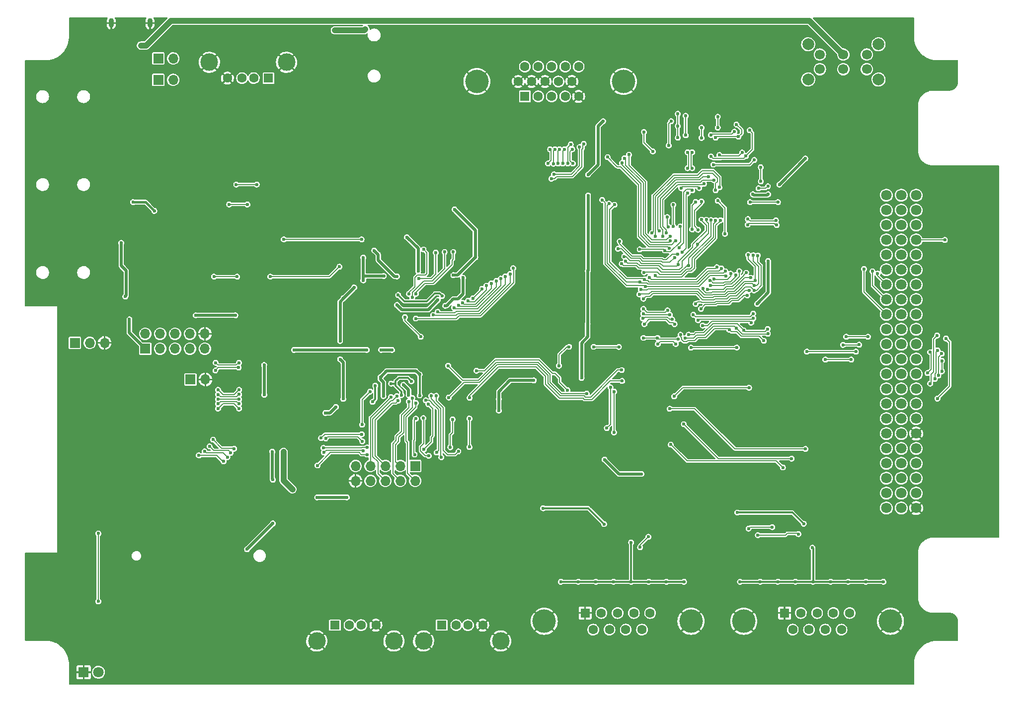
<source format=gbl>
%TF.GenerationSoftware,KiCad,Pcbnew,(6.0.4-0)*%
%TF.CreationDate,2022-05-01T14:36:53+02:00*%
%TF.ProjectId,aquarius-plus,61717561-7269-4757-932d-706c75732e6b,rev?*%
%TF.SameCoordinates,Original*%
%TF.FileFunction,Copper,L2,Bot*%
%TF.FilePolarity,Positive*%
%FSLAX46Y46*%
G04 Gerber Fmt 4.6, Leading zero omitted, Abs format (unit mm)*
G04 Created by KiCad (PCBNEW (6.0.4-0)) date 2022-05-01 14:36:53*
%MOMM*%
%LPD*%
G01*
G04 APERTURE LIST*
%TA.AperFunction,ComponentPad*%
%ADD10C,1.800000*%
%TD*%
%TA.AperFunction,ComponentPad*%
%ADD11R,1.700000X1.700000*%
%TD*%
%TA.AperFunction,ComponentPad*%
%ADD12O,1.700000X1.700000*%
%TD*%
%TA.AperFunction,ComponentPad*%
%ADD13C,4.000000*%
%TD*%
%TA.AperFunction,ComponentPad*%
%ADD14R,1.600000X1.600000*%
%TD*%
%TA.AperFunction,ComponentPad*%
%ADD15C,1.600000*%
%TD*%
%TA.AperFunction,ComponentPad*%
%ADD16C,2.000000*%
%TD*%
%TA.AperFunction,ComponentPad*%
%ADD17C,1.700000*%
%TD*%
%TA.AperFunction,ComponentPad*%
%ADD18O,0.900000X1.600000*%
%TD*%
%TA.AperFunction,ComponentPad*%
%ADD19R,1.600000X1.500000*%
%TD*%
%TA.AperFunction,ComponentPad*%
%ADD20C,3.000000*%
%TD*%
%TA.AperFunction,ComponentPad*%
%ADD21R,1.800000X1.800000*%
%TD*%
%TA.AperFunction,ViaPad*%
%ADD22C,0.600000*%
%TD*%
%TA.AperFunction,Conductor*%
%ADD23C,0.500000*%
%TD*%
%TA.AperFunction,Conductor*%
%ADD24C,0.300000*%
%TD*%
%TA.AperFunction,Conductor*%
%ADD25C,0.400000*%
%TD*%
%TA.AperFunction,Conductor*%
%ADD26C,1.000000*%
%TD*%
%TA.AperFunction,Conductor*%
%ADD27C,0.200000*%
%TD*%
G04 APERTURE END LIST*
D10*
%TO.P,J15,1,Pin_1*%
%TO.N,unconnected-(J15-Pad1)*%
X214825000Y-65830000D03*
X212285000Y-65830000D03*
%TO.P,J15,2,Pin_2*%
%TO.N,CASSETTE_OUT*%
X217365000Y-65830000D03*
%TO.P,J15,3,Pin_3*%
%TO.N,INT#*%
X214825000Y-68370000D03*
X212285000Y-68370000D03*
%TO.P,J15,4,Pin_4*%
%TO.N,BUSREQ#*%
X217365000Y-68370000D03*
%TO.P,J15,5,Pin_5*%
%TO.N,RESET#*%
X214825000Y-70910000D03*
X212285000Y-70910000D03*
%TO.P,J15,6,Pin_6*%
%TO.N,M1#*%
X217365000Y-70910000D03*
%TO.P,J15,7,Pin_7*%
%TO.N,RFSH#*%
X214825000Y-73450000D03*
X212285000Y-73450000D03*
%TO.P,J15,8,Pin_8*%
%TO.N,PHI*%
X217365000Y-73450000D03*
%TO.P,J15,9,Pin_9*%
%TO.N,A15*%
X212285000Y-75990000D03*
X214825000Y-75990000D03*
%TO.P,J15,10,Pin_10*%
%TO.N,A14*%
X217365000Y-75990000D03*
%TO.P,J15,11,Pin_11*%
%TO.N,CART_CE#*%
X212285000Y-78530000D03*
X214825000Y-78530000D03*
%TO.P,J15,12,Pin_12*%
%TO.N,A6*%
X217365000Y-78530000D03*
%TO.P,J15,13,Pin_13*%
%TO.N,A5*%
X214825000Y-81070000D03*
X212285000Y-81070000D03*
%TO.P,J15,14,Pin_14*%
%TO.N,A7*%
X217365000Y-81070000D03*
%TO.P,J15,15,Pin_15*%
%TO.N,A4*%
X214825000Y-83610000D03*
X212285000Y-83610000D03*
%TO.P,J15,16,Pin_16*%
%TO.N,A8*%
X217365000Y-83610000D03*
%TO.P,J15,17,Pin_17*%
%TO.N,A3*%
X212285000Y-86150000D03*
X214825000Y-86150000D03*
%TO.P,J15,18,Pin_18*%
%TO.N,A9*%
X217365000Y-86150000D03*
%TO.P,J15,19,Pin_19*%
%TO.N,A2*%
X212285000Y-88690000D03*
X214825000Y-88690000D03*
%TO.P,J15,20,Pin_20*%
%TO.N,A10*%
X217365000Y-88690000D03*
%TO.P,J15,21,Pin_21*%
%TO.N,A1*%
X214825000Y-91230000D03*
X212285000Y-91230000D03*
%TO.P,J15,22,Pin_22*%
%TO.N,A11*%
X217365000Y-91230000D03*
%TO.P,J15,23,Pin_23*%
%TO.N,A0*%
X214825000Y-93770000D03*
X212285000Y-93770000D03*
%TO.P,J15,24,Pin_24*%
%TO.N,A12*%
X217365000Y-93770000D03*
%TO.P,J15,25,Pin_25*%
%TO.N,+5V*%
X214825000Y-96310000D03*
X212285000Y-96310000D03*
%TO.P,J15,26,Pin_26*%
%TO.N,DE0*%
X217365000Y-96310000D03*
%TO.P,J15,27,Pin_27*%
%TO.N,DE1*%
X212285000Y-98850000D03*
X214825000Y-98850000D03*
%TO.P,J15,28,Pin_28*%
%TO.N,DE2*%
X217365000Y-98850000D03*
%TO.P,J15,29,Pin_29*%
%TO.N,DE3*%
X212285000Y-101390000D03*
X214825000Y-101390000D03*
%TO.P,J15,30,Pin_30*%
%TO.N,DE4*%
X217365000Y-101390000D03*
%TO.P,J15,31,Pin_31*%
%TO.N,DE5*%
X212285000Y-103930000D03*
X214825000Y-103930000D03*
%TO.P,J15,32,Pin_32*%
%TO.N,DE6*%
X217365000Y-103930000D03*
%TO.P,J15,33,Pin_33*%
%TO.N,DE7*%
X214825000Y-106470000D03*
X212285000Y-106470000D03*
%TO.P,J15,34,Pin_34*%
%TO.N,GND*%
X217365000Y-106470000D03*
%TO.P,J15,35,Pin_35*%
%TO.N,RD#*%
X214825000Y-109010000D03*
X212285000Y-109010000D03*
%TO.P,J15,36,Pin_36*%
%TO.N,A13*%
X217365000Y-109010000D03*
%TO.P,J15,37,Pin_37*%
%TO.N,WR#*%
X212285000Y-111550000D03*
X214825000Y-111550000D03*
%TO.P,J15,38,Pin_38*%
%TO.N,MREQ#*%
X217365000Y-111550000D03*
%TO.P,J15,39,Pin_39*%
%TO.N,NMI#*%
X212285000Y-114090000D03*
X214825000Y-114090000D03*
%TO.P,J15,40,Pin_40*%
%TO.N,WAIT#*%
X217365000Y-114090000D03*
%TO.P,J15,41,Pin_41*%
%TO.N,HALT#*%
X212285000Y-116630000D03*
X214825000Y-116630000D03*
%TO.P,J15,42,Pin_42*%
%TO.N,BUSACK#*%
X217365000Y-116630000D03*
%TO.P,J15,43,Pin_43*%
%TO.N,IORQ#*%
X214825000Y-119170000D03*
X212285000Y-119170000D03*
%TO.P,J15,44,Pin_44*%
%TO.N,GND*%
X217365000Y-119170000D03*
%TD*%
D11*
%TO.P,JP1,1,A*%
%TO.N,Net-(JP1-Pad1)*%
X93700000Y-97250000D03*
D12*
%TO.P,JP1,2,B*%
%TO.N,GND*%
X96240000Y-97250000D03*
%TD*%
D13*
%TO.P,J11,0,PAD*%
%TO.N,GND*%
X212990000Y-138489669D03*
X187990000Y-138489669D03*
D14*
%TO.P,J11,1,1*%
X194950000Y-137069669D03*
D15*
%TO.P,J11,2,2*%
%TO.N,Net-(J11-Pad2)*%
X197720000Y-137069669D03*
%TO.P,J11,3,3*%
%TO.N,Net-(J11-Pad3)*%
X200490000Y-137069669D03*
%TO.P,J11,4,4*%
%TO.N,Net-(J11-Pad4)*%
X203260000Y-137069669D03*
%TO.P,J11,5,5*%
%TO.N,Net-(J11-Pad5)*%
X206030000Y-137069669D03*
%TO.P,J11,6,6*%
%TO.N,Net-(J11-Pad6)*%
X196335000Y-139909669D03*
%TO.P,J11,7,7*%
%TO.N,Net-(J11-Pad7)*%
X199105000Y-139909669D03*
%TO.P,J11,8,8*%
%TO.N,Net-(J11-Pad8)*%
X201875000Y-139909669D03*
%TO.P,J11,9,9*%
%TO.N,Net-(J11-Pad9)*%
X204645000Y-139909669D03*
%TD*%
D11*
%TO.P,J14,1,Pin_1*%
%TO.N,+3V3*%
X132000000Y-112000000D03*
D12*
%TO.P,J14,2,Pin_2*%
%TO.N,FPGA_EXP0*%
X132000000Y-114540000D03*
%TO.P,J14,3,Pin_3*%
%TO.N,FPGA_EXP1*%
X129460000Y-112000000D03*
%TO.P,J14,4,Pin_4*%
%TO.N,FPGA_EXP2*%
X129460000Y-114540000D03*
%TO.P,J14,5,Pin_5*%
%TO.N,FPGA_EXP3*%
X126920000Y-112000000D03*
%TO.P,J14,6,Pin_6*%
%TO.N,FPGA_EXP4*%
X126920000Y-114540000D03*
%TO.P,J14,7,Pin_7*%
%TO.N,FPGA_EXP5*%
X124380000Y-112000000D03*
%TO.P,J14,8,Pin_8*%
%TO.N,FPGA_EXP6*%
X124380000Y-114540000D03*
%TO.P,J14,9,Pin_9*%
%TO.N,unconnected-(J14-Pad9)*%
X121840000Y-112000000D03*
%TO.P,J14,10,Pin_10*%
%TO.N,GND*%
X121840000Y-114540000D03*
%TD*%
D16*
%TO.P,SW1,*%
%TO.N,*%
X198957500Y-46082500D03*
X210957500Y-46082500D03*
X198957500Y-40082500D03*
X210957500Y-40082500D03*
D17*
%TO.P,SW1,1,A*%
%TO.N,+5V*%
X208957500Y-44332500D03*
%TO.P,SW1,2,B*%
%TO.N,VBUS*%
X204957500Y-44332500D03*
%TO.P,SW1,3,C*%
%TO.N,unconnected-(SW1-Pad3)*%
X200957500Y-44332500D03*
%TO.P,SW1,4,A*%
%TO.N,+5V*%
X208957500Y-41832500D03*
%TO.P,SW1,5,B*%
%TO.N,VBUS*%
X204957500Y-41832500D03*
%TO.P,SW1,6,C*%
%TO.N,unconnected-(SW1-Pad6)*%
X200957500Y-41832500D03*
%TD*%
D11*
%TO.P,J7,1,Pin_1*%
%TO.N,Net-(J7-Pad1)*%
X74000000Y-91000000D03*
D12*
%TO.P,J7,2,Pin_2*%
%TO.N,Net-(J7-Pad2)*%
X76540000Y-91000000D03*
%TO.P,J7,3,Pin_3*%
%TO.N,GND*%
X79080000Y-91000000D03*
%TD*%
D18*
%TO.P,J13,6,Shield*%
%TO.N,GND*%
X80200000Y-36450000D03*
X86800000Y-36450000D03*
%TD*%
D19*
%TO.P,J8,1,VBUS*%
%TO.N,+5V*%
X136500000Y-139140000D03*
D15*
%TO.P,J8,2,D-*%
%TO.N,Net-(J8-Pad2)*%
X139000000Y-139140000D03*
%TO.P,J8,3,D+*%
%TO.N,Net-(J8-Pad3)*%
X141000000Y-139140000D03*
%TO.P,J8,4,GND*%
%TO.N,GND*%
X143500000Y-139140000D03*
D20*
%TO.P,J8,5,Shield*%
X133430000Y-141850000D03*
X146570000Y-141850000D03*
%TD*%
D13*
%TO.P,J6,0*%
%TO.N,GND*%
X142505000Y-46430000D03*
X167495000Y-46430000D03*
D14*
%TO.P,J6,1*%
%TO.N,Net-(J6-Pad1)*%
X150685000Y-48970000D03*
D15*
%TO.P,J6,2*%
%TO.N,Net-(J6-Pad2)*%
X152975000Y-48970000D03*
%TO.P,J6,3*%
%TO.N,Net-(J6-Pad3)*%
X155265000Y-48970000D03*
%TO.P,J6,4*%
%TO.N,unconnected-(J6-Pad4)*%
X157555000Y-48970000D03*
%TO.P,J6,5*%
%TO.N,GND*%
X159845000Y-48970000D03*
%TO.P,J6,6*%
X149545000Y-46430000D03*
%TO.P,J6,7*%
X151835000Y-46430000D03*
%TO.P,J6,8*%
X154125000Y-46430000D03*
%TO.P,J6,9*%
%TO.N,unconnected-(J6-Pad9)*%
X156415000Y-46430000D03*
%TO.P,J6,10*%
%TO.N,GND*%
X158705000Y-46430000D03*
%TO.P,J6,11*%
%TO.N,unconnected-(J6-Pad11)*%
X150685000Y-43890000D03*
%TO.P,J6,12*%
%TO.N,unconnected-(J6-Pad12)*%
X152975000Y-43890000D03*
%TO.P,J6,13*%
%TO.N,Net-(J6-Pad13)*%
X155265000Y-43890000D03*
%TO.P,J6,14*%
%TO.N,Net-(J6-Pad14)*%
X157555000Y-43890000D03*
%TO.P,J6,15*%
%TO.N,unconnected-(J6-Pad15)*%
X159845000Y-43890000D03*
%TD*%
D19*
%TO.P,J12,1,VBUS*%
%TO.N,+5V*%
X107000000Y-45860000D03*
D15*
%TO.P,J12,2,D-*%
%TO.N,ESP_USB_DM*%
X104500000Y-45860000D03*
%TO.P,J12,3,D+*%
%TO.N,ESP_USB_DP*%
X102500000Y-45860000D03*
%TO.P,J12,4,GND*%
%TO.N,GND*%
X100000000Y-45860000D03*
D20*
%TO.P,J12,5,Shield*%
X110070000Y-43150000D03*
X96930000Y-43150000D03*
%TD*%
D19*
%TO.P,J9,1,VBUS*%
%TO.N,+5V*%
X118300000Y-139140000D03*
D15*
%TO.P,J9,2,D-*%
%TO.N,Net-(J9-Pad2)*%
X120800000Y-139140000D03*
%TO.P,J9,3,D+*%
%TO.N,Net-(J9-Pad3)*%
X122800000Y-139140000D03*
%TO.P,J9,4,GND*%
%TO.N,GND*%
X125300000Y-139140000D03*
D20*
%TO.P,J9,5,Shield*%
X128370000Y-141850000D03*
X115230000Y-141850000D03*
%TD*%
D21*
%TO.P,D4,1,K*%
%TO.N,GND*%
X75500000Y-147175000D03*
D10*
%TO.P,D4,2,A*%
%TO.N,Net-(D4-Pad2)*%
X78040000Y-147175000D03*
%TD*%
D11*
%TO.P,J16,1,Pin_1*%
%TO.N,+3V3*%
X86000000Y-92000000D03*
D12*
%TO.P,J16,2,Pin_2*%
%TO.N,ESP_EXP0*%
X86000000Y-89460000D03*
%TO.P,J16,3,Pin_3*%
%TO.N,ESP_EXP1*%
X88540000Y-92000000D03*
%TO.P,J16,4,Pin_4*%
%TO.N,ESP_EXP2*%
X88540000Y-89460000D03*
%TO.P,J16,5,Pin_5*%
%TO.N,ESP_EXP3*%
X91080000Y-92000000D03*
%TO.P,J16,6,Pin_6*%
%TO.N,ESP_EXP4*%
X91080000Y-89460000D03*
%TO.P,J16,7,Pin_7*%
%TO.N,ESP_EXP5*%
X93620000Y-92000000D03*
%TO.P,J16,8,Pin_8*%
%TO.N,ESP_EXP6*%
X93620000Y-89460000D03*
%TO.P,J16,9,Pin_9*%
%TO.N,ESP_EXP7*%
X96160000Y-92000000D03*
%TO.P,J16,10,Pin_10*%
%TO.N,GND*%
X96160000Y-89460000D03*
%TD*%
D11*
%TO.P,JP2,1,A*%
%TO.N,Net-(J13-Pad3)*%
X88225000Y-46150000D03*
D12*
%TO.P,JP2,2,B*%
%TO.N,ESP_USB_DP*%
X90765000Y-46150000D03*
%TD*%
D13*
%TO.P,J5,0,PAD*%
%TO.N,GND*%
X153990000Y-138489669D03*
X178990000Y-138489669D03*
D14*
%TO.P,J5,1,1*%
X160950000Y-137069669D03*
D15*
%TO.P,J5,2,2*%
%TO.N,Net-(J5-Pad2)*%
X163720000Y-137069669D03*
%TO.P,J5,3,3*%
%TO.N,Net-(J5-Pad3)*%
X166490000Y-137069669D03*
%TO.P,J5,4,4*%
%TO.N,Net-(J5-Pad4)*%
X169260000Y-137069669D03*
%TO.P,J5,5,5*%
%TO.N,Net-(J5-Pad5)*%
X172030000Y-137069669D03*
%TO.P,J5,6,6*%
%TO.N,Net-(J5-Pad6)*%
X162335000Y-139909669D03*
%TO.P,J5,7,7*%
%TO.N,Net-(J5-Pad7)*%
X165105000Y-139909669D03*
%TO.P,J5,8,8*%
%TO.N,Net-(J5-Pad8)*%
X167875000Y-139909669D03*
%TO.P,J5,9,9*%
%TO.N,Net-(J5-Pad9)*%
X170645000Y-139909669D03*
%TD*%
D11*
%TO.P,JP3,1,A*%
%TO.N,Net-(J13-Pad2)*%
X88225000Y-42500000D03*
D12*
%TO.P,JP3,2,B*%
%TO.N,ESP_USB_DM*%
X90765000Y-42500000D03*
%TD*%
D22*
%TO.N,+1V2*%
X130000000Y-98150000D03*
X128900000Y-84550000D03*
X135875980Y-83673519D03*
X128050000Y-92200000D03*
X123750000Y-92200000D03*
X126200000Y-92200000D03*
X130876541Y-99899500D03*
X111350000Y-92200000D03*
%TO.N,GND*%
X92900000Y-109300000D03*
X84000000Y-56000000D03*
X113000000Y-94000000D03*
X144800000Y-53050000D03*
X102500000Y-105000000D03*
X87500000Y-60000000D03*
X131250000Y-107300000D03*
X105550000Y-91150000D03*
X119500000Y-134200000D03*
X160487500Y-115525000D03*
X123450000Y-97250000D03*
X128250000Y-82400000D03*
X193100000Y-101450000D03*
X139800000Y-52050000D03*
X72500000Y-115850000D03*
X168500000Y-101000000D03*
X208150000Y-118700000D03*
X142550000Y-93250000D03*
X152550000Y-105550000D03*
X109550000Y-108150000D03*
X198000000Y-114500000D03*
X118750000Y-51200000D03*
X187800000Y-122300000D03*
X198200000Y-124100000D03*
X155300000Y-124100000D03*
X148550000Y-99750000D03*
X163750000Y-61550000D03*
X111500000Y-104500000D03*
X95800000Y-78800000D03*
X114500000Y-105500000D03*
X195700000Y-83550000D03*
X152537500Y-115525000D03*
X97850000Y-123450000D03*
X155800000Y-107000000D03*
X210550000Y-91850000D03*
X163750000Y-79550000D03*
X95000000Y-73300000D03*
X76650000Y-119800000D03*
X213200000Y-53850000D03*
X157200000Y-97000000D03*
X75000000Y-37500000D03*
X161650000Y-124100000D03*
X140000000Y-40000000D03*
X175450000Y-61400000D03*
X160450000Y-80074500D03*
X149500000Y-103500000D03*
X169700000Y-118600000D03*
X136250000Y-76450000D03*
X134100000Y-107300000D03*
X95000000Y-82550000D03*
X162000000Y-95500000D03*
X216600000Y-126700000D03*
X100000000Y-60000000D03*
X148550000Y-84250000D03*
X195600000Y-66300000D03*
X128650000Y-76450000D03*
X184300000Y-118600000D03*
X201000000Y-121000000D03*
X88900000Y-81800000D03*
X182500000Y-130000000D03*
X126650000Y-76450000D03*
X137750000Y-76450000D03*
X122000000Y-61500000D03*
X165000000Y-40000000D03*
X142550000Y-96750000D03*
X152550000Y-68600000D03*
X83950000Y-68500000D03*
X164400000Y-117100000D03*
X221750000Y-65250000D03*
X164200000Y-124100000D03*
X145500000Y-107500000D03*
X155500000Y-102500000D03*
X186900000Y-72300000D03*
X125000000Y-125000000D03*
X110000000Y-58800000D03*
X123450000Y-90750000D03*
X123450000Y-87250000D03*
X69000000Y-67700000D03*
X193750000Y-117000000D03*
X102250000Y-91150000D03*
X91500000Y-116350000D03*
X69000000Y-52700000D03*
X119350000Y-102500000D03*
X160500000Y-105550000D03*
X106250000Y-108150000D03*
X204500000Y-68500000D03*
X133300000Y-76450000D03*
X184350000Y-119800000D03*
X105000000Y-40000000D03*
X152600000Y-86600000D03*
X109500000Y-117000000D03*
X195000000Y-90000000D03*
X177500000Y-40000000D03*
X115000000Y-125200000D03*
X73250000Y-120900000D03*
X203050000Y-110300000D03*
X84550000Y-120250000D03*
X180800000Y-58800000D03*
X137900000Y-90150000D03*
X67500000Y-130000000D03*
X117450000Y-99750000D03*
X130150000Y-76450000D03*
X194900000Y-105200000D03*
X124000000Y-134200000D03*
X183500000Y-148500000D03*
X132625000Y-107300000D03*
X82500000Y-50000000D03*
X83950000Y-72000000D03*
X171350000Y-111050000D03*
X156500000Y-112000000D03*
X160500000Y-109725000D03*
X160450000Y-71050000D03*
X177500000Y-47500000D03*
X147500000Y-127500000D03*
X81100000Y-147800000D03*
X197800000Y-111300000D03*
X107500000Y-87500000D03*
X207500000Y-83300000D03*
X157200000Y-107000000D03*
X123450000Y-93750000D03*
X108700000Y-126300000D03*
X155800000Y-97000000D03*
X92800000Y-112650000D03*
X208950000Y-117050000D03*
X148550000Y-92950000D03*
X132500000Y-70550000D03*
X128150000Y-107300000D03*
X121300000Y-39000000D03*
X208500000Y-74600000D03*
X127500000Y-51200000D03*
X219500000Y-120500000D03*
X112500000Y-67500000D03*
X163750000Y-70500000D03*
X117450000Y-84250000D03*
X142200000Y-87400000D03*
X144550000Y-101750000D03*
X195000000Y-52500000D03*
X102500000Y-142500000D03*
X111500000Y-102000000D03*
X206000000Y-58300000D03*
X137550000Y-97600000D03*
X87500000Y-142500000D03*
X136000000Y-112950000D03*
X166500000Y-93500000D03*
X220500000Y-141000000D03*
X145150000Y-70300000D03*
X206500000Y-121000000D03*
X98100000Y-71950000D03*
X135377449Y-107350000D03*
X137750000Y-80100000D03*
X197850000Y-74500000D03*
X171600000Y-83849500D03*
X107500000Y-85000000D03*
X97500000Y-115000000D03*
X110900000Y-147800000D03*
X142550000Y-90250000D03*
X141200000Y-112700000D03*
X169350000Y-74150000D03*
X150850000Y-64350000D03*
X131700000Y-93650000D03*
X139000000Y-82550000D03*
X205400000Y-66850000D03*
X126500000Y-103900000D03*
X190000000Y-47500000D03*
X137900000Y-70550000D03*
X131700000Y-76450000D03*
X221150000Y-121700000D03*
X144000000Y-112950000D03*
X72500000Y-135000000D03*
X124650000Y-76450000D03*
X153650000Y-78200000D03*
X128050000Y-94450000D03*
X117475000Y-93000000D03*
X195000000Y-95000000D03*
X92500000Y-55000000D03*
X151450000Y-108250000D03*
X102500000Y-85000000D03*
X126750000Y-82400000D03*
X81100000Y-126350000D03*
X126000000Y-51200000D03*
X195650000Y-124100000D03*
X153800000Y-122300000D03*
X139250000Y-76450000D03*
X196000000Y-38000000D03*
X160450000Y-62050000D03*
X169650000Y-119800000D03*
X221000000Y-46500000D03*
X129850000Y-107300000D03*
X192650000Y-62300000D03*
X134750000Y-76450000D03*
X190000000Y-40000000D03*
X127950000Y-86950000D03*
X168500000Y-69500000D03*
X138100500Y-101350000D03*
X67500000Y-140000000D03*
X152450000Y-95850000D03*
X162050000Y-111650000D03*
X215000000Y-148000000D03*
X81800000Y-80750000D03*
X131000000Y-148500000D03*
X210850000Y-110150000D03*
X90400000Y-123450000D03*
X102500000Y-87500000D03*
X95300000Y-119450000D03*
X140250000Y-107300000D03*
X69000000Y-82700000D03*
X152500000Y-40000000D03*
X137750000Y-134200000D03*
X120000000Y-57500000D03*
X148550000Y-91450000D03*
X190050000Y-63000000D03*
X138750000Y-107300000D03*
X187950000Y-94500000D03*
X177500000Y-122500000D03*
X210150000Y-114500000D03*
X126750000Y-107300000D03*
X140750000Y-76450000D03*
X160425000Y-89074500D03*
X142250000Y-134200000D03*
X132000000Y-52000000D03*
X170000000Y-96500000D03*
X188478522Y-83820745D03*
X164000000Y-109000000D03*
X106500000Y-104500000D03*
X82200000Y-40250000D03*
X106500000Y-102000000D03*
X149000000Y-148500000D03*
X125000000Y-42500000D03*
X176650000Y-65200000D03*
X120250000Y-51200000D03*
X193650000Y-118400000D03*
X82950000Y-70250000D03*
X102250000Y-92650000D03*
X179600000Y-112700000D03*
X195500000Y-68500000D03*
X72500000Y-96150000D03*
X128250000Y-103900000D03*
X208000000Y-98100000D03*
X105000000Y-75000000D03*
X95000000Y-105000000D03*
X131200000Y-84600000D03*
X117350000Y-91400000D03*
X139623583Y-100948583D03*
X214500000Y-38000000D03*
X149250000Y-112750000D03*
X133250000Y-125250000D03*
X137375500Y-107350000D03*
%TO.N,+2V5*%
X142250000Y-76400000D03*
X131350000Y-97550000D03*
X128887500Y-79662500D03*
X138500000Y-79450000D03*
X129648137Y-99899500D03*
X127900000Y-97950000D03*
X138700000Y-68250000D03*
X129100500Y-82850000D03*
X125200000Y-98300000D03*
X136575000Y-83000000D03*
X125025000Y-75250000D03*
X124750000Y-101049500D03*
%TO.N,+3V3*%
X132500000Y-78775000D03*
X137130082Y-84680083D03*
X164200000Y-121900000D03*
X94600000Y-86300000D03*
X115300000Y-117350000D03*
X82600000Y-83100000D03*
X171800000Y-131750000D03*
X198200000Y-121850000D03*
X123150000Y-80350000D03*
X121600000Y-81550000D03*
X107650000Y-109550000D03*
X168800000Y-125050000D03*
X120350000Y-117350000D03*
X83300000Y-87000000D03*
X168800000Y-131750000D03*
X152200000Y-97400000D03*
X165800000Y-131750000D03*
X106275000Y-99850000D03*
X123150000Y-76450000D03*
X83900000Y-67000000D03*
X103350000Y-126200000D03*
X119200000Y-90675000D03*
X146250000Y-102550000D03*
X81900000Y-73950000D03*
X159800000Y-131750000D03*
X87550000Y-68500000D03*
X199700000Y-125950000D03*
X132750000Y-99975000D03*
X116675000Y-102950000D03*
X130600000Y-73000000D03*
X193805000Y-131740331D03*
X119775000Y-83400000D03*
X202805000Y-131740331D03*
X119200000Y-93800980D03*
X132750000Y-96400000D03*
X107750000Y-114350000D03*
X140150000Y-79900000D03*
X146250000Y-100550000D03*
X107750000Y-121800000D03*
X208805000Y-131740331D03*
X118500000Y-101925000D03*
X187350000Y-131750000D03*
X211805000Y-131740331D03*
X205805000Y-131740331D03*
X126650000Y-79600000D03*
X199805000Y-131740331D03*
X101350000Y-86300000D03*
X186900000Y-119950000D03*
X119750000Y-100550000D03*
X126575000Y-100075000D03*
X156800000Y-131750000D03*
X162800000Y-131750000D03*
X106250000Y-94775000D03*
X177800000Y-131750000D03*
X196805000Y-131740331D03*
X126075000Y-96850000D03*
X153800000Y-119200000D03*
X190805000Y-131740331D03*
X174800000Y-131750000D03*
%TO.N,+5V*%
X194050000Y-64000000D03*
X161450000Y-62300000D03*
X192150000Y-65650000D03*
X161400000Y-78750000D03*
X161375000Y-87750000D03*
X123500000Y-37500000D03*
X160350000Y-97000000D03*
X161450000Y-65850000D03*
X118300000Y-37700000D03*
X170550000Y-113350000D03*
X189550000Y-65650000D03*
X111100000Y-116000000D03*
X164025000Y-53200000D03*
X161450000Y-69700000D03*
X164250000Y-110900000D03*
X198475000Y-59575000D03*
X190250500Y-84350000D03*
X109550000Y-109600000D03*
X192150000Y-77050000D03*
%TO.N,FPGA_EXP0*%
X132100500Y-101250000D03*
%TO.N,FPGA_EXP1*%
X131500000Y-100400000D03*
%TO.N,FPGA_EXP2*%
X130900500Y-101025000D03*
%TO.N,FPGA_EXP3*%
X129100000Y-100850000D03*
%TO.N,FPGA_EXP4*%
X128870265Y-100084215D03*
%TO.N,FPGA_EXP5*%
X127877557Y-100229101D03*
%TO.N,CASSETTE_IN*%
X100300000Y-67400000D03*
X103400000Y-67400000D03*
%TO.N,SPI_CS#*%
X122900000Y-106600000D03*
X101150000Y-109050000D03*
X97550000Y-107500000D03*
X115950000Y-107250000D03*
%TO.N,Net-(R3-Pad2)*%
X122950000Y-104950000D03*
X124300000Y-99300000D03*
%TO.N,FPGA_PROG#*%
X101650000Y-79700000D03*
X97700000Y-79700000D03*
X107300000Y-79700000D03*
X119100000Y-78000000D03*
%TO.N,FPGA_DONE*%
X123780500Y-110050000D03*
X141250000Y-108749500D03*
X141250000Y-103900000D03*
X115363917Y-111913917D03*
%TO.N,SPI_SCLK*%
X116750000Y-107300000D03*
X96950000Y-108650000D03*
X100550500Y-109750000D03*
X123000000Y-107800000D03*
%TO.N,CASSETTE_OUT*%
X105000000Y-64000000D03*
X101500000Y-64000000D03*
X122850000Y-73350000D03*
X109599980Y-73350000D03*
%TO.N,INT#*%
X155550000Y-60450000D03*
X155800000Y-58000500D03*
%TO.N,NMI#*%
X183200000Y-56000000D03*
X186755888Y-53769112D03*
X219749500Y-92601089D03*
X187100000Y-55850000D03*
X219300000Y-96150000D03*
%TO.N,BUSREQ#*%
X183550000Y-52450000D03*
X175600000Y-53200000D03*
X175212500Y-57337500D03*
X155652540Y-62250362D03*
X160000000Y-57600000D03*
X183550000Y-54299500D03*
%TO.N,BUSACK#*%
X160700000Y-57047607D03*
X221700000Y-92850000D03*
X178081345Y-52283523D03*
X221150000Y-96550000D03*
X155200000Y-63000000D03*
X178100000Y-55599500D03*
%TO.N,WAIT#*%
X176750000Y-56000000D03*
X176750000Y-54000000D03*
X220956414Y-89743586D03*
X176750000Y-51950500D03*
X156600998Y-57999929D03*
X219750000Y-97950000D03*
X156350497Y-60399980D03*
%TO.N,RESET#*%
X155000000Y-58000000D03*
X172500000Y-58350000D03*
X182400000Y-59200500D03*
X171000000Y-55050000D03*
X154650000Y-60400000D03*
X188350000Y-59149500D03*
X189000000Y-54740401D03*
%TO.N,SD_ACTIVITY*%
X78000000Y-123500000D03*
X78000000Y-135100000D03*
%TO.N,VBUS*%
X85250000Y-40300000D03*
%TO.N,ESP_CTS*%
X98400000Y-99000000D03*
X102000000Y-99000000D03*
%TO.N,ESP_RX*%
X102000000Y-99799503D03*
X98400000Y-99800000D03*
%TO.N,ESP_RTS*%
X102000000Y-100599006D03*
X98400000Y-100600000D03*
%TO.N,ESP_TX*%
X98400000Y-101399503D03*
X102000000Y-101398509D03*
%TO.N,PRINTER_IN*%
X98000000Y-94400000D03*
X101950000Y-94400000D03*
%TO.N,PRINTER_OUT*%
X97950000Y-95700000D03*
X101901089Y-95198911D03*
%TO.N,ESP_NOTIFY*%
X98400000Y-102199006D03*
X102000000Y-102198012D03*
%TO.N,USBCLK*%
X131900000Y-110050000D03*
X132100500Y-103925000D03*
%TO.N,SYSCLK*%
X134300000Y-110250000D03*
X133399500Y-103829133D03*
%TO.N,HCTRL_DATA*%
X133800000Y-100800000D03*
X188800000Y-122675000D03*
X192850000Y-122425000D03*
X135636586Y-109697858D03*
%TO.N,SPI_MISO*%
X95124161Y-110173661D03*
X99350000Y-111200000D03*
X133500000Y-109149020D03*
X134250000Y-101475000D03*
X123145229Y-109450500D03*
X116450000Y-109700000D03*
%TO.N,HCTRL_LOAD#*%
X134723911Y-100026089D03*
X136450000Y-110500000D03*
%TO.N,HCTRL_CLK*%
X190400000Y-123800000D03*
X135588410Y-100042766D03*
X170325480Y-125874520D03*
X197300000Y-123600000D03*
X139350000Y-109500980D03*
X171726417Y-124073583D03*
%TO.N,DE_OE#*%
X157950000Y-99050500D03*
X142450000Y-95750000D03*
%TO.N,SPI_MOSI*%
X138365553Y-104034447D03*
X96100000Y-109500000D03*
X137975000Y-108800000D03*
X116377616Y-108903781D03*
X100000000Y-110500000D03*
X123780500Y-108850989D03*
%TO.N,RAM_CE#*%
X141275000Y-100375000D03*
X167250000Y-97500000D03*
%TO.N,ROM_CE#*%
X137725500Y-100325000D03*
X167200000Y-95650000D03*
%TO.N,BA18*%
X132925000Y-89950000D03*
X137600000Y-94900000D03*
X161250000Y-99650000D03*
X130250000Y-86600000D03*
%TO.N,BA17*%
X176397822Y-73598060D03*
X167225970Y-60324030D03*
X180200000Y-87150000D03*
X189640859Y-86806963D03*
%TO.N,FPGA_A11*%
X141850000Y-83399500D03*
X143400000Y-81800980D03*
%TO.N,FPGA_A10*%
X141000000Y-83799020D03*
X144150000Y-81251941D03*
%TO.N,BA14*%
X189248540Y-87549020D03*
X181000839Y-88049161D03*
X175450000Y-72800000D03*
X168450000Y-58900000D03*
%TO.N,BA16*%
X175473911Y-73623911D03*
X188604771Y-82903075D03*
X180677666Y-85200000D03*
X167650000Y-59500000D03*
%TO.N,BA15*%
X188896420Y-82046420D03*
X175250000Y-74844664D03*
X164775000Y-59325000D03*
X179799500Y-84350000D03*
%TO.N,FPGA_A9*%
X144950000Y-80850000D03*
X140100000Y-84198540D03*
%TO.N,FPGA_A8*%
X145800000Y-80450500D03*
X139350000Y-84598060D03*
%TO.N,FPGA_A7*%
X138615598Y-84999500D03*
X146550000Y-80050980D03*
%TO.N,FPGA_A6*%
X147350000Y-79651460D03*
X135850000Y-85700980D03*
%TO.N,FPGA_A5*%
X135050000Y-86250500D03*
X148157788Y-79251940D03*
%TO.N,FPGA_A4*%
X132100000Y-86850000D03*
X148703550Y-78253550D03*
%TO.N,FPGA_A3*%
X138500000Y-75500000D03*
X132150500Y-82650000D03*
%TO.N,FPGA_A2*%
X131508725Y-83275980D03*
X137000000Y-75500000D03*
%TO.N,FPGA_A1*%
X135500000Y-75600000D03*
X132600500Y-80049500D03*
%TO.N,FPGA_A0*%
X130950000Y-82650000D03*
X133425000Y-75075000D03*
%TO.N,A9*%
X176200000Y-76450000D03*
X166550000Y-74950000D03*
X177996967Y-90199144D03*
X192100000Y-89450000D03*
X186750000Y-88500000D03*
%TO.N,A8*%
X187973911Y-88874411D03*
X178595638Y-89599644D03*
X166850000Y-73700000D03*
X176750000Y-75850000D03*
X192075840Y-88626337D03*
%TO.N,A7*%
X181852356Y-81862772D03*
X175100000Y-71200000D03*
X174950000Y-69550020D03*
X188400000Y-79049500D03*
%TO.N,A6*%
X182299500Y-81200000D03*
X187223661Y-78774161D03*
X176000000Y-71150000D03*
X176000000Y-67450000D03*
%TO.N,A5*%
X210775000Y-79200500D03*
X179200000Y-71650000D03*
X186600000Y-79450000D03*
X182199020Y-80406837D03*
X179800000Y-66949500D03*
%TO.N,A4*%
X185750000Y-79200000D03*
X182949720Y-80131783D03*
X180202768Y-71700000D03*
X180800000Y-66900000D03*
X209925000Y-78800980D03*
%TO.N,A3*%
X180400000Y-64600000D03*
X208475000Y-78401461D03*
X183550000Y-66750000D03*
X177300000Y-64600000D03*
X184800000Y-72400000D03*
X183404935Y-78100000D03*
X171868976Y-79848392D03*
%TO.N,A2*%
X171058865Y-80183348D03*
X184177102Y-78307275D03*
X165950000Y-67450000D03*
%TO.N,A1*%
X207650000Y-91300000D03*
X184850000Y-78800000D03*
X170300000Y-80650000D03*
X204900000Y-91350000D03*
X165025000Y-67275000D03*
%TO.N,A0*%
X184947770Y-79600000D03*
X171206898Y-81393102D03*
X206300000Y-93850000D03*
X201893586Y-93843586D03*
X163875000Y-66625000D03*
%TO.N,D3*%
X183849011Y-64488171D03*
X172350000Y-72250000D03*
%TO.N,D2*%
X190400000Y-76100000D03*
X170896760Y-83469162D03*
X189750000Y-82050000D03*
%TO.N,D1*%
X189800000Y-81250000D03*
X190900500Y-63448911D03*
X190900000Y-61050000D03*
X170200000Y-82725500D03*
X189600000Y-76050000D03*
%TO.N,D0*%
X189950980Y-80350000D03*
X190500000Y-64650000D03*
X192099500Y-64300000D03*
X188750000Y-76000000D03*
X170435249Y-81926134D03*
%TO.N,A15*%
X193457069Y-70113377D03*
X172900000Y-79550000D03*
X184000000Y-70100000D03*
X188700000Y-69900020D03*
%TO.N,A14*%
X183200000Y-70100000D03*
X193600000Y-70900000D03*
X188650000Y-70850000D03*
X171000000Y-78984337D03*
%TO.N,A13*%
X167194173Y-77528296D03*
X178995158Y-91813489D03*
X177775000Y-104875000D03*
X178604821Y-77800000D03*
X186807694Y-91800000D03*
X182400000Y-70050000D03*
X196146420Y-110746420D03*
%TO.N,A12*%
X181064296Y-81728003D03*
X189200000Y-79900000D03*
X180153875Y-74193947D03*
X181602268Y-69996818D03*
X167864082Y-77091916D03*
%TO.N,A11*%
X185496110Y-88750000D03*
X177196620Y-89618929D03*
X180802268Y-69996818D03*
X207100000Y-92500000D03*
X191400000Y-90650000D03*
X167618586Y-76281414D03*
X198750000Y-92500000D03*
X176850000Y-77650000D03*
%TO.N,A10*%
X176125000Y-100125000D03*
X177150980Y-71148540D03*
X173350000Y-91200000D03*
X205450000Y-89950000D03*
X209150000Y-89950000D03*
X176397580Y-91200000D03*
X170250000Y-75050000D03*
X174547580Y-75250000D03*
X188900000Y-98650000D03*
%TO.N,WR#*%
X178400000Y-61199500D03*
X179394666Y-86200000D03*
X177500000Y-75546620D03*
X194650000Y-112250500D03*
X175550000Y-108350000D03*
X178423911Y-65473911D03*
X178400000Y-58500000D03*
X189600000Y-86000000D03*
%TO.N,RD#*%
X179199503Y-61199500D03*
X175375000Y-102225000D03*
X166700000Y-91700000D03*
X198500000Y-109100000D03*
X179199503Y-58500000D03*
X177000000Y-74799500D03*
X179200000Y-64999020D03*
X162425000Y-91675000D03*
X170900000Y-90150000D03*
X158225000Y-91675000D03*
X156500000Y-94900000D03*
X176797100Y-90400000D03*
X173300000Y-90150000D03*
%TO.N,IORQ#*%
X180800000Y-56050000D03*
X164650000Y-105524500D03*
X165273911Y-98573911D03*
X157400500Y-58000500D03*
X157150000Y-60399980D03*
X180800000Y-54300000D03*
%TO.N,MREQ#*%
X165873568Y-106276432D03*
X158500000Y-57150000D03*
X165900000Y-99300000D03*
X158000000Y-60399980D03*
%TO.N,M1#*%
X158750000Y-58000000D03*
X187700000Y-58550000D03*
X183850000Y-58950000D03*
X158850000Y-60399980D03*
%TO.N,D7*%
X171050980Y-87800000D03*
X176198060Y-87800000D03*
X181200000Y-63900000D03*
X174775589Y-72250000D03*
%TO.N,D6*%
X170769222Y-86827202D03*
X174176089Y-72846626D03*
X175798540Y-87000000D03*
X182900500Y-63250500D03*
%TO.N,D5*%
X173556881Y-71919709D03*
X182000000Y-62651000D03*
X175399020Y-86200000D03*
X170847231Y-86031514D03*
%TO.N,D4*%
X183200000Y-65000000D03*
X174999500Y-85450000D03*
X170900008Y-85200008D03*
X172957381Y-72846626D03*
%TO.N,PHI*%
X221000000Y-100500000D03*
X222450000Y-90250000D03*
X193800000Y-67000000D03*
X222250000Y-73450000D03*
X189050000Y-67000000D03*
%TO.N,HALT#*%
X221023911Y-92276089D03*
X182400000Y-55550000D03*
X186400000Y-55000000D03*
X220550500Y-97150000D03*
%TO.N,RFSH#*%
X189797822Y-59802178D03*
X182800000Y-60600000D03*
%TO.N,CART_CE#*%
X221749500Y-95834903D03*
X221749500Y-94050000D03*
%TD*%
D23*
%TO.N,+1V2*%
X130876541Y-99026541D02*
X130000000Y-98150000D01*
X129700000Y-85350000D02*
X134199499Y-85350000D01*
X134199499Y-85350000D02*
X135875980Y-83673519D01*
X128050000Y-92200000D02*
X126200000Y-92200000D01*
X111350000Y-92200000D02*
X123750000Y-92200000D01*
X130876541Y-99899500D02*
X130876541Y-99026541D01*
X128900000Y-84550000D02*
X129700000Y-85350000D01*
D24*
%TO.N,+2V5*%
X125200000Y-100599500D02*
X125200000Y-98300000D01*
D23*
X125700000Y-75925000D02*
X125025000Y-75250000D01*
X142250000Y-76400000D02*
X139200000Y-79450000D01*
X142250000Y-71800000D02*
X142250000Y-76400000D01*
D24*
X128650000Y-98300000D02*
X128650000Y-98000000D01*
D23*
X128887500Y-79662500D02*
X128462500Y-79662500D01*
D24*
X129648137Y-99899500D02*
X129648137Y-99298137D01*
X130175980Y-83925480D02*
X129100500Y-82850000D01*
D23*
X128462500Y-79662500D02*
X125700000Y-76900000D01*
D24*
X129648137Y-99298137D02*
X128650000Y-98300000D01*
X128650000Y-97500000D02*
X129200000Y-96950000D01*
X128650000Y-98000000D02*
X128650000Y-97500000D01*
X133974520Y-83925480D02*
X130175980Y-83925480D01*
X127900000Y-97950000D02*
X128600000Y-97950000D01*
D23*
X125700000Y-76900000D02*
X125700000Y-75925000D01*
D24*
X129200000Y-96950000D02*
X130750000Y-96950000D01*
X136575000Y-83000000D02*
X136175000Y-82600000D01*
X135300000Y-82600000D02*
X133974520Y-83925480D01*
D23*
X138700000Y-68250000D02*
X142250000Y-71800000D01*
D24*
X136175000Y-82600000D02*
X135300000Y-82600000D01*
X124750000Y-101049500D02*
X125200000Y-100599500D01*
X128600000Y-97950000D02*
X128650000Y-98000000D01*
D23*
X139200000Y-79450000D02*
X138500000Y-79450000D01*
D24*
X130750000Y-96950000D02*
X131350000Y-97550000D01*
D25*
%TO.N,+3V3*%
X86050000Y-67000000D02*
X83900000Y-67000000D01*
D24*
X156800000Y-131750000D02*
X159800000Y-131750000D01*
X186900000Y-119950000D02*
X196300000Y-119950000D01*
D23*
X123150000Y-76450000D02*
X123150000Y-79750000D01*
D24*
X159800000Y-131750000D02*
X162800000Y-131750000D01*
D23*
X82750000Y-82950000D02*
X82600000Y-83100000D01*
X82750000Y-78700000D02*
X82750000Y-82950000D01*
X119200000Y-83975000D02*
X119775000Y-83400000D01*
X139300000Y-83500000D02*
X138500000Y-83500000D01*
X107650000Y-114250000D02*
X107750000Y-114350000D01*
X103350000Y-126200000D02*
X107750000Y-121800000D01*
X119200000Y-90675000D02*
X119200000Y-83975000D01*
X146250000Y-100550000D02*
X146250000Y-99300000D01*
D24*
X162800000Y-131750000D02*
X165800000Y-131750000D01*
D23*
X117350000Y-102950000D02*
X117475000Y-102950000D01*
X101350000Y-86300000D02*
X94600000Y-86300000D01*
X140150000Y-79900000D02*
X140150000Y-82650000D01*
D24*
X132750000Y-99975000D02*
X132750000Y-96400000D01*
D23*
X106275000Y-94800000D02*
X106250000Y-94775000D01*
X146250000Y-102550000D02*
X146250000Y-100550000D01*
X132150000Y-95800000D02*
X127125000Y-95800000D01*
X137319917Y-84680083D02*
X137130082Y-84680083D01*
X126575000Y-100075000D02*
X126575000Y-97725000D01*
D24*
X171800000Y-131750000D02*
X174800000Y-131750000D01*
D23*
X126575000Y-97725000D02*
X126075000Y-97225000D01*
D24*
X190805000Y-131740331D02*
X211805000Y-131740331D01*
X199805000Y-126055000D02*
X199805000Y-131740331D01*
D23*
X119750000Y-100550000D02*
X119750000Y-94350980D01*
X121600000Y-81575000D02*
X119775000Y-83400000D01*
X123150000Y-79750000D02*
X123150000Y-80350000D01*
X116675000Y-102950000D02*
X117350000Y-102950000D01*
X81900000Y-73950000D02*
X81900000Y-77850000D01*
X126075000Y-97225000D02*
X126075000Y-96850000D01*
X81900000Y-77850000D02*
X82750000Y-78700000D01*
D25*
X87550000Y-68500000D02*
X86050000Y-67000000D01*
D23*
X132750000Y-96400000D02*
X132150000Y-95800000D01*
X117475000Y-102950000D02*
X118500000Y-101925000D01*
X83300000Y-89300000D02*
X83300000Y-87000000D01*
X127125000Y-95800000D02*
X126075000Y-96850000D01*
D24*
X187350000Y-131750000D02*
X190795331Y-131750000D01*
X196300000Y-119950000D02*
X198200000Y-121850000D01*
D23*
X119750000Y-94350980D02*
X119200000Y-93800980D01*
D24*
X190795331Y-131750000D02*
X190805000Y-131740331D01*
D23*
X123300000Y-79600000D02*
X123150000Y-79750000D01*
X126650000Y-79600000D02*
X123300000Y-79600000D01*
D24*
X174800000Y-131750000D02*
X177800000Y-131750000D01*
X168800000Y-131750000D02*
X171800000Y-131750000D01*
D23*
X121600000Y-81550000D02*
X121600000Y-81575000D01*
D24*
X165800000Y-131750000D02*
X168800000Y-131750000D01*
D23*
X132500000Y-74900000D02*
X130600000Y-73000000D01*
X138500000Y-83500000D02*
X137319917Y-84680083D01*
X148150000Y-97400000D02*
X152200000Y-97400000D01*
D24*
X168800000Y-125050000D02*
X168800000Y-131750000D01*
D23*
X146250000Y-99300000D02*
X148150000Y-97400000D01*
X132500000Y-78775000D02*
X132500000Y-74900000D01*
X139300000Y-83500000D02*
X140150000Y-82650000D01*
X86000000Y-92000000D02*
X83300000Y-89300000D01*
X120350000Y-117350000D02*
X115300000Y-117350000D01*
X107650000Y-109550000D02*
X107650000Y-114250000D01*
D24*
X161500000Y-119200000D02*
X153800000Y-119200000D01*
D23*
X106275000Y-99850000D02*
X106275000Y-94800000D01*
D24*
X164200000Y-121900000D02*
X161500000Y-119200000D01*
X199700000Y-125950000D02*
X199805000Y-126055000D01*
D26*
%TO.N,+5V*%
X111100000Y-116000000D02*
X109550000Y-114450000D01*
D23*
X166700000Y-113350000D02*
X170550000Y-113350000D01*
X164025000Y-53200000D02*
X163150000Y-54075000D01*
X161450000Y-65850000D02*
X161450000Y-69700000D01*
D26*
X123300000Y-37700000D02*
X123500000Y-37500000D01*
D23*
X163150000Y-54075000D02*
X163150000Y-60600000D01*
D26*
X109550000Y-114450000D02*
X109550000Y-109600000D01*
X118300000Y-37700000D02*
X123300000Y-37700000D01*
D23*
X161400000Y-78750000D02*
X161400000Y-87725000D01*
X192000000Y-65800000D02*
X192150000Y-65650000D01*
X192175000Y-82425500D02*
X190250500Y-84350000D01*
X189700000Y-65800000D02*
X192000000Y-65800000D01*
X192150000Y-77050000D02*
X192175000Y-77075000D01*
X192175000Y-77075000D02*
X192175000Y-82425500D01*
X161400000Y-87725000D02*
X161375000Y-87750000D01*
X164250000Y-110900000D02*
X166700000Y-113350000D01*
X161450000Y-69700000D02*
X161450000Y-78700000D01*
X160350000Y-97000000D02*
X160350000Y-91000000D01*
X161450000Y-78700000D02*
X161400000Y-78750000D01*
X163150000Y-60600000D02*
X161450000Y-62300000D01*
X161375000Y-89975000D02*
X161375000Y-87750000D01*
X160350000Y-91000000D02*
X161375000Y-89975000D01*
X189550000Y-65650000D02*
X189700000Y-65800000D01*
X194050000Y-64000000D02*
X198475000Y-59575000D01*
D27*
%TO.N,FPGA_EXP0*%
X132100500Y-101250000D02*
X132100500Y-101999500D01*
X130450000Y-103650000D02*
X130450000Y-107700000D01*
X130700000Y-113240000D02*
X132000000Y-114540000D01*
X130700000Y-107950000D02*
X130700000Y-113240000D01*
X130450000Y-107700000D02*
X130700000Y-107950000D01*
X132100500Y-101999500D02*
X130450000Y-103650000D01*
%TO.N,FPGA_EXP1*%
X129149519Y-107150481D02*
X129149519Y-107813325D01*
X131500000Y-100400000D02*
X131500000Y-102034994D01*
X128599520Y-108363324D02*
X128599520Y-111299520D01*
X131500000Y-102034994D02*
X130050481Y-103484513D01*
X129149519Y-107813325D02*
X128599520Y-108363324D01*
X130050481Y-106249519D02*
X129149519Y-107150481D01*
X128599520Y-111299520D02*
X129300000Y-112000000D01*
X130050481Y-103484513D02*
X130050481Y-106249519D01*
%TO.N,FPGA_EXP2*%
X128750000Y-106984994D02*
X128750000Y-107647838D01*
X128200000Y-108197838D02*
X128200000Y-113280000D01*
X129650962Y-106084032D02*
X128750000Y-106984994D01*
X130900500Y-101025000D02*
X130900500Y-102069488D01*
X128750000Y-107647838D02*
X128200000Y-108197838D01*
X129650962Y-103319026D02*
X129650962Y-106084032D01*
X130900500Y-102069488D02*
X129650962Y-103319026D01*
X128200000Y-113280000D02*
X129460000Y-114540000D01*
%TO.N,FPGA_EXP3*%
X128077381Y-101252631D02*
X125179040Y-104150972D01*
X125179040Y-110259040D02*
X126920000Y-112000000D01*
X128697369Y-101252631D02*
X128077381Y-101252631D01*
X129100000Y-100850000D02*
X128697369Y-101252631D01*
X125179040Y-104150972D02*
X125179040Y-110259040D01*
%TO.N,FPGA_EXP4*%
X124779520Y-110424526D02*
X125650000Y-111295006D01*
X124779520Y-103985486D02*
X124779520Y-110424526D01*
X128101369Y-100853111D02*
X127911894Y-100853112D01*
X125650000Y-111295006D02*
X125650000Y-113270000D01*
X125650000Y-113270000D02*
X126920000Y-114540000D01*
X128870265Y-100084215D02*
X128101369Y-100853111D01*
X127911894Y-100853112D02*
X124779520Y-103985486D01*
%TO.N,FPGA_EXP5*%
X124380000Y-103726658D02*
X124380000Y-112000000D01*
X127877557Y-100229101D02*
X124380000Y-103726658D01*
%TO.N,CASSETTE_IN*%
X103400000Y-67400000D02*
X100300000Y-67400000D01*
%TO.N,SPI_CS#*%
X97550000Y-107500000D02*
X99000489Y-108950489D01*
X116600000Y-106600000D02*
X122900000Y-106600000D01*
X99000489Y-108950489D02*
X101050489Y-108950489D01*
X101050489Y-108950489D02*
X101150000Y-109050000D01*
X115950000Y-107250000D02*
X116600000Y-106600000D01*
%TO.N,Net-(R3-Pad2)*%
X124300000Y-99300000D02*
X122950000Y-100650000D01*
X122950000Y-100650000D02*
X122950000Y-104950000D01*
%TO.N,FPGA_PROG#*%
X117400000Y-79700000D02*
X107300000Y-79700000D01*
X119100000Y-78000000D02*
X117400000Y-79700000D01*
X97700000Y-79700000D02*
X101650000Y-79700000D01*
%TO.N,FPGA_DONE*%
X122782829Y-110050000D02*
X122432829Y-109700000D01*
X122432829Y-109700000D02*
X117577834Y-109700000D01*
X141250000Y-103900000D02*
X141250000Y-108749500D01*
X123780500Y-110050000D02*
X122782829Y-110050000D01*
X117577834Y-109700000D02*
X115363917Y-111913917D01*
%TO.N,SPI_SCLK*%
X100550500Y-109750000D02*
X100150509Y-109350009D01*
X123000000Y-107800000D02*
X122199520Y-106999520D01*
X117050480Y-106999520D02*
X116750000Y-107300000D01*
X100150509Y-109350009D02*
X97650009Y-109350009D01*
X97650009Y-109350009D02*
X96950000Y-108650000D01*
X122199520Y-106999520D02*
X117050480Y-106999520D01*
%TO.N,CASSETTE_OUT*%
X101500000Y-64000000D02*
X105000000Y-64000000D01*
X122850000Y-73350000D02*
X109599980Y-73350000D01*
%TO.N,INT#*%
X155550000Y-60450000D02*
X155550000Y-58250500D01*
X155550000Y-58250500D02*
X155800000Y-58000500D01*
%TO.N,NMI#*%
X183399991Y-55800009D02*
X187050009Y-55800009D01*
X219951440Y-92803029D02*
X219951440Y-95498560D01*
X219749500Y-92601089D02*
X219951440Y-92803029D01*
X187650000Y-54663224D02*
X187650000Y-55300000D01*
X219951440Y-95498560D02*
X219300000Y-96150000D01*
X186755888Y-53769112D02*
X187650000Y-54663224D01*
X187050009Y-55800009D02*
X187100000Y-55850000D01*
X187650000Y-55300000D02*
X187100000Y-55850000D01*
X183200000Y-56000000D02*
X183399991Y-55800009D01*
%TO.N,BUSREQ#*%
X175212500Y-53587500D02*
X175212500Y-57337500D01*
X155652540Y-62250362D02*
X158584632Y-62250362D01*
X183550000Y-54299500D02*
X183550000Y-52450000D01*
X175600000Y-53200000D02*
X175212500Y-53587500D01*
X160000000Y-60834994D02*
X160000000Y-57600000D01*
X158584632Y-62250362D02*
X160000000Y-60834994D01*
%TO.N,BUSACK#*%
X221700000Y-92850000D02*
X221150000Y-93400000D01*
X160599511Y-57848327D02*
X160599511Y-57148096D01*
X160399520Y-61000480D02*
X160399520Y-58048318D01*
X160599511Y-57148096D02*
X160700000Y-57047607D01*
X221150000Y-93400000D02*
X221150000Y-96550000D01*
X155200000Y-63000000D02*
X155750740Y-63000000D01*
X178100000Y-55599500D02*
X178081345Y-55580845D01*
X158750119Y-62649881D02*
X160399520Y-61000480D01*
X156100858Y-62649882D02*
X158750119Y-62649881D01*
X155750740Y-63000000D02*
X156100858Y-62649882D01*
X178081345Y-55580845D02*
X178081345Y-52283523D01*
X160399520Y-58048318D02*
X160599511Y-57848327D01*
%TO.N,WAIT#*%
X176750000Y-51950500D02*
X176750000Y-54000000D01*
X219950989Y-97749011D02*
X219750000Y-97950000D01*
X220350960Y-95936196D02*
X219950989Y-96336167D01*
X156600998Y-57999929D02*
X156350497Y-58250430D01*
X176750000Y-54000000D02*
X176750000Y-56000000D01*
X220350960Y-90349040D02*
X220350960Y-95936196D01*
X156350497Y-58250430D02*
X156350497Y-60399980D01*
X220956414Y-89743586D02*
X220350960Y-90349040D01*
X219950989Y-96336167D02*
X219950989Y-97749011D01*
%TO.N,RESET#*%
X154650000Y-60400000D02*
X155150480Y-59899520D01*
X189450000Y-55190401D02*
X189450000Y-58049500D01*
X182749011Y-59549511D02*
X182400000Y-59200500D01*
X184148318Y-59499520D02*
X184098327Y-59549511D01*
X188350000Y-59149500D02*
X187999980Y-59499520D01*
X172500000Y-58350000D02*
X171000000Y-56850000D01*
X155150480Y-58150480D02*
X155000000Y-58000000D01*
X184098327Y-59549511D02*
X182749011Y-59549511D01*
X189000000Y-54740401D02*
X189450000Y-55190401D01*
X189450000Y-58049500D02*
X188350000Y-59149500D01*
X187999980Y-59499520D02*
X184148318Y-59499520D01*
X155150480Y-59899520D02*
X155150480Y-58150480D01*
X171000000Y-56850000D02*
X171000000Y-55050000D01*
%TO.N,SD_ACTIVITY*%
X78000000Y-123500000D02*
X78000000Y-135100000D01*
D26*
%TO.N,VBUS*%
X199175000Y-36050000D02*
X90400000Y-36050000D01*
X204957500Y-41832500D02*
X199175000Y-36050000D01*
X90400000Y-36050000D02*
X86150000Y-40300000D01*
X86150000Y-40300000D02*
X85250000Y-40300000D01*
D27*
%TO.N,ESP_CTS*%
X98447838Y-99000000D02*
X98400000Y-99000000D01*
X101951665Y-99000000D02*
X101151699Y-99799966D01*
X101151699Y-99799966D02*
X99247804Y-99799966D01*
X102000000Y-99000000D02*
X101951665Y-99000000D01*
X99247804Y-99799966D02*
X98447838Y-99000000D01*
%TO.N,ESP_RX*%
X98400000Y-99800000D02*
X98447838Y-99800000D01*
X98847324Y-100199486D02*
X101551682Y-100199486D01*
X101951665Y-99799503D02*
X102000000Y-99799503D01*
X98447838Y-99800000D02*
X98847324Y-100199486D01*
X101551682Y-100199486D02*
X101951665Y-99799503D01*
%TO.N,ESP_RTS*%
X98400994Y-100599006D02*
X102000000Y-100599006D01*
X98400000Y-100600000D02*
X98400994Y-100599006D01*
%TO.N,ESP_TX*%
X98400000Y-101399503D02*
X98448335Y-101399503D01*
X98849312Y-100998526D02*
X101551682Y-100998526D01*
X101551682Y-100998526D02*
X101951665Y-101398509D01*
X98448335Y-101399503D02*
X98849312Y-100998526D01*
X101951665Y-101398509D02*
X102000000Y-101398509D01*
%TO.N,PRINTER_IN*%
X101452771Y-94799391D02*
X101852162Y-94400000D01*
X101852162Y-94400000D02*
X101950000Y-94400000D01*
X98399391Y-94799391D02*
X101452771Y-94799391D01*
X98000000Y-94400000D02*
X98399391Y-94799391D01*
%TO.N,PRINTER_OUT*%
X101901089Y-95198911D02*
X98451089Y-95198911D01*
X98451089Y-95198911D02*
X97950000Y-95700000D01*
%TO.N,ESP_NOTIFY*%
X98448335Y-102199006D02*
X99249295Y-101398046D01*
X99249295Y-101398046D02*
X101151699Y-101398046D01*
X101951665Y-102198012D02*
X102000000Y-102198012D01*
X98400000Y-102199006D02*
X98448335Y-102199006D01*
X101151699Y-101398046D02*
X101951665Y-102198012D01*
%TO.N,USBCLK*%
X131750000Y-107647838D02*
X131849511Y-107548327D01*
X131750000Y-109900000D02*
X131750000Y-107647838D01*
X131900000Y-110050000D02*
X131750000Y-109900000D01*
X131849511Y-104175989D02*
X132100500Y-103925000D01*
X131849511Y-107548327D02*
X131849511Y-104175989D01*
%TO.N,SYSCLK*%
X132900000Y-109400944D02*
X132900000Y-108700000D01*
X133749056Y-110250000D02*
X132900000Y-109400944D01*
X134300000Y-110250000D02*
X133749056Y-110250000D01*
X133425000Y-108175000D02*
X133425000Y-103854633D01*
X133425000Y-103854633D02*
X133399500Y-103829133D01*
X132900000Y-108700000D02*
X133425000Y-108175000D01*
%TO.N,HCTRL_DATA*%
X134849511Y-101249511D02*
X135976949Y-102376949D01*
X192850000Y-122425000D02*
X189050000Y-122425000D01*
X135976949Y-102376949D02*
X135976949Y-109357495D01*
X189050000Y-122425000D02*
X188800000Y-122675000D01*
X135976949Y-109357495D02*
X135636586Y-109697858D01*
X133800000Y-100800000D02*
X134422838Y-100800000D01*
X134849511Y-101226673D02*
X134849511Y-101249511D01*
X134422838Y-100800000D02*
X134849511Y-101226673D01*
%TO.N,SPI_MISO*%
X134775000Y-107874020D02*
X133500000Y-109149020D01*
X122995209Y-109300480D02*
X123145229Y-109450500D01*
X134775000Y-107104611D02*
X134775000Y-107874020D01*
X135000000Y-106879611D02*
X134775000Y-107104611D01*
X95124161Y-110173661D02*
X98158655Y-110173661D01*
X116450000Y-109700000D02*
X116849520Y-109300480D01*
X99184994Y-111200000D02*
X99350000Y-111200000D01*
X98158655Y-110173661D02*
X99184994Y-111200000D01*
X135000000Y-102225000D02*
X135000000Y-106879611D01*
X116849520Y-109300480D02*
X122995209Y-109300480D01*
X134250000Y-101475000D02*
X135000000Y-102225000D01*
%TO.N,HCTRL_LOAD#*%
X136376469Y-102211463D02*
X136376469Y-110426469D01*
X135249030Y-101061186D02*
X135249030Y-101084024D01*
X134723911Y-100026089D02*
X134723911Y-100536067D01*
X134723911Y-100536067D02*
X135249030Y-101061186D01*
X136376469Y-110426469D02*
X136450000Y-110500000D01*
X135249030Y-101084024D02*
X136376469Y-102211463D01*
%TO.N,HCTRL_CLK*%
X136775989Y-109325989D02*
X136775989Y-102045977D01*
X135648550Y-100918538D02*
X135648550Y-100895700D01*
X170325480Y-125474520D02*
X171726417Y-124073583D01*
X135648550Y-100895700D02*
X135588410Y-100835560D01*
X136775989Y-102045977D02*
X135648550Y-100918538D01*
X138800980Y-110050000D02*
X137500000Y-110050000D01*
X135588410Y-100835560D02*
X135588410Y-100042766D01*
X197200489Y-123500489D02*
X197300000Y-123600000D01*
X139350000Y-109500980D02*
X138800980Y-110050000D01*
X170325480Y-125874520D02*
X170325480Y-125474520D01*
X195102162Y-123800000D02*
X195401673Y-123500489D01*
X137500000Y-110050000D02*
X136775989Y-109325989D01*
X195401673Y-123500489D02*
X197200489Y-123500489D01*
X190400000Y-123800000D02*
X195102162Y-123800000D01*
%TO.N,DE_OE#*%
X157950000Y-99050500D02*
X156600489Y-97700989D01*
X145684994Y-93900000D02*
X143834994Y-95750000D01*
X143834994Y-95750000D02*
X142450000Y-95750000D01*
X156600489Y-97700989D02*
X156600489Y-96952651D01*
X155393098Y-96198080D02*
X153095020Y-93900002D01*
X153095020Y-93900002D02*
X145684994Y-93900000D01*
X155845918Y-96198080D02*
X155393098Y-96198080D01*
X156600489Y-96952651D02*
X155845918Y-96198080D01*
%TO.N,SPI_MOSI*%
X138365553Y-106315553D02*
X137975000Y-106706106D01*
X99249529Y-109749529D02*
X96349529Y-109749529D01*
X116377616Y-108903781D02*
X116380437Y-108900960D01*
X122896902Y-108850989D02*
X123780500Y-108850989D01*
X137975000Y-106706106D02*
X137975000Y-108800000D01*
X116380437Y-108900960D02*
X122846931Y-108900960D01*
X100000000Y-110500000D02*
X99249529Y-109749529D01*
X96349529Y-109749529D02*
X96100000Y-109500000D01*
X138365553Y-104034447D02*
X138365553Y-106315553D01*
X122846931Y-108900960D02*
X122896902Y-108850989D01*
%TO.N,RAM_CE#*%
X156571190Y-100449040D02*
X160636196Y-100449040D01*
X165215006Y-97500000D02*
X167250000Y-97500000D01*
X146181452Y-95098560D02*
X152598560Y-95098560D01*
X154194540Y-98072390D02*
X156571190Y-100449040D01*
X152598560Y-95098560D02*
X154194540Y-96694540D01*
X141275000Y-100375000D02*
X141275000Y-100005012D01*
X160836187Y-100649031D02*
X162065976Y-100649030D01*
X160636196Y-100449040D02*
X160836187Y-100649031D01*
X162065976Y-100649030D02*
X165215006Y-97500000D01*
X141275000Y-100005012D02*
X146181452Y-95098560D01*
X154194540Y-96694540D02*
X154194540Y-98072390D01*
%TO.N,ROM_CE#*%
X154594059Y-97906903D02*
X156736676Y-100049520D01*
X160801682Y-100049520D02*
X161001673Y-100249511D01*
X137725500Y-100325000D02*
X140301469Y-97749031D01*
X161001673Y-100249511D02*
X161900489Y-100249511D01*
X142965975Y-97749031D02*
X146015966Y-94699040D01*
X156736676Y-100049520D02*
X160801682Y-100049520D01*
X140301469Y-97749031D02*
X142965975Y-97749031D01*
X161900489Y-100249511D02*
X166500000Y-95650000D01*
X166500000Y-95650000D02*
X167200000Y-95650000D01*
X154594059Y-96529053D02*
X154594059Y-97906903D01*
X146015966Y-94699040D02*
X152764047Y-94699041D01*
X152764047Y-94699041D02*
X154594059Y-96529053D01*
%TO.N,BA18*%
X154993578Y-97741416D02*
X156902162Y-99650000D01*
X142800489Y-97349511D02*
X145850480Y-94299520D01*
X132925000Y-89875000D02*
X132925000Y-89950000D01*
X130250000Y-86600000D02*
X130250000Y-87200000D01*
X130250000Y-87200000D02*
X132925000Y-89875000D01*
X145850480Y-94299520D02*
X152929534Y-94299522D01*
X140049511Y-97349511D02*
X142800489Y-97349511D01*
X137600000Y-94900000D02*
X140049511Y-97349511D01*
X154993578Y-96363566D02*
X154993578Y-97741416D01*
X152929534Y-94299522D02*
X154993578Y-96363566D01*
X156902162Y-99650000D02*
X161250000Y-99650000D01*
%TO.N,BA17*%
X170450960Y-63885938D02*
X167225970Y-60660948D01*
X167225970Y-60660948D02*
X167225970Y-60324030D01*
X170450960Y-72685954D02*
X170450960Y-63885938D01*
X172010171Y-74245165D02*
X170450960Y-72685954D01*
X189498302Y-86949520D02*
X180400480Y-86949520D01*
X176347600Y-73598060D02*
X175700496Y-74245164D01*
X180400480Y-86949520D02*
X180200000Y-87150000D01*
X175700496Y-74245164D02*
X172010171Y-74245165D01*
X189640859Y-86806963D02*
X189498302Y-86949520D01*
X176397822Y-73598060D02*
X176347600Y-73598060D01*
%TO.N,FPGA_A11*%
X141850000Y-83399500D02*
X143250980Y-81998520D01*
X143250980Y-81950000D02*
X143400000Y-81800980D01*
X143250980Y-81998520D02*
X143250980Y-81950000D01*
%TO.N,FPGA_A10*%
X141000000Y-83799020D02*
X141199991Y-83999011D01*
X144150000Y-81950000D02*
X144150000Y-81251941D01*
X141199991Y-83999011D02*
X142100989Y-83999011D01*
X142100989Y-83999011D02*
X144150000Y-81950000D01*
%TO.N,BA14*%
X189048560Y-87349040D02*
X182535953Y-87349041D01*
X189248540Y-87549020D02*
X189048560Y-87349040D01*
X174803874Y-73446126D02*
X172341144Y-73446126D01*
X182535953Y-87349041D02*
X181835833Y-88049161D01*
X172341144Y-73446126D02*
X171250000Y-72354982D01*
X168450000Y-60754966D02*
X168450000Y-58900000D01*
X171250000Y-72354982D02*
X171250000Y-63554966D01*
X171250000Y-63554966D02*
X168450000Y-60754966D01*
X181835833Y-88049161D02*
X181000839Y-88049161D01*
X175450000Y-72800000D02*
X174803874Y-73446126D01*
%TO.N,BA16*%
X188604771Y-82903075D02*
X187961931Y-82903075D01*
X175473911Y-73623911D02*
X175252177Y-73845645D01*
X170850480Y-72520468D02*
X170850480Y-63720452D01*
X172175657Y-73845645D02*
X170850480Y-72520468D01*
X175252177Y-73845645D02*
X172175657Y-73845645D01*
X167825481Y-59675481D02*
X167650000Y-59500000D01*
X187961931Y-82903075D02*
X187069326Y-83795680D01*
X170850480Y-63720452D02*
X167825481Y-60695453D01*
X185481452Y-84298560D02*
X183438814Y-84298560D01*
X185984332Y-83795680D02*
X185481452Y-84298560D01*
X181417783Y-84459883D02*
X180677666Y-85200000D01*
X187069326Y-83795680D02*
X185984332Y-83795680D01*
X167825481Y-60695453D02*
X167825481Y-59675481D01*
X183277492Y-84459882D02*
X181417783Y-84459883D01*
X183438814Y-84298560D02*
X183277492Y-84459882D01*
%TO.N,BA15*%
X166450000Y-60950000D02*
X166400000Y-60950000D01*
X171844684Y-74644684D02*
X170051440Y-72851440D01*
X180819988Y-84050000D02*
X180099500Y-84050000D01*
X185315966Y-83899040D02*
X183273328Y-83899040D01*
X185818846Y-83396160D02*
X185315966Y-83899040D01*
X175250000Y-74844664D02*
X175050020Y-74644684D01*
X187549020Y-82750980D02*
X187534014Y-82750980D01*
X180099500Y-84050000D02*
X179799500Y-84350000D01*
X183112006Y-84060362D02*
X180830351Y-84060363D01*
X186888834Y-83396160D02*
X185818846Y-83396160D01*
X188896420Y-82046420D02*
X188253580Y-82046420D01*
X183273328Y-83899040D02*
X183112006Y-84060362D01*
X188253580Y-82046420D02*
X187549020Y-82750980D01*
X166400000Y-60950000D02*
X164775000Y-59325000D01*
X170051440Y-64051424D02*
X167000016Y-61000000D01*
X187534014Y-82750980D02*
X186888834Y-83396160D01*
X180830351Y-84060363D02*
X180819988Y-84050000D01*
X167000016Y-61000000D02*
X166500000Y-61000000D01*
X175050020Y-74644684D02*
X171844684Y-74644684D01*
X170051440Y-72851440D02*
X170051440Y-64051424D01*
X166500000Y-61000000D02*
X166450000Y-60950000D01*
%TO.N,FPGA_A9*%
X140100000Y-84198540D02*
X140299991Y-84398531D01*
X142266476Y-84398530D02*
X144950000Y-81715006D01*
X144950000Y-81715006D02*
X144950000Y-80850000D01*
X140299991Y-84398531D02*
X142266476Y-84398530D01*
%TO.N,FPGA_A8*%
X145800000Y-80450500D02*
X145800000Y-81430012D01*
X139549990Y-84798050D02*
X139350000Y-84598060D01*
X142431963Y-84798049D02*
X139549990Y-84798050D01*
X145800000Y-81430012D02*
X142431963Y-84798049D01*
%TO.N,FPGA_A7*%
X146550000Y-81245018D02*
X146550000Y-80050980D01*
X142597450Y-85197568D02*
X146550000Y-81245018D01*
X138615598Y-84999500D02*
X138813666Y-85197568D01*
X138813666Y-85197568D02*
X142597450Y-85197568D01*
%TO.N,FPGA_A6*%
X136049020Y-85900000D02*
X135850000Y-85700980D01*
X142762936Y-85597088D02*
X147350000Y-81010024D01*
X139050000Y-85597088D02*
X138747088Y-85900000D01*
X147350000Y-81010024D02*
X147350000Y-79651460D01*
X142762936Y-85597088D02*
X139050000Y-85597088D01*
X136049020Y-85900000D02*
X137900000Y-85900000D01*
X138747088Y-85900000D02*
X137900000Y-85900000D01*
X138747088Y-85900000D02*
X136049020Y-85900000D01*
%TO.N,FPGA_A5*%
X135099991Y-86300491D02*
X138949509Y-86300491D01*
X138949509Y-86300491D02*
X139250000Y-86000000D01*
X148157788Y-80767242D02*
X148157788Y-79251940D01*
X142925030Y-86000000D02*
X148157788Y-80767242D01*
X135050000Y-86250500D02*
X135099991Y-86300491D01*
X139250000Y-86000000D02*
X142925030Y-86000000D01*
%TO.N,FPGA_A4*%
X139000020Y-86850000D02*
X139450500Y-86399520D01*
X148757299Y-78307299D02*
X148703550Y-78253550D01*
X132100000Y-86850000D02*
X139000020Y-86850000D01*
X143090516Y-86399520D02*
X148757299Y-80732737D01*
X148757299Y-80732737D02*
X148757299Y-78307299D01*
X139450500Y-86399520D02*
X143090516Y-86399520D01*
%TO.N,FPGA_A3*%
X132150500Y-82367168D02*
X133669128Y-80848540D01*
X133669128Y-80848540D02*
X135066466Y-80848540D01*
X135066466Y-80848540D02*
X138250000Y-77665006D01*
X138500000Y-76700000D02*
X138500000Y-75500000D01*
X138250000Y-77665006D02*
X138250000Y-76950000D01*
X132150500Y-82650000D02*
X132150500Y-82367168D01*
X138250000Y-76950000D02*
X138500000Y-76700000D01*
%TO.N,FPGA_A2*%
X133503642Y-80449020D02*
X134900980Y-80449020D01*
X137000000Y-78350000D02*
X137000000Y-75500000D01*
X131550989Y-83233716D02*
X131550989Y-82401673D01*
X131508725Y-83275980D02*
X131550989Y-83233716D01*
X131550989Y-82401673D02*
X133503642Y-80449020D01*
X134900980Y-80449020D02*
X137000000Y-78350000D01*
%TO.N,FPGA_A1*%
X132600500Y-80049500D02*
X134735494Y-80049500D01*
X135500000Y-79284994D02*
X135500000Y-75600000D01*
X134735494Y-80049500D02*
X135500000Y-79284994D01*
%TO.N,FPGA_A0*%
X134000000Y-79150000D02*
X133700000Y-79450000D01*
X133425000Y-75075000D02*
X134000000Y-75650000D01*
X131950000Y-81437656D02*
X130950000Y-82437656D01*
X131950000Y-79852162D02*
X131950000Y-81437656D01*
X130950000Y-82437656D02*
X130950000Y-82650000D01*
X132352162Y-79450000D02*
X131950000Y-79852162D01*
X133700000Y-79450000D02*
X132352162Y-79450000D01*
X134000000Y-75650000D02*
X134000000Y-79150000D01*
%TO.N,A9*%
X181315006Y-89700000D02*
X179978635Y-89700000D01*
X174133778Y-77249031D02*
X173933787Y-77049040D01*
X175400969Y-77249031D02*
X174133778Y-77249031D01*
X167134994Y-74950000D02*
X166550000Y-74950000D01*
X186750000Y-88500000D02*
X186398080Y-88148080D01*
X182866926Y-88148080D02*
X181315006Y-89700000D01*
X170265006Y-76600000D02*
X168784994Y-76600000D01*
X170714046Y-77049040D02*
X170265006Y-76600000D01*
X168784994Y-76600000D02*
X167134994Y-74950000D01*
X179479491Y-90199144D02*
X177996967Y-90199144D01*
X192100000Y-89450000D02*
X192076078Y-89473922D01*
X179978635Y-89700000D02*
X179479491Y-90199144D01*
X192076078Y-89473922D02*
X187723922Y-89473922D01*
X187723922Y-89473922D02*
X186750000Y-88500000D01*
X176200000Y-76450000D02*
X175400969Y-77249031D01*
X186398080Y-88148080D02*
X182866926Y-88148080D01*
X173933787Y-77049040D02*
X170714046Y-77049040D01*
%TO.N,A8*%
X174299264Y-76849511D02*
X174099273Y-76649520D01*
X192075840Y-88626337D02*
X191627775Y-89074402D01*
X188173902Y-89074402D02*
X187973911Y-88874411D01*
X166850000Y-74100000D02*
X166850000Y-73700000D01*
X179813148Y-89300481D02*
X179513629Y-89600000D01*
X168950481Y-76200481D02*
X166850000Y-74100000D01*
X182701440Y-87748560D02*
X181149519Y-89300481D01*
X181149519Y-89300481D02*
X179813148Y-89300481D01*
X186848060Y-87748560D02*
X182701440Y-87748560D01*
X174099273Y-76649520D02*
X170879532Y-76649520D01*
X178595994Y-89600000D02*
X178595638Y-89599644D01*
X187973911Y-88874411D02*
X186848060Y-87748560D01*
X179513629Y-89600000D02*
X178595994Y-89600000D01*
X191627775Y-89074402D02*
X188173902Y-89074402D01*
X170879532Y-76649520D02*
X170430493Y-76200481D01*
X170430493Y-76200481D02*
X168950481Y-76200481D01*
X174795918Y-76849511D02*
X174299264Y-76849511D01*
X175795429Y-75850000D02*
X174795918Y-76849511D01*
X176750000Y-75850000D02*
X175795429Y-75850000D01*
%TO.N,A7*%
X175100000Y-71200000D02*
X174950000Y-71050000D01*
X184986434Y-81398560D02*
X184483553Y-81901441D01*
X186061404Y-81398560D02*
X184986434Y-81398560D01*
X181891025Y-81901441D02*
X181852356Y-81862772D01*
X174950000Y-71050000D02*
X174950000Y-69550020D01*
X186706580Y-80753384D02*
X186061404Y-81398560D01*
X184483553Y-81901441D02*
X181891025Y-81901441D01*
X186709461Y-80753383D02*
X186706580Y-80753384D01*
X187980982Y-79481862D02*
X186709461Y-80753383D01*
X187980982Y-79468518D02*
X187980982Y-79481862D01*
X188400000Y-79049500D02*
X187980982Y-79468518D01*
%TO.N,A6*%
X184619988Y-81200000D02*
X182299500Y-81200000D01*
X184820948Y-80999040D02*
X184619988Y-81200000D01*
X176000000Y-67450000D02*
X176000000Y-71150000D01*
X187223661Y-78774161D02*
X187199511Y-78798311D01*
X186543973Y-80353865D02*
X186541093Y-80353865D01*
X187199511Y-79698327D02*
X186543973Y-80353865D01*
X187199511Y-78798311D02*
X187199511Y-79698327D01*
X185895918Y-80999040D02*
X184820948Y-80999040D01*
X186541093Y-80353865D02*
X185895918Y-80999040D01*
%TO.N,A5*%
X186600000Y-79450000D02*
X186600000Y-79729952D01*
X179800000Y-66949500D02*
X179200000Y-67549500D01*
X184504982Y-80750000D02*
X182720099Y-80750000D01*
X210775000Y-79545000D02*
X212300000Y-81070000D01*
X186600000Y-79729952D02*
X185730431Y-80599521D01*
X182720099Y-80750000D02*
X182376936Y-80406837D01*
X182376936Y-80406837D02*
X182199020Y-80406837D01*
X179200000Y-67549500D02*
X179200000Y-71650000D01*
X210775000Y-79200500D02*
X210775000Y-79545000D01*
X184655461Y-80599521D02*
X184504982Y-80750000D01*
X185730431Y-80599521D02*
X184655461Y-80599521D01*
%TO.N,A4*%
X180800000Y-67250000D02*
X180800000Y-66900000D01*
X185750000Y-79645608D02*
X185195608Y-80200000D01*
X209925000Y-81235000D02*
X212300000Y-83610000D01*
X209925000Y-78800980D02*
X209925000Y-81235000D01*
X180202768Y-71700000D02*
X179599520Y-71096752D01*
X179599520Y-68450480D02*
X180800000Y-67250000D01*
X179599520Y-71096752D02*
X179599520Y-68450480D01*
X185195608Y-80200000D02*
X183017937Y-80200000D01*
X183017937Y-80200000D02*
X182949720Y-80131783D01*
X185750000Y-79200000D02*
X185750000Y-79645608D01*
%TO.N,A3*%
X179853062Y-80201920D02*
X172222504Y-80201920D01*
X177300000Y-64600000D02*
X177500480Y-64399520D01*
X177500480Y-64399520D02*
X180199520Y-64399520D01*
X172222504Y-80201920D02*
X171868976Y-79848392D01*
X183404935Y-78100000D02*
X183171222Y-78333713D01*
X180199520Y-64399520D02*
X180400000Y-64600000D01*
X212300000Y-86150000D02*
X208475000Y-82325000D01*
X184800000Y-68000000D02*
X183550000Y-66750000D01*
X183171222Y-78333713D02*
X181721270Y-78333712D01*
X184800000Y-72400000D02*
X184800000Y-68000000D01*
X208475000Y-82325000D02*
X208475000Y-78401461D01*
X181721270Y-78333712D02*
X179853062Y-80201920D01*
%TO.N,A2*%
X181886756Y-78733232D02*
X183751145Y-78733232D01*
X170925517Y-80050000D02*
X171058865Y-80183348D01*
X167980012Y-80050000D02*
X170925517Y-80050000D01*
X183751145Y-78733232D02*
X184177102Y-78307275D01*
X171058865Y-80183348D02*
X171269588Y-80394071D01*
X171269588Y-80394071D02*
X171620711Y-80394071D01*
X165148551Y-77218539D02*
X167980012Y-80050000D01*
X171620711Y-80394071D02*
X171828080Y-80601440D01*
X180018548Y-80601440D02*
X181886756Y-78733232D01*
X171828080Y-80601440D02*
X180018548Y-80601440D01*
X165148551Y-68251449D02*
X165148551Y-77218539D01*
X165950000Y-67450000D02*
X165148551Y-68251449D01*
%TO.N,A1*%
X171455225Y-80793591D02*
X171662594Y-81000960D01*
X171662594Y-81000960D02*
X180184034Y-81000960D01*
X180184034Y-81000960D02*
X182052242Y-79132752D01*
X165025000Y-67275000D02*
X164749031Y-67550969D01*
X170300000Y-80650000D02*
X170443591Y-80793591D01*
X204900000Y-91350000D02*
X207600000Y-91350000D01*
X207600000Y-91350000D02*
X207650000Y-91300000D01*
X170443591Y-80793591D02*
X171455225Y-80793591D01*
X168015006Y-80650000D02*
X170300000Y-80650000D01*
X184517248Y-79132752D02*
X184850000Y-78800000D01*
X164749031Y-77384025D02*
X168015006Y-80650000D01*
X164749031Y-67550969D02*
X164749031Y-77384025D01*
X182052242Y-79132752D02*
X184517248Y-79132752D01*
%TO.N,A0*%
X184880042Y-79532272D02*
X182217728Y-79532272D01*
X180349520Y-81400480D02*
X171214276Y-81400480D01*
X171214276Y-81400480D02*
X171206898Y-81393102D01*
X206300000Y-93850000D02*
X201900000Y-93850000D01*
X164349511Y-77549511D02*
X168050000Y-81250000D01*
X171063796Y-81250000D02*
X171206898Y-81393102D01*
X163875000Y-66625000D02*
X164349511Y-67099511D01*
X184947770Y-79600000D02*
X184880042Y-79532272D01*
X164349511Y-67099511D02*
X164349511Y-77549511D01*
X201900000Y-93850000D02*
X201893586Y-93843586D01*
X168050000Y-81250000D02*
X171063796Y-81250000D01*
X182217728Y-79532272D02*
X180349520Y-81400480D01*
%TO.N,D3*%
X172551922Y-72048078D02*
X172551923Y-65888053D01*
X180155224Y-62401920D02*
X180905175Y-61651969D01*
X172350000Y-72250000D02*
X172551922Y-72048078D01*
X176038056Y-62401920D02*
X180155224Y-62401920D01*
X183899531Y-64437651D02*
X183849011Y-64488171D01*
X172551923Y-65888053D02*
X176038056Y-62401920D01*
X180905175Y-61651969D02*
X182816976Y-61651970D01*
X183899531Y-62734525D02*
X183899531Y-64437651D01*
X182816976Y-61651970D02*
X183899531Y-62734525D01*
%TO.N,D2*%
X186723348Y-82996640D02*
X185653360Y-82996640D01*
X189146909Y-81446909D02*
X188275959Y-81446909D01*
X182946520Y-83660842D02*
X180995837Y-83660843D01*
X190150000Y-82050000D02*
X189750000Y-82050000D01*
X190949999Y-77819987D02*
X190950000Y-81250000D01*
X190400000Y-77269988D02*
X190949999Y-77819987D01*
X185150480Y-83499520D02*
X183107842Y-83499520D01*
X179934034Y-82599040D02*
X172465966Y-82599040D01*
X180995837Y-83660843D02*
X179934034Y-82599040D01*
X190400000Y-76100000D02*
X190400000Y-77269988D01*
X172465966Y-82599040D02*
X172013546Y-83051460D01*
X171314462Y-83051460D02*
X170896760Y-83469162D01*
X185653360Y-82996640D02*
X185150480Y-83499520D01*
X188275959Y-81446909D02*
X187371407Y-82351461D01*
X190950000Y-81250000D02*
X190150000Y-82050000D01*
X187371407Y-82351461D02*
X187368527Y-82351461D01*
X187368527Y-82351461D02*
X186723348Y-82996640D01*
X189750000Y-82050000D02*
X189146909Y-81446909D01*
X172013546Y-83051460D02*
X171314462Y-83051460D01*
X183107842Y-83499520D02*
X182946520Y-83660842D01*
%TO.N,D1*%
X170200000Y-82725500D02*
X170273560Y-82651940D01*
X185482892Y-82597120D02*
X186557862Y-82597120D01*
X187205920Y-81951942D02*
X188258342Y-80899520D01*
X190200000Y-81250000D02*
X189800000Y-81250000D01*
X184980013Y-83099999D02*
X185482892Y-82597120D01*
X181161323Y-83261323D02*
X182781035Y-83261323D01*
X189600000Y-77034994D02*
X190550480Y-77985474D01*
X188258342Y-80899520D02*
X189449519Y-80899519D01*
X189800000Y-81250000D02*
X189449519Y-80899519D01*
X189600000Y-76050000D02*
X189600000Y-77034994D01*
X186557862Y-82597120D02*
X187203040Y-81951942D01*
X171848060Y-82651940D02*
X172300480Y-82199520D01*
X190900000Y-61050000D02*
X190900500Y-61050500D01*
X190900500Y-61050500D02*
X190900500Y-63448911D01*
X182781035Y-83261323D02*
X182942357Y-83100001D01*
X190550480Y-80899520D02*
X190200000Y-81250000D01*
X187203040Y-81951942D02*
X187205920Y-81951942D01*
X172300480Y-82199520D02*
X180099520Y-82199520D01*
X182942357Y-83100001D02*
X184980013Y-83099999D01*
X190550480Y-77985474D02*
X190550480Y-80899520D01*
X170273560Y-82651940D02*
X171848060Y-82651940D01*
X180099520Y-82199520D02*
X181161323Y-83261323D01*
%TO.N,D0*%
X188750000Y-76750000D02*
X189950980Y-77950980D01*
X189800980Y-80500000D02*
X189950980Y-80350000D01*
X188092856Y-80500000D02*
X189800980Y-80500000D01*
X182776871Y-82700481D02*
X184814526Y-82700480D01*
X185317406Y-82197600D02*
X186392376Y-82197600D01*
X191749500Y-64650000D02*
X192099500Y-64300000D01*
X170435249Y-81926134D02*
X170501728Y-81992613D01*
X171455225Y-81992613D02*
X171647838Y-81800000D01*
X182615549Y-82861803D02*
X182776871Y-82700481D01*
X187040433Y-81552423D02*
X188092856Y-80500000D01*
X181326809Y-82861803D02*
X182615549Y-82861803D01*
X187037553Y-81552423D02*
X187040433Y-81552423D01*
X186392376Y-82197600D02*
X187037553Y-81552423D01*
X184814526Y-82700480D02*
X185317406Y-82197600D01*
X170501728Y-81992613D02*
X171455225Y-81992613D01*
X190500000Y-64650000D02*
X191749500Y-64650000D01*
X180265006Y-81800000D02*
X181326809Y-82861803D01*
X171647838Y-81800000D02*
X180265006Y-81800000D01*
X189950980Y-77950980D02*
X189950980Y-80350000D01*
X188750000Y-76000000D02*
X188750000Y-76750000D01*
%TO.N,A15*%
X172900000Y-79550000D02*
X173152400Y-79802400D01*
X189050460Y-70250480D02*
X193319966Y-70250480D01*
X173152400Y-79802400D02*
X177449601Y-79802400D01*
X188700000Y-69900020D02*
X189050460Y-70250480D01*
X183199519Y-71000481D02*
X184000000Y-70200000D01*
X183199519Y-73130493D02*
X183199519Y-71000481D01*
X179603852Y-76726160D02*
X183199519Y-73130493D01*
X179603852Y-78213813D02*
X179603852Y-76726160D01*
X184000000Y-70200000D02*
X184000000Y-70100000D01*
X179018634Y-78799031D02*
X179603852Y-78213813D01*
X178452970Y-78799031D02*
X179018634Y-78799031D01*
X177449601Y-79802400D02*
X178452970Y-78799031D01*
X193319966Y-70250480D02*
X193457069Y-70113377D01*
%TO.N,A14*%
X182800000Y-70750000D02*
X182800000Y-72965006D01*
X182800000Y-72965006D02*
X179204332Y-76560674D01*
X183200000Y-70100000D02*
X183200000Y-70350000D01*
X173250000Y-78950000D02*
X171034337Y-78950000D01*
X178853148Y-78399511D02*
X178287484Y-78399511D01*
X179204332Y-76560674D02*
X179204332Y-78048327D01*
X193395854Y-70900000D02*
X193600000Y-70900000D01*
X188650000Y-70850000D02*
X188850000Y-70650000D01*
X177340279Y-79346716D02*
X173646716Y-79346716D01*
X171034337Y-78950000D02*
X171000000Y-78984337D01*
X183200000Y-70350000D02*
X182800000Y-70750000D01*
X179204332Y-78048327D02*
X178853148Y-78399511D01*
X173646716Y-79346716D02*
X173250000Y-78950000D01*
X193145854Y-70650000D02*
X193395854Y-70900000D01*
X188850000Y-70650000D02*
X193145854Y-70650000D01*
X178287484Y-78399511D02*
X177340279Y-79346716D01*
%TO.N,A13*%
X178321989Y-77800000D02*
X177174793Y-78947196D01*
X196146420Y-110746420D02*
X196131414Y-110731414D01*
X178604821Y-77800000D02*
X178321989Y-77800000D01*
X196131414Y-110731414D02*
X183631414Y-110731414D01*
X183631414Y-110731414D02*
X177775000Y-104875000D01*
X173246640Y-78247600D02*
X170111101Y-78247600D01*
X186750000Y-91800000D02*
X186736511Y-91813489D01*
X186807694Y-91800000D02*
X186750000Y-91800000D01*
X177174793Y-78947196D02*
X173946236Y-78947196D01*
X186736511Y-91813489D02*
X178995158Y-91813489D01*
X182400000Y-70050000D02*
X182400000Y-72800000D01*
X169662061Y-77798560D02*
X167464437Y-77798560D01*
X182400000Y-72800000D02*
X178604821Y-76595179D01*
X170111101Y-78247600D02*
X169662061Y-77798560D01*
X178604821Y-76595179D02*
X178604821Y-77800000D01*
X167464437Y-77798560D02*
X167194173Y-77528296D01*
X173946236Y-78947196D02*
X173246640Y-78247600D01*
%TO.N,A12*%
X188127850Y-79900000D02*
X186874947Y-81152903D01*
X184649039Y-82300961D02*
X182611385Y-82300961D01*
X168171206Y-77399040D02*
X169827547Y-77399040D01*
X182000480Y-70650000D02*
X181602268Y-70251788D01*
X186226890Y-81798080D02*
X185151920Y-81798080D01*
X185151920Y-81798080D02*
X184649039Y-82300961D01*
X189200000Y-79900000D02*
X188127850Y-79900000D01*
X177009306Y-78547677D02*
X177450000Y-78106983D01*
X167864082Y-77091916D02*
X168171206Y-77399040D01*
X182450061Y-82462283D02*
X181529717Y-82462283D01*
X174208661Y-78547677D02*
X177009306Y-78547677D01*
X181064296Y-81996862D02*
X181064296Y-81728003D01*
X186874947Y-81152903D02*
X186872067Y-81152903D01*
X181602268Y-70251788D02*
X181602268Y-69996818D01*
X186872067Y-81152903D02*
X186226890Y-81798080D01*
X182611385Y-82300961D02*
X182450061Y-82462283D01*
X169827547Y-77399040D02*
X170276587Y-77848080D01*
X173509064Y-77848080D02*
X174208661Y-78547677D01*
X180153875Y-74193947D02*
X182000480Y-72347342D01*
X170276587Y-77848080D02*
X173509064Y-77848080D01*
X177450000Y-78106983D02*
X177450000Y-77106983D01*
X177450000Y-77106983D02*
X180153875Y-74403108D01*
X182000480Y-72347342D02*
X182000480Y-70650000D01*
X181529717Y-82462283D02*
X181064296Y-81996862D01*
X180153875Y-74403108D02*
X180153875Y-74193947D01*
%TO.N,A11*%
X190623442Y-89873442D02*
X191400000Y-90650000D01*
X185293710Y-88547600D02*
X183032412Y-88547600D01*
X177196620Y-89951682D02*
X177196620Y-89618929D01*
X167901402Y-76281414D02*
X168619507Y-76999519D01*
X207100000Y-92500000D02*
X198750000Y-92500000D01*
X185496110Y-88750000D02*
X185293710Y-88547600D01*
X173768301Y-77448560D02*
X174267907Y-77948166D01*
X178245294Y-90798655D02*
X177748655Y-90798655D01*
X176551834Y-77948166D02*
X176850000Y-77650000D01*
X177748655Y-90798655D02*
X177396611Y-90446611D01*
X168619507Y-76999519D02*
X170099520Y-76999520D01*
X178445285Y-90598664D02*
X178245294Y-90798655D01*
X185496110Y-88750000D02*
X185846110Y-89100000D01*
X187558436Y-89873442D02*
X190623442Y-89873442D01*
X181480493Y-90099519D02*
X180144122Y-90099519D01*
X181600960Y-70950960D02*
X180802268Y-70152268D01*
X176850000Y-77141977D02*
X179275000Y-74716977D01*
X185846110Y-89100000D02*
X186784994Y-89100000D01*
X176850000Y-77650000D02*
X176850000Y-77141977D01*
X180144122Y-90099519D02*
X179644978Y-90598663D01*
X183032412Y-88547600D02*
X181480493Y-90099519D01*
X179275000Y-74225000D02*
X181600960Y-71899040D01*
X170099520Y-76999520D02*
X170548560Y-77448560D01*
X177396611Y-90151673D02*
X177196620Y-89951682D01*
X167618586Y-76281414D02*
X167901402Y-76281414D01*
X181600960Y-71899040D02*
X181600960Y-70950960D01*
X179275000Y-74716977D02*
X179275000Y-74225000D01*
X186784994Y-89100000D02*
X187558436Y-89873442D01*
X177396611Y-90446611D02*
X177396611Y-90151673D01*
X179644978Y-90598663D02*
X178445285Y-90598664D01*
X180802268Y-70152268D02*
X180802268Y-69996818D01*
X170548560Y-77448560D02*
X173768301Y-77448560D01*
X174267907Y-77948166D02*
X176551834Y-77948166D01*
%TO.N,A10*%
X175498327Y-75444175D02*
X177200960Y-73741542D01*
X173350000Y-91200000D02*
X173750480Y-90799520D01*
X177200960Y-73741542D02*
X177200960Y-71198520D01*
X170250000Y-75050000D02*
X170945018Y-75050000D01*
X175997100Y-90799520D02*
X176397580Y-91200000D01*
X174741755Y-75444175D02*
X175498327Y-75444175D01*
X177600000Y-98650000D02*
X188900000Y-98650000D01*
X209150000Y-89950000D02*
X205450000Y-89950000D01*
X170945018Y-75050000D02*
X170950814Y-75044204D01*
X174341784Y-75044204D02*
X174547580Y-75250000D01*
X174547580Y-75250000D02*
X174741755Y-75444175D01*
X170950814Y-75044204D02*
X174341784Y-75044204D01*
X173750480Y-90799520D02*
X175997100Y-90799520D01*
X177200960Y-71198520D02*
X177150980Y-71148540D01*
X176125000Y-100125000D02*
X177600000Y-98650000D01*
%TO.N,WR#*%
X178600480Y-58700480D02*
X178600480Y-60999020D01*
X193530434Y-111130934D02*
X178330934Y-111130934D01*
X178400000Y-58500000D02*
X178600480Y-58700480D01*
X178423911Y-65473911D02*
X178150000Y-65747822D01*
X178150000Y-74896620D02*
X177500000Y-75546620D01*
X178150000Y-65747822D02*
X178150000Y-74896620D01*
X178330934Y-111130934D02*
X175550000Y-108350000D01*
X194650000Y-112250500D02*
X193530434Y-111130934D01*
X178600480Y-60999020D02*
X178400000Y-61199500D01*
X189050000Y-86550000D02*
X179744666Y-86550000D01*
X189600000Y-86000000D02*
X189050000Y-86550000D01*
X179744666Y-86550000D02*
X179394666Y-86200000D01*
%TO.N,RD#*%
X166675000Y-91675000D02*
X166700000Y-91700000D01*
X198500000Y-109100000D02*
X186500000Y-109100000D01*
X157825000Y-91675000D02*
X158225000Y-91675000D01*
X170900000Y-90150000D02*
X173300000Y-90150000D01*
X179199503Y-58500000D02*
X179000000Y-58699503D01*
X177000000Y-74723164D02*
X177750480Y-73972684D01*
X186500000Y-109100000D02*
X179625000Y-102225000D01*
X179000000Y-60999997D02*
X179199503Y-61199500D01*
X179625000Y-102225000D02*
X175375000Y-102225000D01*
X177000000Y-74799500D02*
X177000000Y-74723164D01*
X177750480Y-73972684D02*
X177750480Y-65299520D01*
X173550000Y-90400000D02*
X176797100Y-90400000D01*
X156500000Y-94900000D02*
X156500000Y-93000000D01*
X178250960Y-64799040D02*
X179000020Y-64799040D01*
X177750480Y-65299520D02*
X178250960Y-64799040D01*
X173300000Y-90150000D02*
X173550000Y-90400000D01*
X179000020Y-64799040D02*
X179200000Y-64999020D01*
X156500000Y-93000000D02*
X157825000Y-91675000D01*
X162425000Y-91675000D02*
X166675000Y-91675000D01*
X179000000Y-58699503D02*
X179000000Y-60999997D01*
%TO.N,IORQ#*%
X157400500Y-58000500D02*
X157150000Y-58251000D01*
X165273911Y-104900589D02*
X164650000Y-105524500D01*
X180800000Y-54300000D02*
X180800000Y-56050000D01*
X165273911Y-98573911D02*
X165273911Y-104900589D01*
X157150000Y-58251000D02*
X157150000Y-60399980D01*
%TO.N,MREQ#*%
X165873568Y-99326432D02*
X165900000Y-99300000D01*
X158000000Y-57650000D02*
X158500000Y-57150000D01*
X158000000Y-60399980D02*
X158000000Y-57650000D01*
X165873568Y-106276432D02*
X165873568Y-99326432D01*
%TO.N,M1#*%
X158850000Y-60399980D02*
X158399520Y-59949500D01*
X187150000Y-59100000D02*
X187700000Y-58550000D01*
X184000000Y-59100000D02*
X187150000Y-59100000D01*
X158399520Y-58350480D02*
X158750000Y-58000000D01*
X158399520Y-59949500D02*
X158399520Y-58350480D01*
X183850000Y-58950000D02*
X184000000Y-59100000D01*
%TO.N,D7*%
X175385687Y-87599511D02*
X174785696Y-86999520D01*
X174775589Y-72250000D02*
X174775589Y-71725589D01*
X176198060Y-87800000D02*
X175997571Y-87599511D01*
X174150000Y-66550000D02*
X176700000Y-64000000D01*
X176700000Y-64000000D02*
X181100000Y-64000000D01*
X171851460Y-86999520D02*
X171050980Y-87800000D01*
X174785696Y-86999520D02*
X171851460Y-86999520D01*
X174775589Y-71725589D02*
X174150000Y-71100000D01*
X175997571Y-87599511D02*
X175385687Y-87599511D01*
X174150000Y-71100000D02*
X174150000Y-66550000D01*
X181100000Y-64000000D02*
X181200000Y-63900000D01*
%TO.N,D6*%
X181001662Y-63250500D02*
X180651682Y-63600480D01*
X182900500Y-63250500D02*
X181001662Y-63250500D01*
X180651682Y-63600480D02*
X176534514Y-63600480D01*
X175798540Y-87000000D02*
X175351182Y-87000000D01*
X173750480Y-71265486D02*
X174176089Y-71691095D01*
X170899381Y-86827202D02*
X170769222Y-86827202D01*
X174951182Y-86600000D02*
X171126583Y-86600000D01*
X174176089Y-71691095D02*
X174176089Y-72846626D01*
X175351182Y-87000000D02*
X174951182Y-86600000D01*
X173750481Y-66384513D02*
X173750480Y-71265486D01*
X171126583Y-86600000D02*
X170899381Y-86827202D01*
X176534514Y-63600480D02*
X173750481Y-66384513D01*
%TO.N,D5*%
X182000000Y-62651000D02*
X181036156Y-62651000D01*
X176369028Y-63200960D02*
X173350962Y-66219026D01*
X173350962Y-66219026D02*
X173350961Y-71713789D01*
X180486196Y-63200960D02*
X176369028Y-63200960D01*
X173350961Y-71713789D02*
X173556881Y-71919709D01*
X170847231Y-86031514D02*
X171016197Y-86200480D01*
X181036156Y-62651000D02*
X180486196Y-63200960D01*
X175398540Y-86200480D02*
X175399020Y-86200000D01*
X171016197Y-86200480D02*
X175398540Y-86200480D01*
%TO.N,D4*%
X183500011Y-63498827D02*
X183500011Y-62900011D01*
X183200000Y-65000000D02*
X183200000Y-63798838D01*
X174648540Y-85800960D02*
X174999500Y-85450000D01*
X181070661Y-62051489D02*
X180320710Y-62801440D01*
X170900008Y-85200008D02*
X171500960Y-85800960D01*
X172951442Y-72840687D02*
X172957381Y-72846626D01*
X180320710Y-62801440D02*
X176203542Y-62801440D01*
X176203542Y-62801440D02*
X172951442Y-66053540D01*
X183500011Y-62900011D02*
X182651489Y-62051489D01*
X183200000Y-63798838D02*
X183500011Y-63498827D01*
X182651489Y-62051489D02*
X181070661Y-62051489D01*
X171500960Y-85800960D02*
X174648540Y-85800960D01*
X172951442Y-66053540D02*
X172951442Y-72840687D01*
%TO.N,PHI*%
X221000000Y-100450000D02*
X221000000Y-100500000D01*
X189050000Y-67000000D02*
X193800000Y-67000000D01*
X223075000Y-90875000D02*
X223075000Y-98375000D01*
X223075000Y-98375000D02*
X221000000Y-100450000D01*
X222450000Y-90250000D02*
X223075000Y-90875000D01*
X217365000Y-73450000D02*
X222250000Y-73450000D01*
%TO.N,HALT#*%
X185999511Y-55400489D02*
X182549511Y-55400489D01*
X220550500Y-97150000D02*
X220550500Y-96301662D01*
X220750480Y-96101682D02*
X220750480Y-92549520D01*
X186400000Y-55000000D02*
X185999511Y-55400489D01*
X182549511Y-55400489D02*
X182400000Y-55550000D01*
X220750480Y-92549520D02*
X221023911Y-92276089D01*
X220550500Y-96301662D02*
X220750480Y-96101682D01*
%TO.N,RFSH#*%
X189000000Y-60600000D02*
X189797822Y-59802178D01*
X182800000Y-60600000D02*
X189000000Y-60600000D01*
%TO.N,CART_CE#*%
X221749500Y-95834903D02*
X221749500Y-94050000D01*
%TD*%
%TA.AperFunction,Conductor*%
%TO.N,GND*%
G36*
X79569342Y-35519407D02*
G01*
X79605306Y-35568907D01*
X79605306Y-35630093D01*
X79586599Y-35663598D01*
X79575512Y-35676648D01*
X79569169Y-35686160D01*
X79494870Y-35831667D01*
X79490886Y-35842377D01*
X79451731Y-36002388D01*
X79450411Y-36011067D01*
X79450094Y-36016178D01*
X79450000Y-36019212D01*
X79450000Y-36284320D01*
X79454122Y-36297005D01*
X79458243Y-36300000D01*
X80934320Y-36300000D01*
X80947005Y-36295878D01*
X80950000Y-36291757D01*
X80950000Y-36059071D01*
X80949668Y-36053359D01*
X80935520Y-35932005D01*
X80932889Y-35920877D01*
X80877144Y-35767302D01*
X80872026Y-35757081D01*
X80804299Y-35653781D01*
X80788205Y-35594750D01*
X80809882Y-35537534D01*
X80861051Y-35503986D01*
X80887091Y-35500500D01*
X86111151Y-35500500D01*
X86169342Y-35519407D01*
X86205306Y-35568907D01*
X86205306Y-35630093D01*
X86186599Y-35663598D01*
X86175512Y-35676648D01*
X86169169Y-35686160D01*
X86094870Y-35831667D01*
X86090886Y-35842377D01*
X86051731Y-36002388D01*
X86050411Y-36011067D01*
X86050094Y-36016178D01*
X86050000Y-36019212D01*
X86050000Y-36284320D01*
X86054122Y-36297005D01*
X86058243Y-36300000D01*
X87534320Y-36300000D01*
X87547005Y-36295878D01*
X87550000Y-36291757D01*
X87550000Y-36059071D01*
X87549668Y-36053359D01*
X87535520Y-35932005D01*
X87532889Y-35920877D01*
X87477144Y-35767302D01*
X87472026Y-35757081D01*
X87404299Y-35653781D01*
X87388205Y-35594750D01*
X87409882Y-35537534D01*
X87461051Y-35503986D01*
X87487091Y-35500500D01*
X89719835Y-35500500D01*
X89778026Y-35519407D01*
X89813990Y-35568907D01*
X89813990Y-35630093D01*
X89789839Y-35669504D01*
X85888839Y-39570504D01*
X85834322Y-39598281D01*
X85818835Y-39599500D01*
X85207484Y-39599500D01*
X85184557Y-39602274D01*
X85087602Y-39614007D01*
X85087599Y-39614008D01*
X85081680Y-39614724D01*
X84923077Y-39674655D01*
X84918160Y-39678035D01*
X84918157Y-39678036D01*
X84823885Y-39742828D01*
X84783349Y-39770688D01*
X84670560Y-39897279D01*
X84591224Y-40047119D01*
X84589770Y-40052909D01*
X84553422Y-40197614D01*
X84549919Y-40211559D01*
X84549031Y-40381105D01*
X84550423Y-40386901D01*
X84550423Y-40386905D01*
X84564129Y-40443991D01*
X84588612Y-40545968D01*
X84591351Y-40551274D01*
X84659327Y-40682975D01*
X84666375Y-40696631D01*
X84777831Y-40824396D01*
X84782713Y-40827827D01*
X84782714Y-40827828D01*
X84840603Y-40868513D01*
X84916547Y-40921887D01*
X84980917Y-40946984D01*
X85056757Y-40976553D01*
X85074513Y-40983476D01*
X85080428Y-40984255D01*
X85080429Y-40984255D01*
X85193624Y-40999157D01*
X85203826Y-41000500D01*
X86122271Y-41000500D01*
X86129005Y-41000729D01*
X86186930Y-41004678D01*
X86192801Y-41003653D01*
X86192806Y-41003653D01*
X86249820Y-40993702D01*
X86254947Y-40992945D01*
X86312396Y-40985993D01*
X86312397Y-40985993D01*
X86318320Y-40985276D01*
X86326932Y-40982022D01*
X86344895Y-40977108D01*
X86353954Y-40975527D01*
X86388267Y-40960465D01*
X86412404Y-40949870D01*
X86417202Y-40947912D01*
X86471339Y-40927455D01*
X86476923Y-40925345D01*
X86481838Y-40921967D01*
X86481846Y-40921963D01*
X86484505Y-40920135D01*
X86500778Y-40911077D01*
X86503739Y-40909777D01*
X86509202Y-40907379D01*
X86513934Y-40903748D01*
X86513939Y-40903745D01*
X86559854Y-40868513D01*
X86564046Y-40865467D01*
X86611732Y-40832693D01*
X86611733Y-40832692D01*
X86616651Y-40829312D01*
X86620618Y-40824859D01*
X86620622Y-40824856D01*
X86658115Y-40782774D01*
X86662028Y-40778628D01*
X87389716Y-40050940D01*
X197752270Y-40050940D01*
X197766700Y-40271104D01*
X197767816Y-40275497D01*
X197767816Y-40275499D01*
X197791373Y-40368254D01*
X197821011Y-40484952D01*
X197913383Y-40685321D01*
X198040722Y-40865502D01*
X198198764Y-41019461D01*
X198382217Y-41142040D01*
X198584936Y-41229135D01*
X198653259Y-41244595D01*
X198795706Y-41276828D01*
X198795711Y-41276829D01*
X198800132Y-41277829D01*
X198910365Y-41282160D01*
X199016065Y-41286313D01*
X199016066Y-41286313D01*
X199020598Y-41286491D01*
X199238952Y-41254831D01*
X199243251Y-41253372D01*
X199243254Y-41253371D01*
X199443578Y-41185370D01*
X199447879Y-41183910D01*
X199519444Y-41143832D01*
X199611189Y-41092452D01*
X199640384Y-41076102D01*
X199810018Y-40935018D01*
X199951102Y-40765384D01*
X200058910Y-40572879D01*
X200090249Y-40480558D01*
X200128371Y-40368254D01*
X200128372Y-40368251D01*
X200129831Y-40363952D01*
X200142656Y-40275499D01*
X200161071Y-40148497D01*
X200161071Y-40148491D01*
X200161491Y-40145598D01*
X200163143Y-40082500D01*
X200159408Y-40041845D01*
X200152475Y-39966399D01*
X200142954Y-39862789D01*
X200090849Y-39678036D01*
X200084299Y-39654811D01*
X200084298Y-39654810D01*
X200083065Y-39650436D01*
X200081057Y-39646364D01*
X200081055Y-39646359D01*
X199987488Y-39456625D01*
X199985480Y-39452553D01*
X199853467Y-39275767D01*
X199712579Y-39145531D01*
X199694779Y-39129077D01*
X199694778Y-39129076D01*
X199691449Y-39125999D01*
X199504850Y-39008264D01*
X199299921Y-38926506D01*
X199083524Y-38883462D01*
X198974847Y-38882039D01*
X198867446Y-38880633D01*
X198867441Y-38880633D01*
X198862906Y-38880574D01*
X198858433Y-38881343D01*
X198858428Y-38881343D01*
X198649935Y-38917168D01*
X198649929Y-38917170D01*
X198645457Y-38917938D01*
X198617676Y-38928187D01*
X198442720Y-38992731D01*
X198442717Y-38992732D01*
X198438457Y-38994304D01*
X198434554Y-38996626D01*
X198434552Y-38996627D01*
X198414992Y-39008264D01*
X198248841Y-39107114D01*
X198245426Y-39110109D01*
X198245423Y-39110111D01*
X198137536Y-39204725D01*
X198082957Y-39252590D01*
X198080149Y-39256152D01*
X198038148Y-39309431D01*
X197946363Y-39425860D01*
X197944249Y-39429878D01*
X197845887Y-39616833D01*
X197843631Y-39621120D01*
X197842287Y-39625449D01*
X197795903Y-39774831D01*
X197778203Y-39831833D01*
X197777669Y-39836343D01*
X197777669Y-39836344D01*
X197774539Y-39862789D01*
X197752270Y-40050940D01*
X87389716Y-40050940D01*
X90661161Y-36779496D01*
X90715678Y-36751719D01*
X90731165Y-36750500D01*
X123034369Y-36750500D01*
X123092560Y-36769407D01*
X123128524Y-36818907D01*
X123128524Y-36880093D01*
X123094637Y-36928042D01*
X123037322Y-36972022D01*
X123035038Y-36974306D01*
X123034323Y-36974933D01*
X122978106Y-36999085D01*
X122969049Y-36999500D01*
X118257484Y-36999500D01*
X118234557Y-37002274D01*
X118137602Y-37014007D01*
X118137599Y-37014008D01*
X118131680Y-37014724D01*
X117973077Y-37074655D01*
X117968160Y-37078035D01*
X117968157Y-37078036D01*
X117858032Y-37153724D01*
X117833349Y-37170688D01*
X117720560Y-37297279D01*
X117641224Y-37447119D01*
X117629412Y-37494145D01*
X117601556Y-37605043D01*
X117599919Y-37611559D01*
X117599031Y-37781105D01*
X117638612Y-37945968D01*
X117716375Y-38096631D01*
X117827831Y-38224396D01*
X117832713Y-38227827D01*
X117832714Y-38227828D01*
X117890603Y-38268513D01*
X117966547Y-38321887D01*
X117980828Y-38327455D01*
X118106757Y-38376553D01*
X118124513Y-38383476D01*
X118130428Y-38384255D01*
X118130429Y-38384255D01*
X118243624Y-38399157D01*
X118253826Y-38400500D01*
X123272271Y-38400500D01*
X123279005Y-38400729D01*
X123336930Y-38404678D01*
X123342801Y-38403653D01*
X123342806Y-38403653D01*
X123399820Y-38393702D01*
X123404947Y-38392945D01*
X123462396Y-38385993D01*
X123462397Y-38385993D01*
X123468320Y-38385276D01*
X123476932Y-38382022D01*
X123494895Y-38377108D01*
X123503954Y-38375527D01*
X123528542Y-38364734D01*
X123562404Y-38349870D01*
X123567202Y-38347912D01*
X123621339Y-38327455D01*
X123626923Y-38325345D01*
X123631838Y-38321967D01*
X123631846Y-38321963D01*
X123634505Y-38320135D01*
X123650778Y-38311077D01*
X123653739Y-38309777D01*
X123659202Y-38307379D01*
X123663934Y-38303748D01*
X123663939Y-38303745D01*
X123709854Y-38268513D01*
X123714046Y-38265467D01*
X123758478Y-38234929D01*
X123817143Y-38217551D01*
X123874820Y-38237974D01*
X123909476Y-38288398D01*
X123912528Y-38330723D01*
X123895814Y-38445996D01*
X123896032Y-38450707D01*
X123896032Y-38450708D01*
X123903284Y-38607382D01*
X123905523Y-38655767D01*
X123922320Y-38725464D01*
X123940332Y-38800199D01*
X123954724Y-38859918D01*
X124041640Y-39051081D01*
X124163137Y-39222360D01*
X124218927Y-39275767D01*
X124311427Y-39364317D01*
X124311431Y-39364320D01*
X124314831Y-39367575D01*
X124491246Y-39481485D01*
X124495623Y-39483249D01*
X124602811Y-39526447D01*
X124686019Y-39559981D01*
X124690643Y-39560884D01*
X124888627Y-39599548D01*
X124888634Y-39599549D01*
X124892122Y-39600230D01*
X124897643Y-39600500D01*
X125052469Y-39600500D01*
X125148540Y-39591334D01*
X125204353Y-39586009D01*
X125204355Y-39586009D01*
X125209046Y-39585561D01*
X125410549Y-39526447D01*
X125597239Y-39430295D01*
X125762379Y-39300576D01*
X125900010Y-39141971D01*
X126005166Y-38960201D01*
X126019842Y-38917938D01*
X126072509Y-38766273D01*
X126072510Y-38766271D01*
X126074053Y-38761826D01*
X126090114Y-38651059D01*
X126103509Y-38558674D01*
X126103509Y-38558673D01*
X126104186Y-38554004D01*
X126098971Y-38441326D01*
X126094695Y-38348941D01*
X126094695Y-38348940D01*
X126094477Y-38344233D01*
X126073495Y-38257172D01*
X126046381Y-38144665D01*
X126046379Y-38144660D01*
X126045276Y-38140082D01*
X125958360Y-37948919D01*
X125836863Y-37777640D01*
X125714809Y-37660799D01*
X125688573Y-37635683D01*
X125688569Y-37635680D01*
X125685169Y-37632425D01*
X125508754Y-37518515D01*
X125504377Y-37516751D01*
X125318356Y-37441782D01*
X125318354Y-37441781D01*
X125313981Y-37440019D01*
X125308687Y-37438985D01*
X125111373Y-37400452D01*
X125111366Y-37400451D01*
X125107878Y-37399770D01*
X125102357Y-37399500D01*
X124947531Y-37399500D01*
X124863410Y-37407526D01*
X124795647Y-37413991D01*
X124795645Y-37413991D01*
X124790954Y-37414439D01*
X124589451Y-37473553D01*
X124402761Y-37569705D01*
X124363331Y-37600678D01*
X124305892Y-37621754D01*
X124247033Y-37605043D01*
X124209237Y-37556928D01*
X124203342Y-37528522D01*
X124194837Y-37381000D01*
X124194836Y-37380996D01*
X124194493Y-37375041D01*
X124144639Y-37212989D01*
X124141578Y-37207874D01*
X124141576Y-37207870D01*
X124060636Y-37072629D01*
X124060634Y-37072627D01*
X124057569Y-37067505D01*
X124053371Y-37063262D01*
X124053368Y-37063259D01*
X123942510Y-36951234D01*
X123942509Y-36951233D01*
X123938310Y-36946990D01*
X123933222Y-36943872D01*
X123933218Y-36943869D01*
X123916967Y-36933911D01*
X123877230Y-36887386D01*
X123872429Y-36826389D01*
X123904399Y-36774220D01*
X123960927Y-36750805D01*
X123968694Y-36750500D01*
X198843836Y-36750500D01*
X198902027Y-36769407D01*
X198913840Y-36779496D01*
X203873606Y-41739263D01*
X203901383Y-41793780D01*
X203902592Y-41810653D01*
X203902560Y-41812949D01*
X203902020Y-41817762D01*
X203902425Y-41822582D01*
X203902425Y-41822584D01*
X203917213Y-41998685D01*
X203919259Y-42023053D01*
X203920592Y-42027701D01*
X203920592Y-42027702D01*
X203952146Y-42137742D01*
X203976044Y-42221086D01*
X204070212Y-42404318D01*
X204198177Y-42565770D01*
X204201857Y-42568902D01*
X204201859Y-42568904D01*
X204260527Y-42618834D01*
X204355064Y-42699291D01*
X204359287Y-42701651D01*
X204359291Y-42701654D01*
X204462065Y-42759092D01*
X204534898Y-42799797D01*
X204539496Y-42801291D01*
X204726224Y-42861963D01*
X204726226Y-42861964D01*
X204730829Y-42863459D01*
X204935394Y-42887851D01*
X204940216Y-42887480D01*
X204940219Y-42887480D01*
X205008041Y-42882261D01*
X205140800Y-42872046D01*
X205339225Y-42816645D01*
X205343538Y-42814466D01*
X205343544Y-42814464D01*
X205518789Y-42725941D01*
X205518791Y-42725940D01*
X205523110Y-42723758D01*
X205558443Y-42696153D01*
X205681635Y-42599906D01*
X205681639Y-42599902D01*
X205685451Y-42596924D01*
X205709428Y-42569147D01*
X205746067Y-42526699D01*
X205820064Y-42440972D01*
X205838731Y-42408113D01*
X205919434Y-42266050D01*
X205919435Y-42266047D01*
X205921823Y-42261844D01*
X205935382Y-42221086D01*
X205985324Y-42070954D01*
X205985324Y-42070952D01*
X205986851Y-42066363D01*
X205996110Y-41993074D01*
X206012323Y-41864728D01*
X206012671Y-41861974D01*
X206013083Y-41832500D01*
X206011638Y-41817762D01*
X207902020Y-41817762D01*
X207902425Y-41822582D01*
X207917213Y-41998685D01*
X207919259Y-42023053D01*
X207920592Y-42027701D01*
X207920592Y-42027702D01*
X207952146Y-42137742D01*
X207976044Y-42221086D01*
X208070212Y-42404318D01*
X208198177Y-42565770D01*
X208201857Y-42568902D01*
X208201859Y-42568904D01*
X208260527Y-42618834D01*
X208355064Y-42699291D01*
X208359287Y-42701651D01*
X208359291Y-42701654D01*
X208462065Y-42759092D01*
X208534898Y-42799797D01*
X208539496Y-42801291D01*
X208726224Y-42861963D01*
X208726226Y-42861964D01*
X208730829Y-42863459D01*
X208935394Y-42887851D01*
X208940216Y-42887480D01*
X208940219Y-42887480D01*
X209008041Y-42882261D01*
X209140800Y-42872046D01*
X209339225Y-42816645D01*
X209343538Y-42814466D01*
X209343544Y-42814464D01*
X209518789Y-42725941D01*
X209518791Y-42725940D01*
X209523110Y-42723758D01*
X209558443Y-42696153D01*
X209681635Y-42599906D01*
X209681639Y-42599902D01*
X209685451Y-42596924D01*
X209709428Y-42569147D01*
X209746067Y-42526699D01*
X209820064Y-42440972D01*
X209838731Y-42408113D01*
X209919434Y-42266050D01*
X209919435Y-42266047D01*
X209921823Y-42261844D01*
X209935382Y-42221086D01*
X209985324Y-42070954D01*
X209985324Y-42070952D01*
X209986851Y-42066363D01*
X209996110Y-41993074D01*
X210012323Y-41864728D01*
X210012671Y-41861974D01*
X210013083Y-41832500D01*
X210008408Y-41784815D01*
X209993452Y-41632280D01*
X209993451Y-41632276D01*
X209992980Y-41627470D01*
X209991504Y-41622579D01*
X209944654Y-41467407D01*
X209933435Y-41430249D01*
X209836718Y-41248349D01*
X209706511Y-41088700D01*
X209603707Y-41003653D01*
X209551502Y-40960465D01*
X209551500Y-40960464D01*
X209547775Y-40957382D01*
X209377781Y-40865467D01*
X209370809Y-40861697D01*
X209370808Y-40861697D01*
X209366555Y-40859397D01*
X209253485Y-40824396D01*
X209174375Y-40799907D01*
X209174371Y-40799906D01*
X209169754Y-40798477D01*
X209164946Y-40797972D01*
X209164943Y-40797971D01*
X208969685Y-40777449D01*
X208969683Y-40777449D01*
X208964869Y-40776943D01*
X208924278Y-40780637D01*
X208764522Y-40795175D01*
X208764517Y-40795176D01*
X208759703Y-40795614D01*
X208562072Y-40853780D01*
X208557788Y-40856019D01*
X208557787Y-40856020D01*
X208533602Y-40868664D01*
X208379502Y-40949226D01*
X208375731Y-40952258D01*
X208222720Y-41075281D01*
X208222717Y-41075283D01*
X208218947Y-41078315D01*
X208215833Y-41082026D01*
X208215832Y-41082027D01*
X208091554Y-41230136D01*
X208086524Y-41236130D01*
X208084189Y-41240378D01*
X208084188Y-41240379D01*
X208077455Y-41252626D01*
X207987276Y-41416662D01*
X207985813Y-41421275D01*
X207985811Y-41421279D01*
X207951578Y-41529197D01*
X207924984Y-41613032D01*
X207924444Y-41617844D01*
X207924444Y-41617845D01*
X207905716Y-41784815D01*
X207902020Y-41817762D01*
X206011638Y-41817762D01*
X206008408Y-41784815D01*
X205993452Y-41632280D01*
X205993451Y-41632276D01*
X205992980Y-41627470D01*
X205991504Y-41622579D01*
X205944654Y-41467407D01*
X205933435Y-41430249D01*
X205836718Y-41248349D01*
X205706511Y-41088700D01*
X205603707Y-41003653D01*
X205551502Y-40960465D01*
X205551500Y-40960464D01*
X205547775Y-40957382D01*
X205377781Y-40865467D01*
X205370809Y-40861697D01*
X205370808Y-40861697D01*
X205366555Y-40859397D01*
X205253485Y-40824396D01*
X205174375Y-40799907D01*
X205174371Y-40799906D01*
X205169754Y-40798477D01*
X205164946Y-40797972D01*
X205164943Y-40797971D01*
X204969685Y-40777449D01*
X204969683Y-40777449D01*
X204964869Y-40776943D01*
X204960045Y-40777382D01*
X204944810Y-40778768D01*
X204885145Y-40765211D01*
X204865835Y-40750179D01*
X204166596Y-40050940D01*
X209752270Y-40050940D01*
X209766700Y-40271104D01*
X209767816Y-40275497D01*
X209767816Y-40275499D01*
X209791373Y-40368254D01*
X209821011Y-40484952D01*
X209913383Y-40685321D01*
X210040722Y-40865502D01*
X210198764Y-41019461D01*
X210382217Y-41142040D01*
X210584936Y-41229135D01*
X210653259Y-41244595D01*
X210795706Y-41276828D01*
X210795711Y-41276829D01*
X210800132Y-41277829D01*
X210910365Y-41282160D01*
X211016065Y-41286313D01*
X211016066Y-41286313D01*
X211020598Y-41286491D01*
X211238952Y-41254831D01*
X211243251Y-41253372D01*
X211243254Y-41253371D01*
X211443578Y-41185370D01*
X211447879Y-41183910D01*
X211519444Y-41143832D01*
X211611189Y-41092452D01*
X211640384Y-41076102D01*
X211810018Y-40935018D01*
X211951102Y-40765384D01*
X212058910Y-40572879D01*
X212090249Y-40480558D01*
X212128371Y-40368254D01*
X212128372Y-40368251D01*
X212129831Y-40363952D01*
X212142656Y-40275499D01*
X212161071Y-40148497D01*
X212161071Y-40148491D01*
X212161491Y-40145598D01*
X212163143Y-40082500D01*
X212159408Y-40041845D01*
X212152475Y-39966399D01*
X212142954Y-39862789D01*
X212090849Y-39678036D01*
X212084299Y-39654811D01*
X212084298Y-39654810D01*
X212083065Y-39650436D01*
X212081057Y-39646364D01*
X212081055Y-39646359D01*
X211987488Y-39456625D01*
X211985480Y-39452553D01*
X211853467Y-39275767D01*
X211712579Y-39145531D01*
X211694779Y-39129077D01*
X211694778Y-39129076D01*
X211691449Y-39125999D01*
X211504850Y-39008264D01*
X211299921Y-38926506D01*
X211083524Y-38883462D01*
X210974847Y-38882039D01*
X210867446Y-38880633D01*
X210867441Y-38880633D01*
X210862906Y-38880574D01*
X210858433Y-38881343D01*
X210858428Y-38881343D01*
X210649935Y-38917168D01*
X210649929Y-38917170D01*
X210645457Y-38917938D01*
X210617676Y-38928187D01*
X210442720Y-38992731D01*
X210442717Y-38992732D01*
X210438457Y-38994304D01*
X210434554Y-38996626D01*
X210434552Y-38996627D01*
X210414992Y-39008264D01*
X210248841Y-39107114D01*
X210245426Y-39110109D01*
X210245423Y-39110111D01*
X210137536Y-39204725D01*
X210082957Y-39252590D01*
X210080149Y-39256152D01*
X210038148Y-39309431D01*
X209946363Y-39425860D01*
X209944249Y-39429878D01*
X209845887Y-39616833D01*
X209843631Y-39621120D01*
X209842287Y-39625449D01*
X209795903Y-39774831D01*
X209778203Y-39831833D01*
X209777669Y-39836343D01*
X209777669Y-39836344D01*
X209774539Y-39862789D01*
X209752270Y-40050940D01*
X204166596Y-40050940D01*
X199785161Y-35669504D01*
X199757384Y-35614987D01*
X199766955Y-35554555D01*
X199810220Y-35511290D01*
X199855165Y-35500500D01*
X216901000Y-35500500D01*
X216959191Y-35519407D01*
X216995155Y-35568907D01*
X217000000Y-35599500D01*
X217000000Y-38800000D01*
X217000002Y-38800140D01*
X217000002Y-38800199D01*
X217001437Y-38917168D01*
X217002409Y-38996389D01*
X217002617Y-38998506D01*
X217002618Y-38998515D01*
X217038647Y-39364317D01*
X217040908Y-39387276D01*
X217117535Y-39772507D01*
X217118240Y-39774831D01*
X217230849Y-40146053D01*
X217230853Y-40146063D01*
X217231553Y-40148372D01*
X217381862Y-40511252D01*
X217383009Y-40513399D01*
X217383011Y-40513402D01*
X217416920Y-40576840D01*
X217567017Y-40857651D01*
X217568366Y-40859669D01*
X217568369Y-40859675D01*
X217711042Y-41073200D01*
X217785233Y-41184234D01*
X217786781Y-41186120D01*
X217786783Y-41186123D01*
X218016037Y-41465471D01*
X218034408Y-41487856D01*
X218312144Y-41765592D01*
X218314016Y-41767129D01*
X218314019Y-41767131D01*
X218592104Y-41995348D01*
X218615766Y-42014767D01*
X218617803Y-42016128D01*
X218940325Y-42231631D01*
X218940331Y-42231634D01*
X218942349Y-42232983D01*
X218944493Y-42234129D01*
X219269993Y-42408113D01*
X219288748Y-42418138D01*
X219333706Y-42436760D01*
X219649387Y-42567519D01*
X219649391Y-42567521D01*
X219651628Y-42568447D01*
X219653937Y-42569147D01*
X219653947Y-42569151D01*
X220012701Y-42677978D01*
X220027493Y-42682465D01*
X220412724Y-42759092D01*
X220415139Y-42759330D01*
X220415140Y-42759330D01*
X220801485Y-42797382D01*
X220801494Y-42797383D01*
X220803611Y-42797591D01*
X220842495Y-42798068D01*
X220999801Y-42799998D01*
X220999860Y-42799998D01*
X221000000Y-42800000D01*
X224400500Y-42800000D01*
X224458691Y-42818907D01*
X224494655Y-42868407D01*
X224499500Y-42899000D01*
X224499500Y-46453351D01*
X224498321Y-46468581D01*
X224494391Y-46493823D01*
X224495306Y-46500819D01*
X224496682Y-46511343D01*
X224497265Y-46531238D01*
X224484742Y-46706337D01*
X224482732Y-46720319D01*
X224440264Y-46915542D01*
X224436284Y-46929095D01*
X224366466Y-47116284D01*
X224360598Y-47129132D01*
X224322146Y-47199552D01*
X224274772Y-47286313D01*
X224264855Y-47304474D01*
X224257220Y-47316355D01*
X224232860Y-47348896D01*
X224137492Y-47476292D01*
X224128243Y-47486967D01*
X223986967Y-47628243D01*
X223976292Y-47637492D01*
X223816358Y-47757218D01*
X223804477Y-47764853D01*
X223716803Y-47812727D01*
X223629132Y-47860598D01*
X223616284Y-47866466D01*
X223429095Y-47936284D01*
X223415542Y-47940264D01*
X223220319Y-47982732D01*
X223206338Y-47984742D01*
X223077566Y-47993952D01*
X223037918Y-47996788D01*
X223015625Y-47995861D01*
X223013153Y-47995476D01*
X223013145Y-47995476D01*
X223006177Y-47994391D01*
X222981721Y-47997589D01*
X222973500Y-47998664D01*
X222960664Y-47999500D01*
X220250319Y-47999500D01*
X220233894Y-47998128D01*
X220216124Y-47995138D01*
X220216120Y-47995138D01*
X220212354Y-47994504D01*
X220208537Y-47994457D01*
X220208533Y-47994457D01*
X220205968Y-47994426D01*
X220200000Y-47994353D01*
X220196214Y-47994895D01*
X220195281Y-47994956D01*
X220188975Y-47995597D01*
X220169285Y-47996788D01*
X219901037Y-48013014D01*
X219901035Y-48013014D01*
X219898047Y-48013195D01*
X219895101Y-48013735D01*
X219895100Y-48013735D01*
X219603438Y-48067184D01*
X219603434Y-48067185D01*
X219600498Y-48067723D01*
X219597645Y-48068612D01*
X219314545Y-48156829D01*
X219314540Y-48156831D01*
X219311690Y-48157719D01*
X219308971Y-48158943D01*
X219308965Y-48158945D01*
X219038561Y-48280644D01*
X219038553Y-48280648D01*
X219035836Y-48281871D01*
X219033277Y-48283418D01*
X219033275Y-48283419D01*
X218988173Y-48310684D01*
X218776958Y-48438368D01*
X218538831Y-48624928D01*
X218324928Y-48838831D01*
X218138368Y-49076958D01*
X218065605Y-49197323D01*
X218026612Y-49261826D01*
X217981871Y-49335836D01*
X217980648Y-49338553D01*
X217980644Y-49338561D01*
X217858945Y-49608965D01*
X217857719Y-49611690D01*
X217856831Y-49614540D01*
X217856829Y-49614545D01*
X217786468Y-49840344D01*
X217767723Y-49900498D01*
X217767185Y-49903434D01*
X217767184Y-49903438D01*
X217738331Y-50060884D01*
X217713195Y-50198047D01*
X217713014Y-50201035D01*
X217713014Y-50201037D01*
X217696164Y-50479589D01*
X217695660Y-50484262D01*
X217695813Y-50484684D01*
X217694391Y-50493823D01*
X217695015Y-50498595D01*
X217694930Y-50500000D01*
X217695199Y-50500000D01*
X217698371Y-50524256D01*
X217698664Y-50526499D01*
X217699500Y-50539335D01*
X217699500Y-58203351D01*
X217698321Y-58218581D01*
X217694391Y-58243823D01*
X217695199Y-58250000D01*
X217694930Y-58250000D01*
X217703995Y-58399864D01*
X217710569Y-58508533D01*
X217713195Y-58551953D01*
X217713735Y-58554899D01*
X217713735Y-58554900D01*
X217760208Y-58808492D01*
X217767723Y-58849502D01*
X217768612Y-58852355D01*
X217854492Y-59127953D01*
X217857719Y-59138310D01*
X217858943Y-59141029D01*
X217858945Y-59141035D01*
X217980644Y-59411439D01*
X217980648Y-59411447D01*
X217981871Y-59414164D01*
X217983418Y-59416723D01*
X217983419Y-59416725D01*
X218030026Y-59493823D01*
X218138368Y-59673042D01*
X218324928Y-59911169D01*
X218538831Y-60125072D01*
X218776958Y-60311632D01*
X218901382Y-60386849D01*
X219033087Y-60466467D01*
X219035836Y-60468129D01*
X219038553Y-60469352D01*
X219038561Y-60469356D01*
X219308965Y-60591055D01*
X219308971Y-60591057D01*
X219311690Y-60592281D01*
X219314540Y-60593169D01*
X219314545Y-60593171D01*
X219557772Y-60668963D01*
X219600498Y-60682277D01*
X219603434Y-60682815D01*
X219603438Y-60682816D01*
X219895100Y-60736265D01*
X219898047Y-60736805D01*
X219901035Y-60736986D01*
X219901037Y-60736986D01*
X220171498Y-60753346D01*
X220181943Y-60754537D01*
X220183870Y-60754861D01*
X220183874Y-60754861D01*
X220187646Y-60755496D01*
X220191463Y-60755543D01*
X220191467Y-60755543D01*
X220194091Y-60755575D01*
X220200000Y-60755647D01*
X220228958Y-60751500D01*
X220242992Y-60750500D01*
X231400500Y-60750500D01*
X231458691Y-60769407D01*
X231494655Y-60818907D01*
X231499500Y-60849500D01*
X231499500Y-124150500D01*
X231480593Y-124208691D01*
X231431093Y-124244655D01*
X231400500Y-124249500D01*
X220250319Y-124249500D01*
X220233894Y-124248128D01*
X220216124Y-124245138D01*
X220216120Y-124245138D01*
X220212354Y-124244504D01*
X220208537Y-124244457D01*
X220208533Y-124244457D01*
X220205968Y-124244426D01*
X220200000Y-124244353D01*
X220196214Y-124244895D01*
X220195281Y-124244956D01*
X220188975Y-124245597D01*
X219901037Y-124263014D01*
X219901035Y-124263014D01*
X219898047Y-124263195D01*
X219895101Y-124263735D01*
X219895100Y-124263735D01*
X219603438Y-124317184D01*
X219603434Y-124317185D01*
X219600498Y-124317723D01*
X219597645Y-124318612D01*
X219314545Y-124406829D01*
X219314540Y-124406831D01*
X219311690Y-124407719D01*
X219308971Y-124408943D01*
X219308965Y-124408945D01*
X219038561Y-124530644D01*
X219038553Y-124530648D01*
X219035836Y-124531871D01*
X219033277Y-124533418D01*
X219033275Y-124533419D01*
X218918844Y-124602595D01*
X218776958Y-124688368D01*
X218538831Y-124874928D01*
X218324928Y-125088831D01*
X218138368Y-125326958D01*
X218058192Y-125459586D01*
X217988841Y-125574307D01*
X217981871Y-125585836D01*
X217980648Y-125588553D01*
X217980644Y-125588561D01*
X217876385Y-125820216D01*
X217857719Y-125861690D01*
X217856831Y-125864540D01*
X217856829Y-125864545D01*
X217780318Y-126110080D01*
X217767723Y-126150498D01*
X217767185Y-126153434D01*
X217767184Y-126153438D01*
X217726803Y-126373791D01*
X217713195Y-126448047D01*
X217713014Y-126451035D01*
X217713014Y-126451037D01*
X217696164Y-126729589D01*
X217695660Y-126734262D01*
X217695813Y-126734684D01*
X217694391Y-126743823D01*
X217695015Y-126748595D01*
X217694930Y-126750000D01*
X217695199Y-126750000D01*
X217698371Y-126774256D01*
X217698664Y-126776499D01*
X217699500Y-126789335D01*
X217699500Y-134453351D01*
X217698321Y-134468581D01*
X217694391Y-134493823D01*
X217695199Y-134500000D01*
X217694930Y-134500000D01*
X217713195Y-134801953D01*
X217713735Y-134804899D01*
X217713735Y-134804900D01*
X217767120Y-135096209D01*
X217767723Y-135099502D01*
X217768612Y-135102355D01*
X217855988Y-135382754D01*
X217857719Y-135388310D01*
X217858943Y-135391029D01*
X217858945Y-135391035D01*
X217980644Y-135661439D01*
X217980648Y-135661447D01*
X217981871Y-135664164D01*
X218138368Y-135923042D01*
X218324928Y-136161169D01*
X218538831Y-136375072D01*
X218776958Y-136561632D01*
X218779524Y-136563183D01*
X218991282Y-136691195D01*
X219035836Y-136718129D01*
X219038553Y-136719352D01*
X219038561Y-136719356D01*
X219308965Y-136841055D01*
X219308971Y-136841057D01*
X219311690Y-136842281D01*
X219314540Y-136843169D01*
X219314545Y-136843171D01*
X219546809Y-136915547D01*
X219600498Y-136932277D01*
X219603434Y-136932815D01*
X219603438Y-136932816D01*
X219858272Y-136979516D01*
X219898047Y-136986805D01*
X219901035Y-136986986D01*
X219901037Y-136986986D01*
X220171498Y-137003346D01*
X220181943Y-137004537D01*
X220183870Y-137004861D01*
X220183874Y-137004861D01*
X220187646Y-137005496D01*
X220191463Y-137005543D01*
X220191467Y-137005543D01*
X220194091Y-137005575D01*
X220200000Y-137005647D01*
X220228958Y-137001500D01*
X220242992Y-137000500D01*
X222953351Y-137000500D01*
X222968582Y-137001679D01*
X222993823Y-137005609D01*
X223011344Y-137003318D01*
X223031238Y-137002735D01*
X223206337Y-137015258D01*
X223220319Y-137017268D01*
X223415542Y-137059736D01*
X223429095Y-137063716D01*
X223616284Y-137133534D01*
X223629132Y-137139402D01*
X223716803Y-137187273D01*
X223804477Y-137235147D01*
X223816355Y-137242780D01*
X223938885Y-137334505D01*
X223976292Y-137362508D01*
X223986967Y-137371757D01*
X224128243Y-137513033D01*
X224137492Y-137523708D01*
X224208127Y-137618064D01*
X224257218Y-137683642D01*
X224264855Y-137695526D01*
X224360598Y-137870868D01*
X224366466Y-137883716D01*
X224436284Y-138070905D01*
X224440264Y-138084458D01*
X224482732Y-138279681D01*
X224484742Y-138293662D01*
X224496788Y-138462082D01*
X224495861Y-138484375D01*
X224495476Y-138486847D01*
X224495476Y-138486855D01*
X224494391Y-138493823D01*
X224495306Y-138500819D01*
X224498664Y-138526500D01*
X224499500Y-138539336D01*
X224499500Y-141701000D01*
X224480593Y-141759191D01*
X224431093Y-141795155D01*
X224400500Y-141800000D01*
X221000000Y-141800000D01*
X220999860Y-141800002D01*
X220999801Y-141800002D01*
X220842495Y-141801932D01*
X220803611Y-141802409D01*
X220801494Y-141802617D01*
X220801485Y-141802618D01*
X220432969Y-141838914D01*
X220412724Y-141840908D01*
X220027493Y-141917535D01*
X220025169Y-141918240D01*
X219653947Y-142030849D01*
X219653937Y-142030853D01*
X219651628Y-142031553D01*
X219649391Y-142032479D01*
X219649387Y-142032481D01*
X219565655Y-142067164D01*
X219288748Y-142181862D01*
X219286601Y-142183009D01*
X219286598Y-142183011D01*
X219229737Y-142213404D01*
X218942349Y-142367017D01*
X218940331Y-142368366D01*
X218940325Y-142368369D01*
X218672828Y-142547106D01*
X218615766Y-142585233D01*
X218613880Y-142586781D01*
X218613877Y-142586783D01*
X218333826Y-142816614D01*
X218312144Y-142834408D01*
X218034408Y-143112144D01*
X218032871Y-143114016D01*
X218032869Y-143114019D01*
X217815737Y-143378597D01*
X217785233Y-143415766D01*
X217783872Y-143417803D01*
X217626182Y-143653803D01*
X217567017Y-143742349D01*
X217381862Y-144088748D01*
X217231553Y-144451628D01*
X217230853Y-144453937D01*
X217230849Y-144453947D01*
X217122022Y-144812701D01*
X217117535Y-144827493D01*
X217040908Y-145212724D01*
X217002409Y-145603611D01*
X217000000Y-145800000D01*
X217000000Y-149201000D01*
X216981093Y-149259191D01*
X216931593Y-149295155D01*
X216901000Y-149300000D01*
X73099000Y-149300000D01*
X73040809Y-149281093D01*
X73004845Y-149231593D01*
X73000000Y-149201000D01*
X73000000Y-148116639D01*
X74300000Y-148116639D01*
X74300346Y-148122485D01*
X74302234Y-148138353D01*
X74306128Y-148152519D01*
X74344770Y-148239514D01*
X74354946Y-148254321D01*
X74421108Y-148320367D01*
X74435931Y-148330517D01*
X74522980Y-148369000D01*
X74537185Y-148372873D01*
X74552580Y-148374668D01*
X74558292Y-148375000D01*
X75334320Y-148375000D01*
X75347005Y-148370878D01*
X75350000Y-148366757D01*
X75350000Y-148359320D01*
X75650000Y-148359320D01*
X75654122Y-148372005D01*
X75658243Y-148375000D01*
X76441639Y-148375000D01*
X76447485Y-148374654D01*
X76463353Y-148372766D01*
X76477519Y-148368872D01*
X76564514Y-148330230D01*
X76579321Y-148320054D01*
X76645367Y-148253892D01*
X76655517Y-148239069D01*
X76694000Y-148152020D01*
X76697873Y-148137815D01*
X76699668Y-148122420D01*
X76700000Y-148116708D01*
X76700000Y-147340680D01*
X76695878Y-147327995D01*
X76691757Y-147325000D01*
X75665680Y-147325000D01*
X75652995Y-147329122D01*
X75650000Y-147333243D01*
X75650000Y-148359320D01*
X75350000Y-148359320D01*
X75350000Y-147340680D01*
X75345878Y-147327995D01*
X75341757Y-147325000D01*
X74315680Y-147325000D01*
X74302995Y-147329122D01*
X74300000Y-147333243D01*
X74300000Y-148116639D01*
X73000000Y-148116639D01*
X73000000Y-147146069D01*
X76935164Y-147146069D01*
X76936870Y-147172101D01*
X76947432Y-147333243D01*
X76948392Y-147347894D01*
X76949508Y-147352287D01*
X76949508Y-147352289D01*
X76968868Y-147428519D01*
X76998178Y-147543928D01*
X77082856Y-147727607D01*
X77199588Y-147892780D01*
X77344466Y-148033913D01*
X77512637Y-148146282D01*
X77698470Y-148226122D01*
X77895740Y-148270760D01*
X78097842Y-148278700D01*
X78151377Y-148270938D01*
X78293519Y-148250329D01*
X78293522Y-148250328D01*
X78298007Y-148249678D01*
X78393769Y-148217171D01*
X78485234Y-148186123D01*
X78485237Y-148186121D01*
X78489531Y-148184664D01*
X78666001Y-148085837D01*
X78821505Y-147956505D01*
X78950837Y-147801001D01*
X79049664Y-147624531D01*
X79114678Y-147433007D01*
X79120965Y-147389650D01*
X79143283Y-147235717D01*
X79143700Y-147232842D01*
X79145215Y-147175000D01*
X79126708Y-146973591D01*
X79071807Y-146778926D01*
X78982351Y-146597527D01*
X78861335Y-146435467D01*
X78712812Y-146298174D01*
X78690125Y-146283859D01*
X78545594Y-146192667D01*
X78541757Y-146190246D01*
X78353898Y-146115298D01*
X78155526Y-146075839D01*
X78055930Y-146074535D01*
X77957826Y-146073251D01*
X77957821Y-146073251D01*
X77953286Y-146073192D01*
X77948813Y-146073961D01*
X77948808Y-146073961D01*
X77850245Y-146090898D01*
X77753949Y-146107444D01*
X77564193Y-146177449D01*
X77390371Y-146280862D01*
X77386956Y-146283857D01*
X77386953Y-146283859D01*
X77370630Y-146298174D01*
X77238305Y-146414220D01*
X77113089Y-146573057D01*
X77018914Y-146752053D01*
X76958937Y-146945213D01*
X76935164Y-147146069D01*
X73000000Y-147146069D01*
X73000000Y-147009320D01*
X74300000Y-147009320D01*
X74304122Y-147022005D01*
X74308243Y-147025000D01*
X75334320Y-147025000D01*
X75347005Y-147020878D01*
X75350000Y-147016757D01*
X75350000Y-147009320D01*
X75650000Y-147009320D01*
X75654122Y-147022005D01*
X75658243Y-147025000D01*
X76684320Y-147025000D01*
X76697005Y-147020878D01*
X76700000Y-147016757D01*
X76700000Y-146233361D01*
X76699654Y-146227515D01*
X76697766Y-146211647D01*
X76693872Y-146197481D01*
X76655230Y-146110486D01*
X76645054Y-146095679D01*
X76578892Y-146029633D01*
X76564069Y-146019483D01*
X76477020Y-145981000D01*
X76462815Y-145977127D01*
X76447420Y-145975332D01*
X76441708Y-145975000D01*
X75665680Y-145975000D01*
X75652995Y-145979122D01*
X75650000Y-145983243D01*
X75650000Y-147009320D01*
X75350000Y-147009320D01*
X75350000Y-145990680D01*
X75345878Y-145977995D01*
X75341757Y-145975000D01*
X74558361Y-145975000D01*
X74552515Y-145975346D01*
X74536647Y-145977234D01*
X74522481Y-145981128D01*
X74435486Y-146019770D01*
X74420679Y-146029946D01*
X74354633Y-146096108D01*
X74344483Y-146110931D01*
X74306000Y-146197980D01*
X74302127Y-146212185D01*
X74300332Y-146227580D01*
X74300000Y-146233292D01*
X74300000Y-147009320D01*
X73000000Y-147009320D01*
X73000000Y-145800000D01*
X72997591Y-145603611D01*
X72959092Y-145212724D01*
X72882465Y-144827493D01*
X72877978Y-144812701D01*
X72769151Y-144453947D01*
X72769147Y-144453937D01*
X72768447Y-144451628D01*
X72618138Y-144088748D01*
X72432983Y-143742349D01*
X72373819Y-143653803D01*
X72216128Y-143417803D01*
X72214767Y-143415766D01*
X72184264Y-143378597D01*
X72060983Y-143228378D01*
X114069583Y-143228378D01*
X114069773Y-143229577D01*
X114073911Y-143234444D01*
X114270512Y-143378597D01*
X114276718Y-143382475D01*
X114506985Y-143503625D01*
X114513712Y-143506550D01*
X114759355Y-143592332D01*
X114766421Y-143594226D01*
X115022054Y-143642759D01*
X115029333Y-143643588D01*
X115289325Y-143653803D01*
X115296645Y-143653547D01*
X115555303Y-143625220D01*
X115562486Y-143623888D01*
X115814115Y-143557640D01*
X115821045Y-143555253D01*
X116060098Y-143452548D01*
X116066605Y-143449161D01*
X116287854Y-143312249D01*
X116293787Y-143307938D01*
X116380390Y-143234624D01*
X116384255Y-143228378D01*
X127209583Y-143228378D01*
X127209773Y-143229577D01*
X127213911Y-143234444D01*
X127410512Y-143378597D01*
X127416718Y-143382475D01*
X127646985Y-143503625D01*
X127653712Y-143506550D01*
X127899355Y-143592332D01*
X127906421Y-143594226D01*
X128162054Y-143642759D01*
X128169333Y-143643588D01*
X128429325Y-143653803D01*
X128436645Y-143653547D01*
X128695303Y-143625220D01*
X128702486Y-143623888D01*
X128954115Y-143557640D01*
X128961045Y-143555253D01*
X129200098Y-143452548D01*
X129206605Y-143449161D01*
X129427854Y-143312249D01*
X129433787Y-143307938D01*
X129520390Y-143234624D01*
X129524255Y-143228378D01*
X132269583Y-143228378D01*
X132269773Y-143229577D01*
X132273911Y-143234444D01*
X132470512Y-143378597D01*
X132476718Y-143382475D01*
X132706985Y-143503625D01*
X132713712Y-143506550D01*
X132959355Y-143592332D01*
X132966421Y-143594226D01*
X133222054Y-143642759D01*
X133229333Y-143643588D01*
X133489325Y-143653803D01*
X133496645Y-143653547D01*
X133755303Y-143625220D01*
X133762486Y-143623888D01*
X134014115Y-143557640D01*
X134021045Y-143555253D01*
X134260098Y-143452548D01*
X134266605Y-143449161D01*
X134487854Y-143312249D01*
X134493787Y-143307938D01*
X134580390Y-143234624D01*
X134584255Y-143228378D01*
X145409583Y-143228378D01*
X145409773Y-143229577D01*
X145413911Y-143234444D01*
X145610512Y-143378597D01*
X145616718Y-143382475D01*
X145846985Y-143503625D01*
X145853712Y-143506550D01*
X146099355Y-143592332D01*
X146106421Y-143594226D01*
X146362054Y-143642759D01*
X146369333Y-143643588D01*
X146629325Y-143653803D01*
X146636645Y-143653547D01*
X146895303Y-143625220D01*
X146902486Y-143623888D01*
X147154115Y-143557640D01*
X147161045Y-143555253D01*
X147400098Y-143452548D01*
X147406605Y-143449161D01*
X147627854Y-143312249D01*
X147633787Y-143307938D01*
X147720390Y-143234624D01*
X147727410Y-143223279D01*
X147727183Y-143220219D01*
X147725388Y-143217520D01*
X146581086Y-142073218D01*
X146569203Y-142067164D01*
X146564172Y-142067960D01*
X145415637Y-143216495D01*
X145409583Y-143228378D01*
X134584255Y-143228378D01*
X134587410Y-143223279D01*
X134587183Y-143220219D01*
X134585388Y-143217520D01*
X133441086Y-142073218D01*
X133429203Y-142067164D01*
X133424172Y-142067960D01*
X132275637Y-143216495D01*
X132269583Y-143228378D01*
X129524255Y-143228378D01*
X129527410Y-143223279D01*
X129527183Y-143220219D01*
X129525388Y-143217520D01*
X128381086Y-142073218D01*
X128369203Y-142067164D01*
X128364172Y-142067960D01*
X127215637Y-143216495D01*
X127209583Y-143228378D01*
X116384255Y-143228378D01*
X116387410Y-143223279D01*
X116387183Y-143220219D01*
X116385388Y-143217520D01*
X115241086Y-142073218D01*
X115229203Y-142067164D01*
X115224172Y-142067960D01*
X114075637Y-143216495D01*
X114069583Y-143228378D01*
X72060983Y-143228378D01*
X71967131Y-143114019D01*
X71967129Y-143114016D01*
X71965592Y-143112144D01*
X71687856Y-142834408D01*
X71666174Y-142816614D01*
X71386123Y-142586783D01*
X71386120Y-142586781D01*
X71384234Y-142585233D01*
X71327172Y-142547106D01*
X71059675Y-142368369D01*
X71059669Y-142368366D01*
X71057651Y-142367017D01*
X70770263Y-142213404D01*
X70713402Y-142183011D01*
X70713399Y-142183009D01*
X70711252Y-142181862D01*
X70434345Y-142067164D01*
X70350613Y-142032481D01*
X70350609Y-142032479D01*
X70348372Y-142031553D01*
X70346063Y-142030853D01*
X70346053Y-142030849D01*
X69974831Y-141918240D01*
X69972507Y-141917535D01*
X69587276Y-141840908D01*
X69567031Y-141838914D01*
X69237087Y-141806417D01*
X113425748Y-141806417D01*
X113438232Y-142066315D01*
X113439124Y-142073578D01*
X113489886Y-142328779D01*
X113491843Y-142335835D01*
X113579765Y-142580717D01*
X113582748Y-142587418D01*
X113705900Y-142816614D01*
X113709839Y-142822797D01*
X113843769Y-143002151D01*
X113854663Y-143009850D01*
X113856112Y-143009831D01*
X113861203Y-143006665D01*
X115006782Y-141861086D01*
X115012024Y-141850797D01*
X115447164Y-141850797D01*
X115447960Y-141855828D01*
X116593610Y-143001478D01*
X116605493Y-143007532D01*
X116608980Y-143006980D01*
X116610908Y-143005480D01*
X116669155Y-142939064D01*
X116673563Y-142933214D01*
X116814316Y-142714387D01*
X116817818Y-142707938D01*
X116924681Y-142470710D01*
X116927185Y-142463831D01*
X116997813Y-142213404D01*
X116999274Y-142206220D01*
X117032259Y-141946936D01*
X117032638Y-141941987D01*
X117034982Y-141852492D01*
X117034863Y-141847517D01*
X117031809Y-141806417D01*
X126565748Y-141806417D01*
X126578232Y-142066315D01*
X126579124Y-142073578D01*
X126629886Y-142328779D01*
X126631843Y-142335835D01*
X126719765Y-142580717D01*
X126722748Y-142587418D01*
X126845900Y-142816614D01*
X126849839Y-142822797D01*
X126983769Y-143002151D01*
X126994663Y-143009850D01*
X126996112Y-143009831D01*
X127001203Y-143006665D01*
X128146782Y-141861086D01*
X128152024Y-141850797D01*
X128587164Y-141850797D01*
X128587960Y-141855828D01*
X129733610Y-143001478D01*
X129745493Y-143007532D01*
X129748980Y-143006980D01*
X129750908Y-143005480D01*
X129809155Y-142939064D01*
X129813563Y-142933214D01*
X129954316Y-142714387D01*
X129957818Y-142707938D01*
X130064681Y-142470710D01*
X130067185Y-142463831D01*
X130137813Y-142213404D01*
X130139274Y-142206220D01*
X130172259Y-141946936D01*
X130172638Y-141941987D01*
X130174982Y-141852492D01*
X130174863Y-141847517D01*
X130171809Y-141806417D01*
X131625748Y-141806417D01*
X131638232Y-142066315D01*
X131639124Y-142073578D01*
X131689886Y-142328779D01*
X131691843Y-142335835D01*
X131779765Y-142580717D01*
X131782748Y-142587418D01*
X131905900Y-142816614D01*
X131909839Y-142822797D01*
X132043769Y-143002151D01*
X132054663Y-143009850D01*
X132056112Y-143009831D01*
X132061203Y-143006665D01*
X133206782Y-141861086D01*
X133212024Y-141850797D01*
X133647164Y-141850797D01*
X133647960Y-141855828D01*
X134793610Y-143001478D01*
X134805493Y-143007532D01*
X134808980Y-143006980D01*
X134810908Y-143005480D01*
X134869155Y-142939064D01*
X134873563Y-142933214D01*
X135014316Y-142714387D01*
X135017818Y-142707938D01*
X135124681Y-142470710D01*
X135127185Y-142463831D01*
X135197813Y-142213404D01*
X135199274Y-142206220D01*
X135232259Y-141946936D01*
X135232638Y-141941987D01*
X135234982Y-141852492D01*
X135234863Y-141847517D01*
X135231809Y-141806417D01*
X144765748Y-141806417D01*
X144778232Y-142066315D01*
X144779124Y-142073578D01*
X144829886Y-142328779D01*
X144831843Y-142335835D01*
X144919765Y-142580717D01*
X144922748Y-142587418D01*
X145045900Y-142816614D01*
X145049839Y-142822797D01*
X145183769Y-143002151D01*
X145194663Y-143009850D01*
X145196112Y-143009831D01*
X145201203Y-143006665D01*
X146346782Y-141861086D01*
X146352024Y-141850797D01*
X146787164Y-141850797D01*
X146787960Y-141855828D01*
X147933610Y-143001478D01*
X147945493Y-143007532D01*
X147948980Y-143006980D01*
X147950908Y-143005480D01*
X148009155Y-142939064D01*
X148013563Y-142933214D01*
X148154316Y-142714387D01*
X148157818Y-142707938D01*
X148264681Y-142470710D01*
X148267185Y-142463831D01*
X148337813Y-142213404D01*
X148339274Y-142206220D01*
X148372259Y-141946936D01*
X148372638Y-141941987D01*
X148374982Y-141852492D01*
X148374863Y-141847517D01*
X148355492Y-141586851D01*
X148354411Y-141579622D01*
X148296985Y-141325835D01*
X148294845Y-141318834D01*
X148200539Y-141076326D01*
X148197390Y-141069724D01*
X148068274Y-140843819D01*
X148064174Y-140837742D01*
X147954956Y-140699198D01*
X147943865Y-140691788D01*
X147941722Y-140691872D01*
X147937659Y-140694473D01*
X146793218Y-141838914D01*
X146787164Y-141850797D01*
X146352024Y-141850797D01*
X146352836Y-141849203D01*
X146352040Y-141844172D01*
X145206553Y-140698685D01*
X145194670Y-140692631D01*
X145191868Y-140693074D01*
X145189022Y-140695348D01*
X145102830Y-140798981D01*
X145098578Y-140804943D01*
X144963599Y-141027382D01*
X144960269Y-141033918D01*
X144859653Y-141273860D01*
X144857326Y-141280813D01*
X144793280Y-141532996D01*
X144792008Y-141540212D01*
X144765940Y-141799097D01*
X144765748Y-141806417D01*
X135231809Y-141806417D01*
X135215492Y-141586851D01*
X135214411Y-141579622D01*
X135156985Y-141325835D01*
X135154845Y-141318834D01*
X135060539Y-141076326D01*
X135057390Y-141069724D01*
X134928274Y-140843819D01*
X134924174Y-140837742D01*
X134814956Y-140699198D01*
X134803865Y-140691788D01*
X134801722Y-140691872D01*
X134797659Y-140694473D01*
X133653218Y-141838914D01*
X133647164Y-141850797D01*
X133212024Y-141850797D01*
X133212836Y-141849203D01*
X133212040Y-141844172D01*
X132066553Y-140698685D01*
X132054670Y-140692631D01*
X132051868Y-140693074D01*
X132049022Y-140695348D01*
X131962830Y-140798981D01*
X131958578Y-140804943D01*
X131823599Y-141027382D01*
X131820269Y-141033918D01*
X131719653Y-141273860D01*
X131717326Y-141280813D01*
X131653280Y-141532996D01*
X131652008Y-141540212D01*
X131625940Y-141799097D01*
X131625748Y-141806417D01*
X130171809Y-141806417D01*
X130155492Y-141586851D01*
X130154411Y-141579622D01*
X130096985Y-141325835D01*
X130094845Y-141318834D01*
X130000539Y-141076326D01*
X129997390Y-141069724D01*
X129868274Y-140843819D01*
X129864174Y-140837742D01*
X129754956Y-140699198D01*
X129743865Y-140691788D01*
X129741722Y-140691872D01*
X129737659Y-140694473D01*
X128593218Y-141838914D01*
X128587164Y-141850797D01*
X128152024Y-141850797D01*
X128152836Y-141849203D01*
X128152040Y-141844172D01*
X127006553Y-140698685D01*
X126994670Y-140692631D01*
X126991868Y-140693074D01*
X126989022Y-140695348D01*
X126902830Y-140798981D01*
X126898578Y-140804943D01*
X126763599Y-141027382D01*
X126760269Y-141033918D01*
X126659653Y-141273860D01*
X126657326Y-141280813D01*
X126593280Y-141532996D01*
X126592008Y-141540212D01*
X126565940Y-141799097D01*
X126565748Y-141806417D01*
X117031809Y-141806417D01*
X117015492Y-141586851D01*
X117014411Y-141579622D01*
X116956985Y-141325835D01*
X116954845Y-141318834D01*
X116860539Y-141076326D01*
X116857390Y-141069724D01*
X116728274Y-140843819D01*
X116724174Y-140837742D01*
X116614956Y-140699198D01*
X116603865Y-140691788D01*
X116601722Y-140691872D01*
X116597659Y-140694473D01*
X115453218Y-141838914D01*
X115447164Y-141850797D01*
X115012024Y-141850797D01*
X115012836Y-141849203D01*
X115012040Y-141844172D01*
X113866553Y-140698685D01*
X113854670Y-140692631D01*
X113851868Y-140693074D01*
X113849022Y-140695348D01*
X113762830Y-140798981D01*
X113758578Y-140804943D01*
X113623599Y-141027382D01*
X113620269Y-141033918D01*
X113519653Y-141273860D01*
X113517326Y-141280813D01*
X113453280Y-141532996D01*
X113452008Y-141540212D01*
X113425940Y-141799097D01*
X113425748Y-141806417D01*
X69237087Y-141806417D01*
X69198515Y-141802618D01*
X69198506Y-141802617D01*
X69196389Y-141802409D01*
X69157505Y-141801932D01*
X69000199Y-141800002D01*
X69000140Y-141800002D01*
X69000000Y-141800000D01*
X65599500Y-141800000D01*
X65541309Y-141781093D01*
X65505345Y-141731593D01*
X65500500Y-141701000D01*
X65500500Y-140476135D01*
X114072166Y-140476135D01*
X114072543Y-140479879D01*
X114073693Y-140481561D01*
X115218914Y-141626782D01*
X115230797Y-141632836D01*
X115235828Y-141632040D01*
X116383053Y-140484815D01*
X116387475Y-140476135D01*
X127212166Y-140476135D01*
X127212543Y-140479879D01*
X127213693Y-140481561D01*
X128358914Y-141626782D01*
X128370797Y-141632836D01*
X128375828Y-141632040D01*
X129523053Y-140484815D01*
X129527475Y-140476135D01*
X132272166Y-140476135D01*
X132272543Y-140479879D01*
X132273693Y-140481561D01*
X133418914Y-141626782D01*
X133430797Y-141632836D01*
X133435828Y-141632040D01*
X134583053Y-140484815D01*
X134587475Y-140476135D01*
X145412166Y-140476135D01*
X145412543Y-140479879D01*
X145413693Y-140481561D01*
X146558914Y-141626782D01*
X146570797Y-141632836D01*
X146575828Y-141632040D01*
X147723053Y-140484815D01*
X147729107Y-140472932D01*
X147728411Y-140468538D01*
X147727910Y-140467869D01*
X147708626Y-140449730D01*
X147702937Y-140445123D01*
X147489148Y-140296812D01*
X147482836Y-140293094D01*
X147333429Y-140219415D01*
X152478215Y-140219415D01*
X152478767Y-140222902D01*
X152480267Y-140224830D01*
X152584411Y-140316164D01*
X152589536Y-140320096D01*
X152834837Y-140484000D01*
X152840445Y-140487237D01*
X153105026Y-140617714D01*
X153111012Y-140620194D01*
X153390374Y-140715024D01*
X153396612Y-140716696D01*
X153685975Y-140774254D01*
X153692374Y-140775097D01*
X153986766Y-140794392D01*
X153993234Y-140794392D01*
X154287626Y-140775097D01*
X154294025Y-140774254D01*
X154583388Y-140716696D01*
X154589626Y-140715024D01*
X154868988Y-140620194D01*
X154874974Y-140617714D01*
X155139555Y-140487237D01*
X155145163Y-140484000D01*
X155390464Y-140320096D01*
X155395589Y-140316164D01*
X155495029Y-140228956D01*
X155501848Y-140217495D01*
X155501524Y-140213977D01*
X155500153Y-140211954D01*
X154001086Y-138712887D01*
X153989203Y-138706833D01*
X153984172Y-138707629D01*
X152484269Y-140207532D01*
X152478215Y-140219415D01*
X147333429Y-140219415D01*
X147249482Y-140178017D01*
X147242682Y-140175269D01*
X146994882Y-140095948D01*
X146987755Y-140094237D01*
X146730937Y-140052411D01*
X146723656Y-140051774D01*
X146463469Y-140048368D01*
X146456173Y-140048814D01*
X146198342Y-140083904D01*
X146191190Y-140085424D01*
X145941386Y-140158235D01*
X145934520Y-140160802D01*
X145698231Y-140269733D01*
X145691825Y-140273284D01*
X145474224Y-140415949D01*
X145468423Y-140420401D01*
X145418884Y-140464615D01*
X145412166Y-140476135D01*
X134587475Y-140476135D01*
X134589107Y-140472932D01*
X134588411Y-140468538D01*
X134587910Y-140467869D01*
X134568626Y-140449730D01*
X134562937Y-140445123D01*
X134349148Y-140296812D01*
X134342836Y-140293094D01*
X134109482Y-140178017D01*
X134102682Y-140175269D01*
X133854882Y-140095948D01*
X133847755Y-140094237D01*
X133590937Y-140052411D01*
X133583656Y-140051774D01*
X133323469Y-140048368D01*
X133316173Y-140048814D01*
X133058342Y-140083904D01*
X133051190Y-140085424D01*
X132801386Y-140158235D01*
X132794520Y-140160802D01*
X132558231Y-140269733D01*
X132551825Y-140273284D01*
X132334224Y-140415949D01*
X132328423Y-140420401D01*
X132278884Y-140464615D01*
X132272166Y-140476135D01*
X129527475Y-140476135D01*
X129529107Y-140472932D01*
X129528411Y-140468538D01*
X129527910Y-140467869D01*
X129508626Y-140449730D01*
X129502937Y-140445123D01*
X129289148Y-140296812D01*
X129282836Y-140293094D01*
X129049482Y-140178017D01*
X129042682Y-140175269D01*
X128794882Y-140095948D01*
X128787755Y-140094237D01*
X128530937Y-140052411D01*
X128523656Y-140051774D01*
X128263469Y-140048368D01*
X128256173Y-140048814D01*
X127998342Y-140083904D01*
X127991190Y-140085424D01*
X127741386Y-140158235D01*
X127734520Y-140160802D01*
X127498231Y-140269733D01*
X127491825Y-140273284D01*
X127274224Y-140415949D01*
X127268423Y-140420401D01*
X127218884Y-140464615D01*
X127212166Y-140476135D01*
X116387475Y-140476135D01*
X116389107Y-140472932D01*
X116388411Y-140468538D01*
X116387910Y-140467869D01*
X116368626Y-140449730D01*
X116362937Y-140445123D01*
X116149148Y-140296812D01*
X116142836Y-140293094D01*
X115909482Y-140178017D01*
X115902682Y-140175269D01*
X115654882Y-140095948D01*
X115647755Y-140094237D01*
X115390937Y-140052411D01*
X115383656Y-140051774D01*
X115123469Y-140048368D01*
X115116173Y-140048814D01*
X114858342Y-140083904D01*
X114851190Y-140085424D01*
X114601386Y-140158235D01*
X114594520Y-140160802D01*
X114358231Y-140269733D01*
X114351825Y-140273284D01*
X114134224Y-140415949D01*
X114128423Y-140420401D01*
X114078884Y-140464615D01*
X114072166Y-140476135D01*
X65500500Y-140476135D01*
X65500500Y-139909748D01*
X117299500Y-139909748D01*
X117300448Y-139914512D01*
X117305616Y-139940493D01*
X117311133Y-139968231D01*
X117355448Y-140034552D01*
X117421769Y-140078867D01*
X117431332Y-140080769D01*
X117431334Y-140080770D01*
X117454005Y-140085279D01*
X117480252Y-140090500D01*
X119119748Y-140090500D01*
X119145995Y-140085279D01*
X119168666Y-140080770D01*
X119168668Y-140080769D01*
X119178231Y-140078867D01*
X119244552Y-140034552D01*
X119288867Y-139968231D01*
X119294385Y-139940493D01*
X119299552Y-139914512D01*
X119300500Y-139909748D01*
X119300500Y-139125963D01*
X119794757Y-139125963D01*
X119811175Y-139321483D01*
X119812508Y-139326131D01*
X119812508Y-139326132D01*
X119826417Y-139374636D01*
X119865258Y-139510091D01*
X119867473Y-139514401D01*
X119952731Y-139680296D01*
X119952734Y-139680300D01*
X119954944Y-139684601D01*
X119957951Y-139688395D01*
X119972320Y-139706524D01*
X120076818Y-139838369D01*
X120080505Y-139841507D01*
X120080507Y-139841509D01*
X120222550Y-139962397D01*
X120222555Y-139962400D01*
X120226238Y-139965535D01*
X120230460Y-139967895D01*
X120230465Y-139967898D01*
X120321763Y-140018922D01*
X120397513Y-140061257D01*
X120467213Y-140083904D01*
X120579513Y-140120393D01*
X120579516Y-140120394D01*
X120584118Y-140121889D01*
X120778946Y-140145121D01*
X120783768Y-140144750D01*
X120783771Y-140144750D01*
X120969748Y-140130440D01*
X120969753Y-140130439D01*
X120974576Y-140130068D01*
X121163556Y-140077303D01*
X121167869Y-140075124D01*
X121167875Y-140075122D01*
X121334368Y-139991020D01*
X121334370Y-139991018D01*
X121338689Y-139988837D01*
X121365490Y-139967898D01*
X121489487Y-139871022D01*
X121489491Y-139871018D01*
X121493303Y-139868040D01*
X121518915Y-139838369D01*
X121618345Y-139723177D01*
X121618347Y-139723175D01*
X121621509Y-139719511D01*
X121715551Y-139553968D01*
X121760734Y-139512711D01*
X121821538Y-139505891D01*
X121874738Y-139536113D01*
X121889683Y-139557617D01*
X121954944Y-139684601D01*
X121957951Y-139688395D01*
X121972320Y-139706524D01*
X122076818Y-139838369D01*
X122080505Y-139841507D01*
X122080507Y-139841509D01*
X122222550Y-139962397D01*
X122222555Y-139962400D01*
X122226238Y-139965535D01*
X122230460Y-139967895D01*
X122230465Y-139967898D01*
X122321763Y-140018922D01*
X122397513Y-140061257D01*
X122467213Y-140083904D01*
X122579513Y-140120393D01*
X122579516Y-140120394D01*
X122584118Y-140121889D01*
X122778946Y-140145121D01*
X122783768Y-140144750D01*
X122783771Y-140144750D01*
X122969748Y-140130440D01*
X122969753Y-140130439D01*
X122974576Y-140130068D01*
X123163556Y-140077303D01*
X123167869Y-140075124D01*
X123167875Y-140075122D01*
X123279221Y-140018877D01*
X124639084Y-140018877D01*
X124639091Y-140018922D01*
X124644614Y-140025137D01*
X124769099Y-140108317D01*
X124777054Y-140112635D01*
X124954446Y-140188849D01*
X124963058Y-140191647D01*
X125151380Y-140234261D01*
X125160339Y-140235440D01*
X125353289Y-140243021D01*
X125362299Y-140242549D01*
X125553399Y-140214841D01*
X125562191Y-140212730D01*
X125745026Y-140150666D01*
X125753288Y-140146988D01*
X125921755Y-140052641D01*
X125929206Y-140047520D01*
X125953281Y-140027497D01*
X125960400Y-140016215D01*
X125960214Y-140013384D01*
X125958212Y-140010344D01*
X125857616Y-139909748D01*
X135499500Y-139909748D01*
X135500448Y-139914512D01*
X135505616Y-139940493D01*
X135511133Y-139968231D01*
X135555448Y-140034552D01*
X135621769Y-140078867D01*
X135631332Y-140080769D01*
X135631334Y-140080770D01*
X135654005Y-140085279D01*
X135680252Y-140090500D01*
X137319748Y-140090500D01*
X137345995Y-140085279D01*
X137368666Y-140080770D01*
X137368668Y-140080769D01*
X137378231Y-140078867D01*
X137444552Y-140034552D01*
X137488867Y-139968231D01*
X137494385Y-139940493D01*
X137499552Y-139914512D01*
X137500500Y-139909748D01*
X137500500Y-139125963D01*
X137994757Y-139125963D01*
X138011175Y-139321483D01*
X138012508Y-139326131D01*
X138012508Y-139326132D01*
X138026417Y-139374636D01*
X138065258Y-139510091D01*
X138067473Y-139514401D01*
X138152731Y-139680296D01*
X138152734Y-139680300D01*
X138154944Y-139684601D01*
X138157951Y-139688395D01*
X138172320Y-139706524D01*
X138276818Y-139838369D01*
X138280505Y-139841507D01*
X138280507Y-139841509D01*
X138422550Y-139962397D01*
X138422555Y-139962400D01*
X138426238Y-139965535D01*
X138430460Y-139967895D01*
X138430465Y-139967898D01*
X138521763Y-140018922D01*
X138597513Y-140061257D01*
X138667213Y-140083904D01*
X138779513Y-140120393D01*
X138779516Y-140120394D01*
X138784118Y-140121889D01*
X138978946Y-140145121D01*
X138983768Y-140144750D01*
X138983771Y-140144750D01*
X139169748Y-140130440D01*
X139169753Y-140130439D01*
X139174576Y-140130068D01*
X139363556Y-140077303D01*
X139367869Y-140075124D01*
X139367875Y-140075122D01*
X139534368Y-139991020D01*
X139534370Y-139991018D01*
X139538689Y-139988837D01*
X139565490Y-139967898D01*
X139689487Y-139871022D01*
X139689491Y-139871018D01*
X139693303Y-139868040D01*
X139718915Y-139838369D01*
X139818345Y-139723177D01*
X139818347Y-139723175D01*
X139821509Y-139719511D01*
X139915551Y-139553968D01*
X139960734Y-139512711D01*
X140021538Y-139505891D01*
X140074738Y-139536113D01*
X140089683Y-139557617D01*
X140154944Y-139684601D01*
X140157951Y-139688395D01*
X140172320Y-139706524D01*
X140276818Y-139838369D01*
X140280505Y-139841507D01*
X140280507Y-139841509D01*
X140422550Y-139962397D01*
X140422555Y-139962400D01*
X140426238Y-139965535D01*
X140430460Y-139967895D01*
X140430465Y-139967898D01*
X140521763Y-140018922D01*
X140597513Y-140061257D01*
X140667213Y-140083904D01*
X140779513Y-140120393D01*
X140779516Y-140120394D01*
X140784118Y-140121889D01*
X140978946Y-140145121D01*
X140983768Y-140144750D01*
X140983771Y-140144750D01*
X141169748Y-140130440D01*
X141169753Y-140130439D01*
X141174576Y-140130068D01*
X141363556Y-140077303D01*
X141367869Y-140075124D01*
X141367875Y-140075122D01*
X141479221Y-140018877D01*
X142839084Y-140018877D01*
X142839091Y-140018922D01*
X142844614Y-140025137D01*
X142969099Y-140108317D01*
X142977054Y-140112635D01*
X143154446Y-140188849D01*
X143163058Y-140191647D01*
X143351380Y-140234261D01*
X143360339Y-140235440D01*
X143553289Y-140243021D01*
X143562299Y-140242549D01*
X143753399Y-140214841D01*
X143762191Y-140212730D01*
X143945026Y-140150666D01*
X143953288Y-140146988D01*
X144121755Y-140052641D01*
X144129206Y-140047520D01*
X144153281Y-140027497D01*
X144160400Y-140016215D01*
X144160214Y-140013384D01*
X144158212Y-140010344D01*
X143511086Y-139363218D01*
X143499203Y-139357164D01*
X143494172Y-139357960D01*
X142845138Y-140006994D01*
X142839084Y-140018877D01*
X141479221Y-140018877D01*
X141534368Y-139991020D01*
X141534370Y-139991018D01*
X141538689Y-139988837D01*
X141565490Y-139967898D01*
X141689487Y-139871022D01*
X141689491Y-139871018D01*
X141693303Y-139868040D01*
X141718915Y-139838369D01*
X141818345Y-139723177D01*
X141818347Y-139723175D01*
X141821509Y-139719511D01*
X141824414Y-139714397D01*
X141916036Y-139553115D01*
X141916037Y-139553112D01*
X141918425Y-139548909D01*
X141928628Y-139518240D01*
X141978831Y-139367323D01*
X141978831Y-139367321D01*
X141980358Y-139362732D01*
X141981062Y-139357164D01*
X142000828Y-139200691D01*
X142004949Y-139168071D01*
X142005341Y-139140000D01*
X142004438Y-139130783D01*
X142002950Y-139115610D01*
X142395963Y-139115610D01*
X142408591Y-139308289D01*
X142410004Y-139317210D01*
X142457534Y-139504359D01*
X142460554Y-139512887D01*
X142541390Y-139688235D01*
X142545908Y-139696060D01*
X142613837Y-139792178D01*
X142624522Y-139800157D01*
X142625272Y-139800167D01*
X142631403Y-139796465D01*
X143276782Y-139151086D01*
X143282024Y-139140797D01*
X143717164Y-139140797D01*
X143717960Y-139145828D01*
X144366384Y-139794252D01*
X144378267Y-139800306D01*
X144381071Y-139799862D01*
X144383913Y-139797592D01*
X144407520Y-139769206D01*
X144412641Y-139761755D01*
X144506988Y-139593288D01*
X144510666Y-139585026D01*
X144572730Y-139402191D01*
X144574841Y-139393399D01*
X144602782Y-139200691D01*
X144603275Y-139194907D01*
X144604637Y-139142914D01*
X144604447Y-139137101D01*
X144586629Y-138943200D01*
X144584982Y-138934314D01*
X144532570Y-138748473D01*
X144529332Y-138740038D01*
X144443931Y-138566861D01*
X144439207Y-138559152D01*
X144389736Y-138492903D01*
X151685277Y-138492903D01*
X151704572Y-138787295D01*
X151705415Y-138793694D01*
X151762973Y-139083057D01*
X151764645Y-139089295D01*
X151859477Y-139368662D01*
X151861952Y-139374636D01*
X151992432Y-139639225D01*
X151995670Y-139644833D01*
X152159573Y-139890133D01*
X152163505Y-139895258D01*
X152250713Y-139994698D01*
X152262174Y-140001517D01*
X152265692Y-140001193D01*
X152267715Y-139999822D01*
X153766782Y-138500755D01*
X153772024Y-138490466D01*
X154207164Y-138490466D01*
X154207960Y-138495497D01*
X155707863Y-139995400D01*
X155719746Y-140001454D01*
X155723233Y-140000902D01*
X155725161Y-139999402D01*
X155816167Y-139895632D01*
X161329757Y-139895632D01*
X161333060Y-139934965D01*
X161343665Y-140061257D01*
X161346175Y-140091152D01*
X161347508Y-140095800D01*
X161347508Y-140095801D01*
X161397383Y-140269733D01*
X161400258Y-140279760D01*
X161402473Y-140284070D01*
X161487731Y-140449965D01*
X161487734Y-140449969D01*
X161489944Y-140454270D01*
X161611818Y-140608038D01*
X161615505Y-140611176D01*
X161615507Y-140611178D01*
X161757550Y-140732066D01*
X161757555Y-140732069D01*
X161761238Y-140735204D01*
X161765460Y-140737564D01*
X161765465Y-140737567D01*
X161806838Y-140760689D01*
X161932513Y-140830926D01*
X162033549Y-140863755D01*
X162114513Y-140890062D01*
X162114516Y-140890063D01*
X162119118Y-140891558D01*
X162313946Y-140914790D01*
X162318768Y-140914419D01*
X162318771Y-140914419D01*
X162504748Y-140900109D01*
X162504753Y-140900108D01*
X162509576Y-140899737D01*
X162698556Y-140846972D01*
X162702869Y-140844793D01*
X162702875Y-140844791D01*
X162869368Y-140760689D01*
X162869370Y-140760687D01*
X162873689Y-140758506D01*
X162900490Y-140737567D01*
X163024487Y-140640691D01*
X163024491Y-140640687D01*
X163028303Y-140637709D01*
X163043422Y-140620194D01*
X163153345Y-140492846D01*
X163153347Y-140492844D01*
X163156509Y-140489180D01*
X163165739Y-140472932D01*
X163251036Y-140322784D01*
X163251037Y-140322781D01*
X163253425Y-140318578D01*
X163261903Y-140293094D01*
X163313831Y-140136992D01*
X163313831Y-140136990D01*
X163315358Y-140132401D01*
X163318401Y-140108317D01*
X163339601Y-139940493D01*
X163339949Y-139937740D01*
X163340341Y-139909669D01*
X163339873Y-139904890D01*
X163338965Y-139895632D01*
X164099757Y-139895632D01*
X164103060Y-139934965D01*
X164113665Y-140061257D01*
X164116175Y-140091152D01*
X164117508Y-140095800D01*
X164117508Y-140095801D01*
X164167383Y-140269733D01*
X164170258Y-140279760D01*
X164172473Y-140284070D01*
X164257731Y-140449965D01*
X164257734Y-140449969D01*
X164259944Y-140454270D01*
X164381818Y-140608038D01*
X164385505Y-140611176D01*
X164385507Y-140611178D01*
X164527550Y-140732066D01*
X164527555Y-140732069D01*
X164531238Y-140735204D01*
X164535460Y-140737564D01*
X164535465Y-140737567D01*
X164576838Y-140760689D01*
X164702513Y-140830926D01*
X164803549Y-140863755D01*
X164884513Y-140890062D01*
X164884516Y-140890063D01*
X164889118Y-140891558D01*
X165083946Y-140914790D01*
X165088768Y-140914419D01*
X165088771Y-140914419D01*
X165274748Y-140900109D01*
X165274753Y-140900108D01*
X165279576Y-140899737D01*
X165468556Y-140846972D01*
X165472869Y-140844793D01*
X165472875Y-140844791D01*
X165639368Y-140760689D01*
X165639370Y-140760687D01*
X165643689Y-140758506D01*
X165670490Y-140737567D01*
X165794487Y-140640691D01*
X165794491Y-140640687D01*
X165798303Y-140637709D01*
X165813422Y-140620194D01*
X165923345Y-140492846D01*
X165923347Y-140492844D01*
X165926509Y-140489180D01*
X165935739Y-140472932D01*
X166021036Y-140322784D01*
X166021037Y-140322781D01*
X166023425Y-140318578D01*
X166031903Y-140293094D01*
X166083831Y-140136992D01*
X166083831Y-140136990D01*
X166085358Y-140132401D01*
X166088401Y-140108317D01*
X166109601Y-139940493D01*
X166109949Y-139937740D01*
X166110341Y-139909669D01*
X166109873Y-139904890D01*
X166108965Y-139895632D01*
X166869757Y-139895632D01*
X166873060Y-139934965D01*
X166883665Y-140061257D01*
X166886175Y-140091152D01*
X166887508Y-140095800D01*
X166887508Y-140095801D01*
X166937383Y-140269733D01*
X166940258Y-140279760D01*
X166942473Y-140284070D01*
X167027731Y-140449965D01*
X167027734Y-140449969D01*
X167029944Y-140454270D01*
X167151818Y-140608038D01*
X167155505Y-140611176D01*
X167155507Y-140611178D01*
X167297550Y-140732066D01*
X167297555Y-140732069D01*
X167301238Y-140735204D01*
X167305460Y-140737564D01*
X167305465Y-140737567D01*
X167346838Y-140760689D01*
X167472513Y-140830926D01*
X167573549Y-140863755D01*
X167654513Y-140890062D01*
X167654516Y-140890063D01*
X167659118Y-140891558D01*
X167853946Y-140914790D01*
X167858768Y-140914419D01*
X167858771Y-140914419D01*
X168044748Y-140900109D01*
X168044753Y-140900108D01*
X168049576Y-140899737D01*
X168238556Y-140846972D01*
X168242869Y-140844793D01*
X168242875Y-140844791D01*
X168409368Y-140760689D01*
X168409370Y-140760687D01*
X168413689Y-140758506D01*
X168440490Y-140737567D01*
X168564487Y-140640691D01*
X168564491Y-140640687D01*
X168568303Y-140637709D01*
X168583422Y-140620194D01*
X168693345Y-140492846D01*
X168693347Y-140492844D01*
X168696509Y-140489180D01*
X168705739Y-140472932D01*
X168791036Y-140322784D01*
X168791037Y-140322781D01*
X168793425Y-140318578D01*
X168801903Y-140293094D01*
X168853831Y-140136992D01*
X168853831Y-140136990D01*
X168855358Y-140132401D01*
X168858401Y-140108317D01*
X168879601Y-139940493D01*
X168879949Y-139937740D01*
X168880341Y-139909669D01*
X168879873Y-139904890D01*
X168878965Y-139895632D01*
X169639757Y-139895632D01*
X169643060Y-139934965D01*
X169653665Y-140061257D01*
X169656175Y-140091152D01*
X169657508Y-140095800D01*
X169657508Y-140095801D01*
X169707383Y-140269733D01*
X169710258Y-140279760D01*
X169712473Y-140284070D01*
X169797731Y-140449965D01*
X169797734Y-140449969D01*
X169799944Y-140454270D01*
X169921818Y-140608038D01*
X169925505Y-140611176D01*
X169925507Y-140611178D01*
X170067550Y-140732066D01*
X170067555Y-140732069D01*
X170071238Y-140735204D01*
X170075460Y-140737564D01*
X170075465Y-140737567D01*
X170116838Y-140760689D01*
X170242513Y-140830926D01*
X170343549Y-140863755D01*
X170424513Y-140890062D01*
X170424516Y-140890063D01*
X170429118Y-140891558D01*
X170623946Y-140914790D01*
X170628768Y-140914419D01*
X170628771Y-140914419D01*
X170814748Y-140900109D01*
X170814753Y-140900108D01*
X170819576Y-140899737D01*
X171008556Y-140846972D01*
X171012869Y-140844793D01*
X171012875Y-140844791D01*
X171179368Y-140760689D01*
X171179370Y-140760687D01*
X171183689Y-140758506D01*
X171210490Y-140737567D01*
X171334487Y-140640691D01*
X171334491Y-140640687D01*
X171338303Y-140637709D01*
X171353422Y-140620194D01*
X171463345Y-140492846D01*
X171463347Y-140492844D01*
X171466509Y-140489180D01*
X171475739Y-140472932D01*
X171561036Y-140322784D01*
X171561037Y-140322781D01*
X171563425Y-140318578D01*
X171571903Y-140293094D01*
X171596413Y-140219415D01*
X177478215Y-140219415D01*
X177478767Y-140222902D01*
X177480267Y-140224830D01*
X177584411Y-140316164D01*
X177589536Y-140320096D01*
X177834837Y-140484000D01*
X177840445Y-140487237D01*
X178105026Y-140617714D01*
X178111012Y-140620194D01*
X178390374Y-140715024D01*
X178396612Y-140716696D01*
X178685975Y-140774254D01*
X178692374Y-140775097D01*
X178986766Y-140794392D01*
X178993234Y-140794392D01*
X179287626Y-140775097D01*
X179294025Y-140774254D01*
X179583388Y-140716696D01*
X179589626Y-140715024D01*
X179868988Y-140620194D01*
X179874974Y-140617714D01*
X180139555Y-140487237D01*
X180145163Y-140484000D01*
X180390464Y-140320096D01*
X180395589Y-140316164D01*
X180495029Y-140228956D01*
X180500706Y-140219415D01*
X186478215Y-140219415D01*
X186478767Y-140222902D01*
X186480267Y-140224830D01*
X186584411Y-140316164D01*
X186589536Y-140320096D01*
X186834837Y-140484000D01*
X186840445Y-140487237D01*
X187105026Y-140617714D01*
X187111012Y-140620194D01*
X187390374Y-140715024D01*
X187396612Y-140716696D01*
X187685975Y-140774254D01*
X187692374Y-140775097D01*
X187986766Y-140794392D01*
X187993234Y-140794392D01*
X188287626Y-140775097D01*
X188294025Y-140774254D01*
X188583388Y-140716696D01*
X188589626Y-140715024D01*
X188868988Y-140620194D01*
X188874974Y-140617714D01*
X189139555Y-140487237D01*
X189145163Y-140484000D01*
X189390464Y-140320096D01*
X189395589Y-140316164D01*
X189495029Y-140228956D01*
X189501848Y-140217495D01*
X189501524Y-140213977D01*
X189500153Y-140211954D01*
X188001086Y-138712887D01*
X187989203Y-138706833D01*
X187984172Y-138707629D01*
X186484269Y-140207532D01*
X186478215Y-140219415D01*
X180500706Y-140219415D01*
X180501848Y-140217495D01*
X180501524Y-140213977D01*
X180500153Y-140211954D01*
X179001086Y-138712887D01*
X178989203Y-138706833D01*
X178984172Y-138707629D01*
X177484269Y-140207532D01*
X177478215Y-140219415D01*
X171596413Y-140219415D01*
X171623831Y-140136992D01*
X171623831Y-140136990D01*
X171625358Y-140132401D01*
X171628401Y-140108317D01*
X171649601Y-139940493D01*
X171649949Y-139937740D01*
X171650341Y-139909669D01*
X171649873Y-139904890D01*
X171639574Y-139799862D01*
X171631194Y-139714397D01*
X171574484Y-139526563D01*
X171508354Y-139402191D01*
X171484643Y-139357596D01*
X171484641Y-139357592D01*
X171482370Y-139353322D01*
X171358361Y-139201271D01*
X171243896Y-139106578D01*
X171210907Y-139079287D01*
X171210906Y-139079286D01*
X171207180Y-139076204D01*
X171034585Y-138982882D01*
X170847152Y-138924862D01*
X170842342Y-138924356D01*
X170842340Y-138924356D01*
X170656835Y-138904858D01*
X170656833Y-138904858D01*
X170652019Y-138904352D01*
X170587891Y-138910188D01*
X170461438Y-138921696D01*
X170461435Y-138921697D01*
X170456618Y-138922135D01*
X170451976Y-138923501D01*
X170451972Y-138923502D01*
X170273040Y-138976165D01*
X170273037Y-138976166D01*
X170268393Y-138977533D01*
X170094512Y-139068436D01*
X170090743Y-139071466D01*
X170090742Y-139071467D01*
X170081016Y-139079287D01*
X169941600Y-139191380D01*
X169915186Y-139222859D01*
X169818589Y-139337979D01*
X169818586Y-139337983D01*
X169815480Y-139341685D01*
X169720956Y-139513623D01*
X169719492Y-139518237D01*
X169719491Y-139518240D01*
X169681112Y-139639225D01*
X169661628Y-139700647D01*
X169661088Y-139705459D01*
X169661088Y-139705460D01*
X169651129Y-139794252D01*
X169639757Y-139895632D01*
X168878965Y-139895632D01*
X168869574Y-139799862D01*
X168861194Y-139714397D01*
X168804484Y-139526563D01*
X168738354Y-139402191D01*
X168714643Y-139357596D01*
X168714641Y-139357592D01*
X168712370Y-139353322D01*
X168588361Y-139201271D01*
X168473896Y-139106578D01*
X168440907Y-139079287D01*
X168440906Y-139079286D01*
X168437180Y-139076204D01*
X168264585Y-138982882D01*
X168077152Y-138924862D01*
X168072342Y-138924356D01*
X168072340Y-138924356D01*
X167886835Y-138904858D01*
X167886833Y-138904858D01*
X167882019Y-138904352D01*
X167817891Y-138910188D01*
X167691438Y-138921696D01*
X167691435Y-138921697D01*
X167686618Y-138922135D01*
X167681976Y-138923501D01*
X167681972Y-138923502D01*
X167503040Y-138976165D01*
X167503037Y-138976166D01*
X167498393Y-138977533D01*
X167324512Y-139068436D01*
X167320743Y-139071466D01*
X167320742Y-139071467D01*
X167311016Y-139079287D01*
X167171600Y-139191380D01*
X167145186Y-139222859D01*
X167048589Y-139337979D01*
X167048586Y-139337983D01*
X167045480Y-139341685D01*
X166950956Y-139513623D01*
X166949492Y-139518237D01*
X166949491Y-139518240D01*
X166911112Y-139639225D01*
X166891628Y-139700647D01*
X166891088Y-139705459D01*
X166891088Y-139705460D01*
X166881129Y-139794252D01*
X166869757Y-139895632D01*
X166108965Y-139895632D01*
X166099574Y-139799862D01*
X166091194Y-139714397D01*
X166034484Y-139526563D01*
X165968354Y-139402191D01*
X165944643Y-139357596D01*
X165944641Y-139357592D01*
X165942370Y-139353322D01*
X165818361Y-139201271D01*
X165703896Y-139106578D01*
X165670907Y-139079287D01*
X165670906Y-139079286D01*
X165667180Y-139076204D01*
X165494585Y-138982882D01*
X165307152Y-138924862D01*
X165302342Y-138924356D01*
X165302340Y-138924356D01*
X165116835Y-138904858D01*
X165116833Y-138904858D01*
X165112019Y-138904352D01*
X165047891Y-138910188D01*
X164921438Y-138921696D01*
X164921435Y-138921697D01*
X164916618Y-138922135D01*
X164911976Y-138923501D01*
X164911972Y-138923502D01*
X164733040Y-138976165D01*
X164733037Y-138976166D01*
X164728393Y-138977533D01*
X164554512Y-139068436D01*
X164550743Y-139071466D01*
X164550742Y-139071467D01*
X164541016Y-139079287D01*
X164401600Y-139191380D01*
X164375186Y-139222859D01*
X164278589Y-139337979D01*
X164278586Y-139337983D01*
X164275480Y-139341685D01*
X164180956Y-139513623D01*
X164179492Y-139518237D01*
X164179491Y-139518240D01*
X164141112Y-139639225D01*
X164121628Y-139700647D01*
X164121088Y-139705459D01*
X164121088Y-139705460D01*
X164111129Y-139794252D01*
X164099757Y-139895632D01*
X163338965Y-139895632D01*
X163329574Y-139799862D01*
X163321194Y-139714397D01*
X163264484Y-139526563D01*
X163198354Y-139402191D01*
X163174643Y-139357596D01*
X163174641Y-139357592D01*
X163172370Y-139353322D01*
X163048361Y-139201271D01*
X162933896Y-139106578D01*
X162900907Y-139079287D01*
X162900906Y-139079286D01*
X162897180Y-139076204D01*
X162724585Y-138982882D01*
X162537152Y-138924862D01*
X162532342Y-138924356D01*
X162532340Y-138924356D01*
X162346835Y-138904858D01*
X162346833Y-138904858D01*
X162342019Y-138904352D01*
X162277891Y-138910188D01*
X162151438Y-138921696D01*
X162151435Y-138921697D01*
X162146618Y-138922135D01*
X162141976Y-138923501D01*
X162141972Y-138923502D01*
X161963040Y-138976165D01*
X161963037Y-138976166D01*
X161958393Y-138977533D01*
X161784512Y-139068436D01*
X161780743Y-139071466D01*
X161780742Y-139071467D01*
X161771016Y-139079287D01*
X161631600Y-139191380D01*
X161605186Y-139222859D01*
X161508589Y-139337979D01*
X161508586Y-139337983D01*
X161505480Y-139341685D01*
X161410956Y-139513623D01*
X161409492Y-139518237D01*
X161409491Y-139518240D01*
X161371112Y-139639225D01*
X161351628Y-139700647D01*
X161351088Y-139705459D01*
X161351088Y-139705460D01*
X161341129Y-139794252D01*
X161329757Y-139895632D01*
X155816167Y-139895632D01*
X155816495Y-139895258D01*
X155820427Y-139890133D01*
X155984330Y-139644833D01*
X155987568Y-139639225D01*
X156118048Y-139374636D01*
X156120523Y-139368662D01*
X156215355Y-139089295D01*
X156217027Y-139083057D01*
X156274585Y-138793694D01*
X156275428Y-138787295D01*
X156294723Y-138492903D01*
X176685277Y-138492903D01*
X176704572Y-138787295D01*
X176705415Y-138793694D01*
X176762973Y-139083057D01*
X176764645Y-139089295D01*
X176859477Y-139368662D01*
X176861952Y-139374636D01*
X176992432Y-139639225D01*
X176995670Y-139644833D01*
X177159573Y-139890133D01*
X177163505Y-139895258D01*
X177250713Y-139994698D01*
X177262174Y-140001517D01*
X177265692Y-140001193D01*
X177267715Y-139999822D01*
X178766782Y-138500755D01*
X178772024Y-138490466D01*
X179207164Y-138490466D01*
X179207960Y-138495497D01*
X180707863Y-139995400D01*
X180719746Y-140001454D01*
X180723233Y-140000902D01*
X180725161Y-139999402D01*
X180816495Y-139895258D01*
X180820427Y-139890133D01*
X180984330Y-139644833D01*
X180987568Y-139639225D01*
X181118048Y-139374636D01*
X181120523Y-139368662D01*
X181215355Y-139089295D01*
X181217027Y-139083057D01*
X181274585Y-138793694D01*
X181275428Y-138787295D01*
X181294723Y-138492903D01*
X185685277Y-138492903D01*
X185704572Y-138787295D01*
X185705415Y-138793694D01*
X185762973Y-139083057D01*
X185764645Y-139089295D01*
X185859477Y-139368662D01*
X185861952Y-139374636D01*
X185992432Y-139639225D01*
X185995670Y-139644833D01*
X186159573Y-139890133D01*
X186163505Y-139895258D01*
X186250713Y-139994698D01*
X186262174Y-140001517D01*
X186265692Y-140001193D01*
X186267715Y-139999822D01*
X187766782Y-138500755D01*
X187772024Y-138490466D01*
X188207164Y-138490466D01*
X188207960Y-138495497D01*
X189707863Y-139995400D01*
X189719746Y-140001454D01*
X189723233Y-140000902D01*
X189725161Y-139999402D01*
X189816167Y-139895632D01*
X195329757Y-139895632D01*
X195333060Y-139934965D01*
X195343665Y-140061257D01*
X195346175Y-140091152D01*
X195347508Y-140095800D01*
X195347508Y-140095801D01*
X195397383Y-140269733D01*
X195400258Y-140279760D01*
X195402473Y-140284070D01*
X195487731Y-140449965D01*
X195487734Y-140449969D01*
X195489944Y-140454270D01*
X195611818Y-140608038D01*
X195615505Y-140611176D01*
X195615507Y-140611178D01*
X195757550Y-140732066D01*
X195757555Y-140732069D01*
X195761238Y-140735204D01*
X195765460Y-140737564D01*
X195765465Y-140737567D01*
X195806838Y-140760689D01*
X195932513Y-140830926D01*
X196033549Y-140863755D01*
X196114513Y-140890062D01*
X196114516Y-140890063D01*
X196119118Y-140891558D01*
X196313946Y-140914790D01*
X196318768Y-140914419D01*
X196318771Y-140914419D01*
X196504748Y-140900109D01*
X196504753Y-140900108D01*
X196509576Y-140899737D01*
X196698556Y-140846972D01*
X196702869Y-140844793D01*
X196702875Y-140844791D01*
X196869368Y-140760689D01*
X196869370Y-140760687D01*
X196873689Y-140758506D01*
X196900490Y-140737567D01*
X197024487Y-140640691D01*
X197024491Y-140640687D01*
X197028303Y-140637709D01*
X197043422Y-140620194D01*
X197153345Y-140492846D01*
X197153347Y-140492844D01*
X197156509Y-140489180D01*
X197165739Y-140472932D01*
X197251036Y-140322784D01*
X197251037Y-140322781D01*
X197253425Y-140318578D01*
X197261903Y-140293094D01*
X197313831Y-140136992D01*
X197313831Y-140136990D01*
X197315358Y-140132401D01*
X197318401Y-140108317D01*
X197339601Y-139940493D01*
X197339949Y-139937740D01*
X197340341Y-139909669D01*
X197339873Y-139904890D01*
X197338965Y-139895632D01*
X198099757Y-139895632D01*
X198103060Y-139934965D01*
X198113665Y-140061257D01*
X198116175Y-140091152D01*
X198117508Y-140095800D01*
X198117508Y-140095801D01*
X198167383Y-140269733D01*
X198170258Y-140279760D01*
X198172473Y-140284070D01*
X198257731Y-140449965D01*
X198257734Y-140449969D01*
X198259944Y-140454270D01*
X198381818Y-140608038D01*
X198385505Y-140611176D01*
X198385507Y-140611178D01*
X198527550Y-140732066D01*
X198527555Y-140732069D01*
X198531238Y-140735204D01*
X198535460Y-140737564D01*
X198535465Y-140737567D01*
X198576838Y-140760689D01*
X198702513Y-140830926D01*
X198803549Y-140863755D01*
X198884513Y-140890062D01*
X198884516Y-140890063D01*
X198889118Y-140891558D01*
X199083946Y-140914790D01*
X199088768Y-140914419D01*
X199088771Y-140914419D01*
X199274748Y-140900109D01*
X199274753Y-140900108D01*
X199279576Y-140899737D01*
X199468556Y-140846972D01*
X199472869Y-140844793D01*
X199472875Y-140844791D01*
X199639368Y-140760689D01*
X199639370Y-140760687D01*
X199643689Y-140758506D01*
X199670490Y-140737567D01*
X199794487Y-140640691D01*
X199794491Y-140640687D01*
X199798303Y-140637709D01*
X199813422Y-140620194D01*
X199923345Y-140492846D01*
X199923347Y-140492844D01*
X199926509Y-140489180D01*
X199935739Y-140472932D01*
X200021036Y-140322784D01*
X200021037Y-140322781D01*
X200023425Y-140318578D01*
X200031903Y-140293094D01*
X200083831Y-140136992D01*
X200083831Y-140136990D01*
X200085358Y-140132401D01*
X200088401Y-140108317D01*
X200109601Y-139940493D01*
X200109949Y-139937740D01*
X200110341Y-139909669D01*
X200109873Y-139904890D01*
X200108965Y-139895632D01*
X200869757Y-139895632D01*
X200873060Y-139934965D01*
X200883665Y-140061257D01*
X200886175Y-140091152D01*
X200887508Y-140095800D01*
X200887508Y-140095801D01*
X200937383Y-140269733D01*
X200940258Y-140279760D01*
X200942473Y-140284070D01*
X201027731Y-140449965D01*
X201027734Y-140449969D01*
X201029944Y-140454270D01*
X201151818Y-140608038D01*
X201155505Y-140611176D01*
X201155507Y-140611178D01*
X201297550Y-140732066D01*
X201297555Y-140732069D01*
X201301238Y-140735204D01*
X201305460Y-140737564D01*
X201305465Y-140737567D01*
X201346838Y-140760689D01*
X201472513Y-140830926D01*
X201573549Y-140863755D01*
X201654513Y-140890062D01*
X201654516Y-140890063D01*
X201659118Y-140891558D01*
X201853946Y-140914790D01*
X201858768Y-140914419D01*
X201858771Y-140914419D01*
X202044748Y-140900109D01*
X202044753Y-140900108D01*
X202049576Y-140899737D01*
X202238556Y-140846972D01*
X202242869Y-140844793D01*
X202242875Y-140844791D01*
X202409368Y-140760689D01*
X202409370Y-140760687D01*
X202413689Y-140758506D01*
X202440490Y-140737567D01*
X202564487Y-140640691D01*
X202564491Y-140640687D01*
X202568303Y-140637709D01*
X202583422Y-140620194D01*
X202693345Y-140492846D01*
X202693347Y-140492844D01*
X202696509Y-140489180D01*
X202705739Y-140472932D01*
X202791036Y-140322784D01*
X202791037Y-140322781D01*
X202793425Y-140318578D01*
X202801903Y-140293094D01*
X202853831Y-140136992D01*
X202853831Y-140136990D01*
X202855358Y-140132401D01*
X202858401Y-140108317D01*
X202879601Y-139940493D01*
X202879949Y-139937740D01*
X202880341Y-139909669D01*
X202879873Y-139904890D01*
X202878965Y-139895632D01*
X203639757Y-139895632D01*
X203643060Y-139934965D01*
X203653665Y-140061257D01*
X203656175Y-140091152D01*
X203657508Y-140095800D01*
X203657508Y-140095801D01*
X203707383Y-140269733D01*
X203710258Y-140279760D01*
X203712473Y-140284070D01*
X203797731Y-140449965D01*
X203797734Y-140449969D01*
X203799944Y-140454270D01*
X203921818Y-140608038D01*
X203925505Y-140611176D01*
X203925507Y-140611178D01*
X204067550Y-140732066D01*
X204067555Y-140732069D01*
X204071238Y-140735204D01*
X204075460Y-140737564D01*
X204075465Y-140737567D01*
X204116838Y-140760689D01*
X204242513Y-140830926D01*
X204343549Y-140863755D01*
X204424513Y-140890062D01*
X204424516Y-140890063D01*
X204429118Y-140891558D01*
X204623946Y-140914790D01*
X204628768Y-140914419D01*
X204628771Y-140914419D01*
X204814748Y-140900109D01*
X204814753Y-140900108D01*
X204819576Y-140899737D01*
X205008556Y-140846972D01*
X205012869Y-140844793D01*
X205012875Y-140844791D01*
X205179368Y-140760689D01*
X205179370Y-140760687D01*
X205183689Y-140758506D01*
X205210490Y-140737567D01*
X205334487Y-140640691D01*
X205334491Y-140640687D01*
X205338303Y-140637709D01*
X205353422Y-140620194D01*
X205463345Y-140492846D01*
X205463347Y-140492844D01*
X205466509Y-140489180D01*
X205475739Y-140472932D01*
X205561036Y-140322784D01*
X205561037Y-140322781D01*
X205563425Y-140318578D01*
X205571903Y-140293094D01*
X205596413Y-140219415D01*
X211478215Y-140219415D01*
X211478767Y-140222902D01*
X211480267Y-140224830D01*
X211584411Y-140316164D01*
X211589536Y-140320096D01*
X211834837Y-140484000D01*
X211840445Y-140487237D01*
X212105026Y-140617714D01*
X212111012Y-140620194D01*
X212390374Y-140715024D01*
X212396612Y-140716696D01*
X212685975Y-140774254D01*
X212692374Y-140775097D01*
X212986766Y-140794392D01*
X212993234Y-140794392D01*
X213287626Y-140775097D01*
X213294025Y-140774254D01*
X213583388Y-140716696D01*
X213589626Y-140715024D01*
X213868988Y-140620194D01*
X213874974Y-140617714D01*
X214139555Y-140487237D01*
X214145163Y-140484000D01*
X214390464Y-140320096D01*
X214395589Y-140316164D01*
X214495029Y-140228956D01*
X214501848Y-140217495D01*
X214501524Y-140213977D01*
X214500153Y-140211954D01*
X213001086Y-138712887D01*
X212989203Y-138706833D01*
X212984172Y-138707629D01*
X211484269Y-140207532D01*
X211478215Y-140219415D01*
X205596413Y-140219415D01*
X205623831Y-140136992D01*
X205623831Y-140136990D01*
X205625358Y-140132401D01*
X205628401Y-140108317D01*
X205649601Y-139940493D01*
X205649949Y-139937740D01*
X205650341Y-139909669D01*
X205649873Y-139904890D01*
X205639574Y-139799862D01*
X205631194Y-139714397D01*
X205574484Y-139526563D01*
X205508354Y-139402191D01*
X205484643Y-139357596D01*
X205484641Y-139357592D01*
X205482370Y-139353322D01*
X205358361Y-139201271D01*
X205243896Y-139106578D01*
X205210907Y-139079287D01*
X205210906Y-139079286D01*
X205207180Y-139076204D01*
X205034585Y-138982882D01*
X204847152Y-138924862D01*
X204842342Y-138924356D01*
X204842340Y-138924356D01*
X204656835Y-138904858D01*
X204656833Y-138904858D01*
X204652019Y-138904352D01*
X204587891Y-138910188D01*
X204461438Y-138921696D01*
X204461435Y-138921697D01*
X204456618Y-138922135D01*
X204451976Y-138923501D01*
X204451972Y-138923502D01*
X204273040Y-138976165D01*
X204273037Y-138976166D01*
X204268393Y-138977533D01*
X204094512Y-139068436D01*
X204090743Y-139071466D01*
X204090742Y-139071467D01*
X204081016Y-139079287D01*
X203941600Y-139191380D01*
X203915186Y-139222859D01*
X203818589Y-139337979D01*
X203818586Y-139337983D01*
X203815480Y-139341685D01*
X203720956Y-139513623D01*
X203719492Y-139518237D01*
X203719491Y-139518240D01*
X203681112Y-139639225D01*
X203661628Y-139700647D01*
X203661088Y-139705459D01*
X203661088Y-139705460D01*
X203651129Y-139794252D01*
X203639757Y-139895632D01*
X202878965Y-139895632D01*
X202869574Y-139799862D01*
X202861194Y-139714397D01*
X202804484Y-139526563D01*
X202738354Y-139402191D01*
X202714643Y-139357596D01*
X202714641Y-139357592D01*
X202712370Y-139353322D01*
X202588361Y-139201271D01*
X202473896Y-139106578D01*
X202440907Y-139079287D01*
X202440906Y-139079286D01*
X202437180Y-139076204D01*
X202264585Y-138982882D01*
X202077152Y-138924862D01*
X202072342Y-138924356D01*
X202072340Y-138924356D01*
X201886835Y-138904858D01*
X201886833Y-138904858D01*
X201882019Y-138904352D01*
X201817891Y-138910188D01*
X201691438Y-138921696D01*
X201691435Y-138921697D01*
X201686618Y-138922135D01*
X201681976Y-138923501D01*
X201681972Y-138923502D01*
X201503040Y-138976165D01*
X201503037Y-138976166D01*
X201498393Y-138977533D01*
X201324512Y-139068436D01*
X201320743Y-139071466D01*
X201320742Y-139071467D01*
X201311016Y-139079287D01*
X201171600Y-139191380D01*
X201145186Y-139222859D01*
X201048589Y-139337979D01*
X201048586Y-139337983D01*
X201045480Y-139341685D01*
X200950956Y-139513623D01*
X200949492Y-139518237D01*
X200949491Y-139518240D01*
X200911112Y-139639225D01*
X200891628Y-139700647D01*
X200891088Y-139705459D01*
X200891088Y-139705460D01*
X200881129Y-139794252D01*
X200869757Y-139895632D01*
X200108965Y-139895632D01*
X200099574Y-139799862D01*
X200091194Y-139714397D01*
X200034484Y-139526563D01*
X199968354Y-139402191D01*
X199944643Y-139357596D01*
X199944641Y-139357592D01*
X199942370Y-139353322D01*
X199818361Y-139201271D01*
X199703896Y-139106578D01*
X199670907Y-139079287D01*
X199670906Y-139079286D01*
X199667180Y-139076204D01*
X199494585Y-138982882D01*
X199307152Y-138924862D01*
X199302342Y-138924356D01*
X199302340Y-138924356D01*
X199116835Y-138904858D01*
X199116833Y-138904858D01*
X199112019Y-138904352D01*
X199047891Y-138910188D01*
X198921438Y-138921696D01*
X198921435Y-138921697D01*
X198916618Y-138922135D01*
X198911976Y-138923501D01*
X198911972Y-138923502D01*
X198733040Y-138976165D01*
X198733037Y-138976166D01*
X198728393Y-138977533D01*
X198554512Y-139068436D01*
X198550743Y-139071466D01*
X198550742Y-139071467D01*
X198541016Y-139079287D01*
X198401600Y-139191380D01*
X198375186Y-139222859D01*
X198278589Y-139337979D01*
X198278586Y-139337983D01*
X198275480Y-139341685D01*
X198180956Y-139513623D01*
X198179492Y-139518237D01*
X198179491Y-139518240D01*
X198141112Y-139639225D01*
X198121628Y-139700647D01*
X198121088Y-139705459D01*
X198121088Y-139705460D01*
X198111129Y-139794252D01*
X198099757Y-139895632D01*
X197338965Y-139895632D01*
X197329574Y-139799862D01*
X197321194Y-139714397D01*
X197264484Y-139526563D01*
X197198354Y-139402191D01*
X197174643Y-139357596D01*
X197174641Y-139357592D01*
X197172370Y-139353322D01*
X197048361Y-139201271D01*
X196933896Y-139106578D01*
X196900907Y-139079287D01*
X196900906Y-139079286D01*
X196897180Y-139076204D01*
X196724585Y-138982882D01*
X196537152Y-138924862D01*
X196532342Y-138924356D01*
X196532340Y-138924356D01*
X196346835Y-138904858D01*
X196346833Y-138904858D01*
X196342019Y-138904352D01*
X196277891Y-138910188D01*
X196151438Y-138921696D01*
X196151435Y-138921697D01*
X196146618Y-138922135D01*
X196141976Y-138923501D01*
X196141972Y-138923502D01*
X195963040Y-138976165D01*
X195963037Y-138976166D01*
X195958393Y-138977533D01*
X195784512Y-139068436D01*
X195780743Y-139071466D01*
X195780742Y-139071467D01*
X195771016Y-139079287D01*
X195631600Y-139191380D01*
X195605186Y-139222859D01*
X195508589Y-139337979D01*
X195508586Y-139337983D01*
X195505480Y-139341685D01*
X195410956Y-139513623D01*
X195409492Y-139518237D01*
X195409491Y-139518240D01*
X195371112Y-139639225D01*
X195351628Y-139700647D01*
X195351088Y-139705459D01*
X195351088Y-139705460D01*
X195341129Y-139794252D01*
X195329757Y-139895632D01*
X189816167Y-139895632D01*
X189816495Y-139895258D01*
X189820427Y-139890133D01*
X189984330Y-139644833D01*
X189987568Y-139639225D01*
X190118048Y-139374636D01*
X190120523Y-139368662D01*
X190215355Y-139089295D01*
X190217027Y-139083057D01*
X190274585Y-138793694D01*
X190275428Y-138787295D01*
X190294723Y-138492903D01*
X210685277Y-138492903D01*
X210704572Y-138787295D01*
X210705415Y-138793694D01*
X210762973Y-139083057D01*
X210764645Y-139089295D01*
X210859477Y-139368662D01*
X210861952Y-139374636D01*
X210992432Y-139639225D01*
X210995670Y-139644833D01*
X211159573Y-139890133D01*
X211163505Y-139895258D01*
X211250713Y-139994698D01*
X211262174Y-140001517D01*
X211265692Y-140001193D01*
X211267715Y-139999822D01*
X212766782Y-138500755D01*
X212772024Y-138490466D01*
X213207164Y-138490466D01*
X213207960Y-138495497D01*
X214707863Y-139995400D01*
X214719746Y-140001454D01*
X214723233Y-140000902D01*
X214725161Y-139999402D01*
X214816495Y-139895258D01*
X214820427Y-139890133D01*
X214984330Y-139644833D01*
X214987568Y-139639225D01*
X215118048Y-139374636D01*
X215120523Y-139368662D01*
X215215355Y-139089295D01*
X215217027Y-139083057D01*
X215274585Y-138793694D01*
X215275428Y-138787295D01*
X215294723Y-138492903D01*
X215294723Y-138486435D01*
X215275428Y-138192043D01*
X215274585Y-138185644D01*
X215217027Y-137896281D01*
X215215355Y-137890043D01*
X215120523Y-137610676D01*
X215118048Y-137604702D01*
X214987568Y-137340113D01*
X214984330Y-137334505D01*
X214820427Y-137089205D01*
X214816495Y-137084080D01*
X214729287Y-136984640D01*
X214717826Y-136977821D01*
X214714308Y-136978145D01*
X214712285Y-136979516D01*
X213213218Y-138478583D01*
X213207164Y-138490466D01*
X212772024Y-138490466D01*
X212772836Y-138488872D01*
X212772040Y-138483841D01*
X211272137Y-136983938D01*
X211260254Y-136977884D01*
X211256767Y-136978436D01*
X211254839Y-136979936D01*
X211163505Y-137084080D01*
X211159573Y-137089205D01*
X210995670Y-137334505D01*
X210992432Y-137340113D01*
X210861952Y-137604702D01*
X210859477Y-137610676D01*
X210764645Y-137890043D01*
X210762973Y-137896281D01*
X210705415Y-138185644D01*
X210704572Y-138192043D01*
X210685277Y-138486435D01*
X210685277Y-138492903D01*
X190294723Y-138492903D01*
X190294723Y-138486435D01*
X190275428Y-138192043D01*
X190274585Y-138185644D01*
X190220016Y-137911308D01*
X193850000Y-137911308D01*
X193850346Y-137917154D01*
X193852234Y-137933022D01*
X193856128Y-137947188D01*
X193894770Y-138034183D01*
X193904946Y-138048990D01*
X193971108Y-138115036D01*
X193985931Y-138125186D01*
X194072980Y-138163669D01*
X194087185Y-138167542D01*
X194102580Y-138169337D01*
X194108292Y-138169669D01*
X194784320Y-138169669D01*
X194797005Y-138165547D01*
X194800000Y-138161426D01*
X194800000Y-138153989D01*
X195100000Y-138153989D01*
X195104122Y-138166674D01*
X195108243Y-138169669D01*
X195791639Y-138169669D01*
X195797485Y-138169323D01*
X195813353Y-138167435D01*
X195827519Y-138163541D01*
X195914514Y-138124899D01*
X195929321Y-138114723D01*
X195995367Y-138048561D01*
X196005517Y-138033738D01*
X196044000Y-137946689D01*
X196047873Y-137932484D01*
X196049668Y-137917089D01*
X196050000Y-137911377D01*
X196050000Y-137235349D01*
X196045878Y-137222664D01*
X196041757Y-137219669D01*
X195115680Y-137219669D01*
X195102995Y-137223791D01*
X195100000Y-137227912D01*
X195100000Y-138153989D01*
X194800000Y-138153989D01*
X194800000Y-137235349D01*
X194795878Y-137222664D01*
X194791757Y-137219669D01*
X193865680Y-137219669D01*
X193852995Y-137223791D01*
X193850000Y-137227912D01*
X193850000Y-137911308D01*
X190220016Y-137911308D01*
X190217027Y-137896281D01*
X190215355Y-137890043D01*
X190120523Y-137610676D01*
X190118048Y-137604702D01*
X189987568Y-137340113D01*
X189984330Y-137334505D01*
X189820427Y-137089205D01*
X189816495Y-137084080D01*
X189791546Y-137055632D01*
X196714757Y-137055632D01*
X196716548Y-137076958D01*
X196729224Y-137227912D01*
X196731175Y-137251152D01*
X196732508Y-137255800D01*
X196732508Y-137255801D01*
X196764324Y-137366754D01*
X196785258Y-137439760D01*
X196787473Y-137444070D01*
X196872731Y-137609965D01*
X196872734Y-137609969D01*
X196874944Y-137614270D01*
X196996818Y-137768038D01*
X197000505Y-137771176D01*
X197000507Y-137771178D01*
X197142550Y-137892066D01*
X197142555Y-137892069D01*
X197146238Y-137895204D01*
X197150460Y-137897564D01*
X197150465Y-137897567D01*
X197238360Y-137946689D01*
X197317513Y-137990926D01*
X197418549Y-138023755D01*
X197499513Y-138050062D01*
X197499516Y-138050063D01*
X197504118Y-138051558D01*
X197698946Y-138074790D01*
X197703768Y-138074419D01*
X197703771Y-138074419D01*
X197889748Y-138060109D01*
X197889753Y-138060108D01*
X197894576Y-138059737D01*
X198083556Y-138006972D01*
X198087869Y-138004793D01*
X198087875Y-138004791D01*
X198254368Y-137920689D01*
X198254370Y-137920687D01*
X198258689Y-137918506D01*
X198267902Y-137911308D01*
X198409487Y-137800691D01*
X198409491Y-137800687D01*
X198413303Y-137797709D01*
X198438915Y-137768038D01*
X198538345Y-137652846D01*
X198538347Y-137652844D01*
X198541509Y-137649180D01*
X198543902Y-137644968D01*
X198636036Y-137482784D01*
X198636037Y-137482781D01*
X198638425Y-137478578D01*
X198649905Y-137444070D01*
X198698831Y-137296992D01*
X198698831Y-137296990D01*
X198700358Y-137292401D01*
X198724949Y-137097740D01*
X198725341Y-137069669D01*
X198724758Y-137063716D01*
X198723965Y-137055632D01*
X199484757Y-137055632D01*
X199486548Y-137076958D01*
X199499224Y-137227912D01*
X199501175Y-137251152D01*
X199502508Y-137255800D01*
X199502508Y-137255801D01*
X199534324Y-137366754D01*
X199555258Y-137439760D01*
X199557473Y-137444070D01*
X199642731Y-137609965D01*
X199642734Y-137609969D01*
X199644944Y-137614270D01*
X199766818Y-137768038D01*
X199770505Y-137771176D01*
X199770507Y-137771178D01*
X199912550Y-137892066D01*
X199912555Y-137892069D01*
X199916238Y-137895204D01*
X199920460Y-137897564D01*
X199920465Y-137897567D01*
X200008360Y-137946689D01*
X200087513Y-137990926D01*
X200188549Y-138023755D01*
X200269513Y-138050062D01*
X200269516Y-138050063D01*
X200274118Y-138051558D01*
X200468946Y-138074790D01*
X200473768Y-138074419D01*
X200473771Y-138074419D01*
X200659748Y-138060109D01*
X200659753Y-138060108D01*
X200664576Y-138059737D01*
X200853556Y-138006972D01*
X200857869Y-138004793D01*
X200857875Y-138004791D01*
X201024368Y-137920689D01*
X201024370Y-137920687D01*
X201028689Y-137918506D01*
X201037902Y-137911308D01*
X201179487Y-137800691D01*
X201179491Y-137800687D01*
X201183303Y-137797709D01*
X201208915Y-137768038D01*
X201308345Y-137652846D01*
X201308347Y-137652844D01*
X201311509Y-137649180D01*
X201313902Y-137644968D01*
X201406036Y-137482784D01*
X201406037Y-137482781D01*
X201408425Y-137478578D01*
X201419905Y-137444070D01*
X201468831Y-137296992D01*
X201468831Y-137296990D01*
X201470358Y-137292401D01*
X201494949Y-137097740D01*
X201495341Y-137069669D01*
X201494758Y-137063716D01*
X201493965Y-137055632D01*
X202254757Y-137055632D01*
X202256548Y-137076958D01*
X202269224Y-137227912D01*
X202271175Y-137251152D01*
X202272508Y-137255800D01*
X202272508Y-137255801D01*
X202304324Y-137366754D01*
X202325258Y-137439760D01*
X202327473Y-137444070D01*
X202412731Y-137609965D01*
X202412734Y-137609969D01*
X202414944Y-137614270D01*
X202536818Y-137768038D01*
X202540505Y-137771176D01*
X202540507Y-137771178D01*
X202682550Y-137892066D01*
X202682555Y-137892069D01*
X202686238Y-137895204D01*
X202690460Y-137897564D01*
X202690465Y-137897567D01*
X202778360Y-137946689D01*
X202857513Y-137990926D01*
X202958549Y-138023755D01*
X203039513Y-138050062D01*
X203039516Y-138050063D01*
X203044118Y-138051558D01*
X203238946Y-138074790D01*
X203243768Y-138074419D01*
X203243771Y-138074419D01*
X203429748Y-138060109D01*
X203429753Y-138060108D01*
X203434576Y-138059737D01*
X203623556Y-138006972D01*
X203627869Y-138004793D01*
X203627875Y-138004791D01*
X203794368Y-137920689D01*
X203794370Y-137920687D01*
X203798689Y-137918506D01*
X203807902Y-137911308D01*
X203949487Y-137800691D01*
X203949491Y-137800687D01*
X203953303Y-137797709D01*
X203978915Y-137768038D01*
X204078345Y-137652846D01*
X204078347Y-137652844D01*
X204081509Y-137649180D01*
X204083902Y-137644968D01*
X204176036Y-137482784D01*
X204176037Y-137482781D01*
X204178425Y-137478578D01*
X204189905Y-137444070D01*
X204238831Y-137296992D01*
X204238831Y-137296990D01*
X204240358Y-137292401D01*
X204264949Y-137097740D01*
X204265341Y-137069669D01*
X204264758Y-137063716D01*
X204263965Y-137055632D01*
X205024757Y-137055632D01*
X205026548Y-137076958D01*
X205039224Y-137227912D01*
X205041175Y-137251152D01*
X205042508Y-137255800D01*
X205042508Y-137255801D01*
X205074324Y-137366754D01*
X205095258Y-137439760D01*
X205097473Y-137444070D01*
X205182731Y-137609965D01*
X205182734Y-137609969D01*
X205184944Y-137614270D01*
X205306818Y-137768038D01*
X205310505Y-137771176D01*
X205310507Y-137771178D01*
X205452550Y-137892066D01*
X205452555Y-137892069D01*
X205456238Y-137895204D01*
X205460460Y-137897564D01*
X205460465Y-137897567D01*
X205548360Y-137946689D01*
X205627513Y-137990926D01*
X205728549Y-138023755D01*
X205809513Y-138050062D01*
X205809516Y-138050063D01*
X205814118Y-138051558D01*
X206008946Y-138074790D01*
X206013768Y-138074419D01*
X206013771Y-138074419D01*
X206199748Y-138060109D01*
X206199753Y-138060108D01*
X206204576Y-138059737D01*
X206393556Y-138006972D01*
X206397869Y-138004793D01*
X206397875Y-138004791D01*
X206564368Y-137920689D01*
X206564370Y-137920687D01*
X206568689Y-137918506D01*
X206577902Y-137911308D01*
X206719487Y-137800691D01*
X206719491Y-137800687D01*
X206723303Y-137797709D01*
X206748915Y-137768038D01*
X206848345Y-137652846D01*
X206848347Y-137652844D01*
X206851509Y-137649180D01*
X206853902Y-137644968D01*
X206946036Y-137482784D01*
X206946037Y-137482781D01*
X206948425Y-137478578D01*
X206959905Y-137444070D01*
X207008831Y-137296992D01*
X207008831Y-137296990D01*
X207010358Y-137292401D01*
X207034949Y-137097740D01*
X207035341Y-137069669D01*
X207034758Y-137063716D01*
X207019825Y-136911426D01*
X207016194Y-136874397D01*
X206982212Y-136761843D01*
X211478152Y-136761843D01*
X211478476Y-136765361D01*
X211479847Y-136767384D01*
X212978914Y-138266451D01*
X212990797Y-138272505D01*
X212995828Y-138271709D01*
X214495731Y-136771806D01*
X214501785Y-136759923D01*
X214501233Y-136756436D01*
X214499733Y-136754508D01*
X214395589Y-136663174D01*
X214390464Y-136659242D01*
X214145163Y-136495338D01*
X214139555Y-136492101D01*
X213874974Y-136361624D01*
X213868988Y-136359144D01*
X213589626Y-136264314D01*
X213583388Y-136262642D01*
X213294025Y-136205084D01*
X213287626Y-136204241D01*
X212993234Y-136184946D01*
X212986766Y-136184946D01*
X212692374Y-136204241D01*
X212685975Y-136205084D01*
X212396612Y-136262642D01*
X212390374Y-136264314D01*
X212111007Y-136359146D01*
X212105033Y-136361621D01*
X211840444Y-136492101D01*
X211834836Y-136495339D01*
X211589536Y-136659242D01*
X211584411Y-136663174D01*
X211484971Y-136750382D01*
X211478152Y-136761843D01*
X206982212Y-136761843D01*
X206959484Y-136686563D01*
X206893057Y-136561632D01*
X206869643Y-136517596D01*
X206869641Y-136517592D01*
X206867370Y-136513322D01*
X206806240Y-136438368D01*
X206746422Y-136365024D01*
X206746421Y-136365023D01*
X206743361Y-136361271D01*
X206647382Y-136281871D01*
X206595907Y-136239287D01*
X206595906Y-136239286D01*
X206592180Y-136236204D01*
X206453406Y-136161169D01*
X206423839Y-136145182D01*
X206423838Y-136145182D01*
X206419585Y-136142882D01*
X206232152Y-136084862D01*
X206227342Y-136084356D01*
X206227340Y-136084356D01*
X206041835Y-136064858D01*
X206041833Y-136064858D01*
X206037019Y-136064352D01*
X205972891Y-136070188D01*
X205846438Y-136081696D01*
X205846435Y-136081697D01*
X205841618Y-136082135D01*
X205836976Y-136083501D01*
X205836972Y-136083502D01*
X205658040Y-136136165D01*
X205658037Y-136136166D01*
X205653393Y-136137533D01*
X205479512Y-136228436D01*
X205475743Y-136231466D01*
X205475742Y-136231467D01*
X205466016Y-136239287D01*
X205326600Y-136351380D01*
X205308491Y-136372962D01*
X205203589Y-136497979D01*
X205203586Y-136497983D01*
X205200480Y-136501685D01*
X205105956Y-136673623D01*
X205104492Y-136678237D01*
X205104491Y-136678240D01*
X205052843Y-136841055D01*
X205046628Y-136860647D01*
X205046088Y-136865459D01*
X205046088Y-136865460D01*
X205029286Y-137015258D01*
X205024757Y-137055632D01*
X204263965Y-137055632D01*
X204249825Y-136911426D01*
X204246194Y-136874397D01*
X204189484Y-136686563D01*
X204123057Y-136561632D01*
X204099643Y-136517596D01*
X204099641Y-136517592D01*
X204097370Y-136513322D01*
X204036240Y-136438368D01*
X203976422Y-136365024D01*
X203976421Y-136365023D01*
X203973361Y-136361271D01*
X203877382Y-136281871D01*
X203825907Y-136239287D01*
X203825906Y-136239286D01*
X203822180Y-136236204D01*
X203683406Y-136161169D01*
X203653839Y-136145182D01*
X203653838Y-136145182D01*
X203649585Y-136142882D01*
X203462152Y-136084862D01*
X203457342Y-136084356D01*
X203457340Y-136084356D01*
X203271835Y-136064858D01*
X203271833Y-136064858D01*
X203267019Y-136064352D01*
X203202891Y-136070188D01*
X203076438Y-136081696D01*
X203076435Y-136081697D01*
X203071618Y-136082135D01*
X203066976Y-136083501D01*
X203066972Y-136083502D01*
X202888040Y-136136165D01*
X202888037Y-136136166D01*
X202883393Y-136137533D01*
X202709512Y-136228436D01*
X202705743Y-136231466D01*
X202705742Y-136231467D01*
X202696016Y-136239287D01*
X202556600Y-136351380D01*
X202538491Y-136372962D01*
X202433589Y-136497979D01*
X202433586Y-136497983D01*
X202430480Y-136501685D01*
X202335956Y-136673623D01*
X202334492Y-136678237D01*
X202334491Y-136678240D01*
X202282843Y-136841055D01*
X202276628Y-136860647D01*
X202276088Y-136865459D01*
X202276088Y-136865460D01*
X202259286Y-137015258D01*
X202254757Y-137055632D01*
X201493965Y-137055632D01*
X201479825Y-136911426D01*
X201476194Y-136874397D01*
X201419484Y-136686563D01*
X201353057Y-136561632D01*
X201329643Y-136517596D01*
X201329641Y-136517592D01*
X201327370Y-136513322D01*
X201266240Y-136438368D01*
X201206422Y-136365024D01*
X201206421Y-136365023D01*
X201203361Y-136361271D01*
X201107382Y-136281871D01*
X201055907Y-136239287D01*
X201055906Y-136239286D01*
X201052180Y-136236204D01*
X200913406Y-136161169D01*
X200883839Y-136145182D01*
X200883838Y-136145182D01*
X200879585Y-136142882D01*
X200692152Y-136084862D01*
X200687342Y-136084356D01*
X200687340Y-136084356D01*
X200501835Y-136064858D01*
X200501833Y-136064858D01*
X200497019Y-136064352D01*
X200432891Y-136070188D01*
X200306438Y-136081696D01*
X200306435Y-136081697D01*
X200301618Y-136082135D01*
X200296976Y-136083501D01*
X200296972Y-136083502D01*
X200118040Y-136136165D01*
X200118037Y-136136166D01*
X200113393Y-136137533D01*
X199939512Y-136228436D01*
X199935743Y-136231466D01*
X199935742Y-136231467D01*
X199926016Y-136239287D01*
X199786600Y-136351380D01*
X199768491Y-136372962D01*
X199663589Y-136497979D01*
X199663586Y-136497983D01*
X199660480Y-136501685D01*
X199565956Y-136673623D01*
X199564492Y-136678237D01*
X199564491Y-136678240D01*
X199512843Y-136841055D01*
X199506628Y-136860647D01*
X199506088Y-136865459D01*
X199506088Y-136865460D01*
X199489286Y-137015258D01*
X199484757Y-137055632D01*
X198723965Y-137055632D01*
X198709825Y-136911426D01*
X198706194Y-136874397D01*
X198649484Y-136686563D01*
X198583057Y-136561632D01*
X198559643Y-136517596D01*
X198559641Y-136517592D01*
X198557370Y-136513322D01*
X198496240Y-136438368D01*
X198436422Y-136365024D01*
X198436421Y-136365023D01*
X198433361Y-136361271D01*
X198337382Y-136281871D01*
X198285907Y-136239287D01*
X198285906Y-136239286D01*
X198282180Y-136236204D01*
X198143406Y-136161169D01*
X198113839Y-136145182D01*
X198113838Y-136145182D01*
X198109585Y-136142882D01*
X197922152Y-136084862D01*
X197917342Y-136084356D01*
X197917340Y-136084356D01*
X197731835Y-136064858D01*
X197731833Y-136064858D01*
X197727019Y-136064352D01*
X197662891Y-136070188D01*
X197536438Y-136081696D01*
X197536435Y-136081697D01*
X197531618Y-136082135D01*
X197526976Y-136083501D01*
X197526972Y-136083502D01*
X197348040Y-136136165D01*
X197348037Y-136136166D01*
X197343393Y-136137533D01*
X197169512Y-136228436D01*
X197165743Y-136231466D01*
X197165742Y-136231467D01*
X197156016Y-136239287D01*
X197016600Y-136351380D01*
X196998491Y-136372962D01*
X196893589Y-136497979D01*
X196893586Y-136497983D01*
X196890480Y-136501685D01*
X196795956Y-136673623D01*
X196794492Y-136678237D01*
X196794491Y-136678240D01*
X196742843Y-136841055D01*
X196736628Y-136860647D01*
X196736088Y-136865459D01*
X196736088Y-136865460D01*
X196719286Y-137015258D01*
X196714757Y-137055632D01*
X189791546Y-137055632D01*
X189729287Y-136984640D01*
X189717826Y-136977821D01*
X189714308Y-136978145D01*
X189712285Y-136979516D01*
X188213218Y-138478583D01*
X188207164Y-138490466D01*
X187772024Y-138490466D01*
X187772836Y-138488872D01*
X187772040Y-138483841D01*
X186272137Y-136983938D01*
X186260254Y-136977884D01*
X186256767Y-136978436D01*
X186254839Y-136979936D01*
X186163505Y-137084080D01*
X186159573Y-137089205D01*
X185995670Y-137334505D01*
X185992432Y-137340113D01*
X185861952Y-137604702D01*
X185859477Y-137610676D01*
X185764645Y-137890043D01*
X185762973Y-137896281D01*
X185705415Y-138185644D01*
X185704572Y-138192043D01*
X185685277Y-138486435D01*
X185685277Y-138492903D01*
X181294723Y-138492903D01*
X181294723Y-138486435D01*
X181275428Y-138192043D01*
X181274585Y-138185644D01*
X181217027Y-137896281D01*
X181215355Y-137890043D01*
X181120523Y-137610676D01*
X181118048Y-137604702D01*
X180987568Y-137340113D01*
X180984330Y-137334505D01*
X180820427Y-137089205D01*
X180816495Y-137084080D01*
X180729287Y-136984640D01*
X180717826Y-136977821D01*
X180714308Y-136978145D01*
X180712285Y-136979516D01*
X179213218Y-138478583D01*
X179207164Y-138490466D01*
X178772024Y-138490466D01*
X178772836Y-138488872D01*
X178772040Y-138483841D01*
X177272137Y-136983938D01*
X177260254Y-136977884D01*
X177256767Y-136978436D01*
X177254839Y-136979936D01*
X177163505Y-137084080D01*
X177159573Y-137089205D01*
X176995670Y-137334505D01*
X176992432Y-137340113D01*
X176861952Y-137604702D01*
X176859477Y-137610676D01*
X176764645Y-137890043D01*
X176762973Y-137896281D01*
X176705415Y-138185644D01*
X176704572Y-138192043D01*
X176685277Y-138486435D01*
X176685277Y-138492903D01*
X156294723Y-138492903D01*
X156294723Y-138486435D01*
X156275428Y-138192043D01*
X156274585Y-138185644D01*
X156220016Y-137911308D01*
X159850000Y-137911308D01*
X159850346Y-137917154D01*
X159852234Y-137933022D01*
X159856128Y-137947188D01*
X159894770Y-138034183D01*
X159904946Y-138048990D01*
X159971108Y-138115036D01*
X159985931Y-138125186D01*
X160072980Y-138163669D01*
X160087185Y-138167542D01*
X160102580Y-138169337D01*
X160108292Y-138169669D01*
X160784320Y-138169669D01*
X160797005Y-138165547D01*
X160800000Y-138161426D01*
X160800000Y-138153989D01*
X161100000Y-138153989D01*
X161104122Y-138166674D01*
X161108243Y-138169669D01*
X161791639Y-138169669D01*
X161797485Y-138169323D01*
X161813353Y-138167435D01*
X161827519Y-138163541D01*
X161914514Y-138124899D01*
X161929321Y-138114723D01*
X161995367Y-138048561D01*
X162005517Y-138033738D01*
X162044000Y-137946689D01*
X162047873Y-137932484D01*
X162049668Y-137917089D01*
X162050000Y-137911377D01*
X162050000Y-137235349D01*
X162045878Y-137222664D01*
X162041757Y-137219669D01*
X161115680Y-137219669D01*
X161102995Y-137223791D01*
X161100000Y-137227912D01*
X161100000Y-138153989D01*
X160800000Y-138153989D01*
X160800000Y-137235349D01*
X160795878Y-137222664D01*
X160791757Y-137219669D01*
X159865680Y-137219669D01*
X159852995Y-137223791D01*
X159850000Y-137227912D01*
X159850000Y-137911308D01*
X156220016Y-137911308D01*
X156217027Y-137896281D01*
X156215355Y-137890043D01*
X156120523Y-137610676D01*
X156118048Y-137604702D01*
X155987568Y-137340113D01*
X155984330Y-137334505D01*
X155820427Y-137089205D01*
X155816495Y-137084080D01*
X155791546Y-137055632D01*
X162714757Y-137055632D01*
X162716548Y-137076958D01*
X162729224Y-137227912D01*
X162731175Y-137251152D01*
X162732508Y-137255800D01*
X162732508Y-137255801D01*
X162764324Y-137366754D01*
X162785258Y-137439760D01*
X162787473Y-137444070D01*
X162872731Y-137609965D01*
X162872734Y-137609969D01*
X162874944Y-137614270D01*
X162996818Y-137768038D01*
X163000505Y-137771176D01*
X163000507Y-137771178D01*
X163142550Y-137892066D01*
X163142555Y-137892069D01*
X163146238Y-137895204D01*
X163150460Y-137897564D01*
X163150465Y-137897567D01*
X163238360Y-137946689D01*
X163317513Y-137990926D01*
X163418549Y-138023755D01*
X163499513Y-138050062D01*
X163499516Y-138050063D01*
X163504118Y-138051558D01*
X163698946Y-138074790D01*
X163703768Y-138074419D01*
X163703771Y-138074419D01*
X163889748Y-138060109D01*
X163889753Y-138060108D01*
X163894576Y-138059737D01*
X164083556Y-138006972D01*
X164087869Y-138004793D01*
X164087875Y-138004791D01*
X164254368Y-137920689D01*
X164254370Y-137920687D01*
X164258689Y-137918506D01*
X164267902Y-137911308D01*
X164409487Y-137800691D01*
X164409491Y-137800687D01*
X164413303Y-137797709D01*
X164438915Y-137768038D01*
X164538345Y-137652846D01*
X164538347Y-137652844D01*
X164541509Y-137649180D01*
X164543902Y-137644968D01*
X164636036Y-137482784D01*
X164636037Y-137482781D01*
X164638425Y-137478578D01*
X164649905Y-137444070D01*
X164698831Y-137296992D01*
X164698831Y-137296990D01*
X164700358Y-137292401D01*
X164724949Y-137097740D01*
X164725341Y-137069669D01*
X164724758Y-137063716D01*
X164723965Y-137055632D01*
X165484757Y-137055632D01*
X165486548Y-137076958D01*
X165499224Y-137227912D01*
X165501175Y-137251152D01*
X165502508Y-137255800D01*
X165502508Y-137255801D01*
X165534324Y-137366754D01*
X165555258Y-137439760D01*
X165557473Y-137444070D01*
X165642731Y-137609965D01*
X165642734Y-137609969D01*
X165644944Y-137614270D01*
X165766818Y-137768038D01*
X165770505Y-137771176D01*
X165770507Y-137771178D01*
X165912550Y-137892066D01*
X165912555Y-137892069D01*
X165916238Y-137895204D01*
X165920460Y-137897564D01*
X165920465Y-137897567D01*
X166008360Y-137946689D01*
X166087513Y-137990926D01*
X166188549Y-138023755D01*
X166269513Y-138050062D01*
X166269516Y-138050063D01*
X166274118Y-138051558D01*
X166468946Y-138074790D01*
X166473768Y-138074419D01*
X166473771Y-138074419D01*
X166659748Y-138060109D01*
X166659753Y-138060108D01*
X166664576Y-138059737D01*
X166853556Y-138006972D01*
X166857869Y-138004793D01*
X166857875Y-138004791D01*
X167024368Y-137920689D01*
X167024370Y-137920687D01*
X167028689Y-137918506D01*
X167037902Y-137911308D01*
X167179487Y-137800691D01*
X167179491Y-137800687D01*
X167183303Y-137797709D01*
X167208915Y-137768038D01*
X167308345Y-137652846D01*
X167308347Y-137652844D01*
X167311509Y-137649180D01*
X167313902Y-137644968D01*
X167406036Y-137482784D01*
X167406037Y-137482781D01*
X167408425Y-137478578D01*
X167419905Y-137444070D01*
X167468831Y-137296992D01*
X167468831Y-137296990D01*
X167470358Y-137292401D01*
X167494949Y-137097740D01*
X167495341Y-137069669D01*
X167494758Y-137063716D01*
X167493965Y-137055632D01*
X168254757Y-137055632D01*
X168256548Y-137076958D01*
X168269224Y-137227912D01*
X168271175Y-137251152D01*
X168272508Y-137255800D01*
X168272508Y-137255801D01*
X168304324Y-137366754D01*
X168325258Y-137439760D01*
X168327473Y-137444070D01*
X168412731Y-137609965D01*
X168412734Y-137609969D01*
X168414944Y-137614270D01*
X168536818Y-137768038D01*
X168540505Y-137771176D01*
X168540507Y-137771178D01*
X168682550Y-137892066D01*
X168682555Y-137892069D01*
X168686238Y-137895204D01*
X168690460Y-137897564D01*
X168690465Y-137897567D01*
X168778360Y-137946689D01*
X168857513Y-137990926D01*
X168958549Y-138023755D01*
X169039513Y-138050062D01*
X169039516Y-138050063D01*
X169044118Y-138051558D01*
X169238946Y-138074790D01*
X169243768Y-138074419D01*
X169243771Y-138074419D01*
X169429748Y-138060109D01*
X169429753Y-138060108D01*
X169434576Y-138059737D01*
X169623556Y-138006972D01*
X169627869Y-138004793D01*
X169627875Y-138004791D01*
X169794368Y-137920689D01*
X169794370Y-137920687D01*
X169798689Y-137918506D01*
X169807902Y-137911308D01*
X169949487Y-137800691D01*
X169949491Y-137800687D01*
X169953303Y-137797709D01*
X169978915Y-137768038D01*
X170078345Y-137652846D01*
X170078347Y-137652844D01*
X170081509Y-137649180D01*
X170083902Y-137644968D01*
X170176036Y-137482784D01*
X170176037Y-137482781D01*
X170178425Y-137478578D01*
X170189905Y-137444070D01*
X170238831Y-137296992D01*
X170238831Y-137296990D01*
X170240358Y-137292401D01*
X170264949Y-137097740D01*
X170265341Y-137069669D01*
X170264758Y-137063716D01*
X170263965Y-137055632D01*
X171024757Y-137055632D01*
X171026548Y-137076958D01*
X171039224Y-137227912D01*
X171041175Y-137251152D01*
X171042508Y-137255800D01*
X171042508Y-137255801D01*
X171074324Y-137366754D01*
X171095258Y-137439760D01*
X171097473Y-137444070D01*
X171182731Y-137609965D01*
X171182734Y-137609969D01*
X171184944Y-137614270D01*
X171306818Y-137768038D01*
X171310505Y-137771176D01*
X171310507Y-137771178D01*
X171452550Y-137892066D01*
X171452555Y-137892069D01*
X171456238Y-137895204D01*
X171460460Y-137897564D01*
X171460465Y-137897567D01*
X171548360Y-137946689D01*
X171627513Y-137990926D01*
X171728549Y-138023755D01*
X171809513Y-138050062D01*
X171809516Y-138050063D01*
X171814118Y-138051558D01*
X172008946Y-138074790D01*
X172013768Y-138074419D01*
X172013771Y-138074419D01*
X172199748Y-138060109D01*
X172199753Y-138060108D01*
X172204576Y-138059737D01*
X172393556Y-138006972D01*
X172397869Y-138004793D01*
X172397875Y-138004791D01*
X172564368Y-137920689D01*
X172564370Y-137920687D01*
X172568689Y-137918506D01*
X172577902Y-137911308D01*
X172719487Y-137800691D01*
X172719491Y-137800687D01*
X172723303Y-137797709D01*
X172748915Y-137768038D01*
X172848345Y-137652846D01*
X172848347Y-137652844D01*
X172851509Y-137649180D01*
X172853902Y-137644968D01*
X172946036Y-137482784D01*
X172946037Y-137482781D01*
X172948425Y-137478578D01*
X172959905Y-137444070D01*
X173008831Y-137296992D01*
X173008831Y-137296990D01*
X173010358Y-137292401D01*
X173034949Y-137097740D01*
X173035341Y-137069669D01*
X173034758Y-137063716D01*
X173019825Y-136911426D01*
X173016194Y-136874397D01*
X172982212Y-136761843D01*
X177478152Y-136761843D01*
X177478476Y-136765361D01*
X177479847Y-136767384D01*
X178978914Y-138266451D01*
X178990797Y-138272505D01*
X178995828Y-138271709D01*
X180495731Y-136771806D01*
X180500807Y-136761843D01*
X186478152Y-136761843D01*
X186478476Y-136765361D01*
X186479847Y-136767384D01*
X187978914Y-138266451D01*
X187990797Y-138272505D01*
X187995828Y-138271709D01*
X189363548Y-136903989D01*
X193850000Y-136903989D01*
X193854122Y-136916674D01*
X193858243Y-136919669D01*
X194784320Y-136919669D01*
X194797005Y-136915547D01*
X194800000Y-136911426D01*
X194800000Y-136903989D01*
X195100000Y-136903989D01*
X195104122Y-136916674D01*
X195108243Y-136919669D01*
X196034320Y-136919669D01*
X196047005Y-136915547D01*
X196050000Y-136911426D01*
X196050000Y-136228030D01*
X196049654Y-136222184D01*
X196047766Y-136206316D01*
X196043872Y-136192150D01*
X196005230Y-136105155D01*
X195995054Y-136090348D01*
X195928892Y-136024302D01*
X195914069Y-136014152D01*
X195827020Y-135975669D01*
X195812815Y-135971796D01*
X195797420Y-135970001D01*
X195791708Y-135969669D01*
X195115680Y-135969669D01*
X195102995Y-135973791D01*
X195100000Y-135977912D01*
X195100000Y-136903989D01*
X194800000Y-136903989D01*
X194800000Y-135985349D01*
X194795878Y-135972664D01*
X194791757Y-135969669D01*
X194108361Y-135969669D01*
X194102515Y-135970015D01*
X194086647Y-135971903D01*
X194072481Y-135975797D01*
X193985486Y-136014439D01*
X193970679Y-136024615D01*
X193904633Y-136090777D01*
X193894483Y-136105600D01*
X193856000Y-136192649D01*
X193852127Y-136206854D01*
X193850332Y-136222249D01*
X193850000Y-136227961D01*
X193850000Y-136903989D01*
X189363548Y-136903989D01*
X189495731Y-136771806D01*
X189501785Y-136759923D01*
X189501233Y-136756436D01*
X189499733Y-136754508D01*
X189395589Y-136663174D01*
X189390464Y-136659242D01*
X189145163Y-136495338D01*
X189139555Y-136492101D01*
X188874974Y-136361624D01*
X188868988Y-136359144D01*
X188589626Y-136264314D01*
X188583388Y-136262642D01*
X188294025Y-136205084D01*
X188287626Y-136204241D01*
X187993234Y-136184946D01*
X187986766Y-136184946D01*
X187692374Y-136204241D01*
X187685975Y-136205084D01*
X187396612Y-136262642D01*
X187390374Y-136264314D01*
X187111007Y-136359146D01*
X187105033Y-136361621D01*
X186840444Y-136492101D01*
X186834836Y-136495339D01*
X186589536Y-136659242D01*
X186584411Y-136663174D01*
X186484971Y-136750382D01*
X186478152Y-136761843D01*
X180500807Y-136761843D01*
X180501785Y-136759923D01*
X180501233Y-136756436D01*
X180499733Y-136754508D01*
X180395589Y-136663174D01*
X180390464Y-136659242D01*
X180145163Y-136495338D01*
X180139555Y-136492101D01*
X179874974Y-136361624D01*
X179868988Y-136359144D01*
X179589626Y-136264314D01*
X179583388Y-136262642D01*
X179294025Y-136205084D01*
X179287626Y-136204241D01*
X178993234Y-136184946D01*
X178986766Y-136184946D01*
X178692374Y-136204241D01*
X178685975Y-136205084D01*
X178396612Y-136262642D01*
X178390374Y-136264314D01*
X178111007Y-136359146D01*
X178105033Y-136361621D01*
X177840444Y-136492101D01*
X177834836Y-136495339D01*
X177589536Y-136659242D01*
X177584411Y-136663174D01*
X177484971Y-136750382D01*
X177478152Y-136761843D01*
X172982212Y-136761843D01*
X172959484Y-136686563D01*
X172893057Y-136561632D01*
X172869643Y-136517596D01*
X172869641Y-136517592D01*
X172867370Y-136513322D01*
X172806240Y-136438368D01*
X172746422Y-136365024D01*
X172746421Y-136365023D01*
X172743361Y-136361271D01*
X172647382Y-136281871D01*
X172595907Y-136239287D01*
X172595906Y-136239286D01*
X172592180Y-136236204D01*
X172453406Y-136161169D01*
X172423839Y-136145182D01*
X172423838Y-136145182D01*
X172419585Y-136142882D01*
X172232152Y-136084862D01*
X172227342Y-136084356D01*
X172227340Y-136084356D01*
X172041835Y-136064858D01*
X172041833Y-136064858D01*
X172037019Y-136064352D01*
X171972891Y-136070188D01*
X171846438Y-136081696D01*
X171846435Y-136081697D01*
X171841618Y-136082135D01*
X171836976Y-136083501D01*
X171836972Y-136083502D01*
X171658040Y-136136165D01*
X171658037Y-136136166D01*
X171653393Y-136137533D01*
X171479512Y-136228436D01*
X171475743Y-136231466D01*
X171475742Y-136231467D01*
X171466016Y-136239287D01*
X171326600Y-136351380D01*
X171308491Y-136372962D01*
X171203589Y-136497979D01*
X171203586Y-136497983D01*
X171200480Y-136501685D01*
X171105956Y-136673623D01*
X171104492Y-136678237D01*
X171104491Y-136678240D01*
X171052843Y-136841055D01*
X171046628Y-136860647D01*
X171046088Y-136865459D01*
X171046088Y-136865460D01*
X171029286Y-137015258D01*
X171024757Y-137055632D01*
X170263965Y-137055632D01*
X170249825Y-136911426D01*
X170246194Y-136874397D01*
X170189484Y-136686563D01*
X170123057Y-136561632D01*
X170099643Y-136517596D01*
X170099641Y-136517592D01*
X170097370Y-136513322D01*
X170036240Y-136438368D01*
X169976422Y-136365024D01*
X169976421Y-136365023D01*
X169973361Y-136361271D01*
X169877382Y-136281871D01*
X169825907Y-136239287D01*
X169825906Y-136239286D01*
X169822180Y-136236204D01*
X169683406Y-136161169D01*
X169653839Y-136145182D01*
X169653838Y-136145182D01*
X169649585Y-136142882D01*
X169462152Y-136084862D01*
X169457342Y-136084356D01*
X169457340Y-136084356D01*
X169271835Y-136064858D01*
X169271833Y-136064858D01*
X169267019Y-136064352D01*
X169202891Y-136070188D01*
X169076438Y-136081696D01*
X169076435Y-136081697D01*
X169071618Y-136082135D01*
X169066976Y-136083501D01*
X169066972Y-136083502D01*
X168888040Y-136136165D01*
X168888037Y-136136166D01*
X168883393Y-136137533D01*
X168709512Y-136228436D01*
X168705743Y-136231466D01*
X168705742Y-136231467D01*
X168696016Y-136239287D01*
X168556600Y-136351380D01*
X168538491Y-136372962D01*
X168433589Y-136497979D01*
X168433586Y-136497983D01*
X168430480Y-136501685D01*
X168335956Y-136673623D01*
X168334492Y-136678237D01*
X168334491Y-136678240D01*
X168282843Y-136841055D01*
X168276628Y-136860647D01*
X168276088Y-136865459D01*
X168276088Y-136865460D01*
X168259286Y-137015258D01*
X168254757Y-137055632D01*
X167493965Y-137055632D01*
X167479825Y-136911426D01*
X167476194Y-136874397D01*
X167419484Y-136686563D01*
X167353057Y-136561632D01*
X167329643Y-136517596D01*
X167329641Y-136517592D01*
X167327370Y-136513322D01*
X167266240Y-136438368D01*
X167206422Y-136365024D01*
X167206421Y-136365023D01*
X167203361Y-136361271D01*
X167107382Y-136281871D01*
X167055907Y-136239287D01*
X167055906Y-136239286D01*
X167052180Y-136236204D01*
X166913406Y-136161169D01*
X166883839Y-136145182D01*
X166883838Y-136145182D01*
X166879585Y-136142882D01*
X166692152Y-136084862D01*
X166687342Y-136084356D01*
X166687340Y-136084356D01*
X166501835Y-136064858D01*
X166501833Y-136064858D01*
X166497019Y-136064352D01*
X166432891Y-136070188D01*
X166306438Y-136081696D01*
X166306435Y-136081697D01*
X166301618Y-136082135D01*
X166296976Y-136083501D01*
X166296972Y-136083502D01*
X166118040Y-136136165D01*
X166118037Y-136136166D01*
X166113393Y-136137533D01*
X165939512Y-136228436D01*
X165935743Y-136231466D01*
X165935742Y-136231467D01*
X165926016Y-136239287D01*
X165786600Y-136351380D01*
X165768491Y-136372962D01*
X165663589Y-136497979D01*
X165663586Y-136497983D01*
X165660480Y-136501685D01*
X165565956Y-136673623D01*
X165564492Y-136678237D01*
X165564491Y-136678240D01*
X165512843Y-136841055D01*
X165506628Y-136860647D01*
X165506088Y-136865459D01*
X165506088Y-136865460D01*
X165489286Y-137015258D01*
X165484757Y-137055632D01*
X164723965Y-137055632D01*
X164709825Y-136911426D01*
X164706194Y-136874397D01*
X164649484Y-136686563D01*
X164583057Y-136561632D01*
X164559643Y-136517596D01*
X164559641Y-136517592D01*
X164557370Y-136513322D01*
X164496240Y-136438368D01*
X164436422Y-136365024D01*
X164436421Y-136365023D01*
X164433361Y-136361271D01*
X164337382Y-136281871D01*
X164285907Y-136239287D01*
X164285906Y-136239286D01*
X164282180Y-136236204D01*
X164143406Y-136161169D01*
X164113839Y-136145182D01*
X164113838Y-136145182D01*
X164109585Y-136142882D01*
X163922152Y-136084862D01*
X163917342Y-136084356D01*
X163917340Y-136084356D01*
X163731835Y-136064858D01*
X163731833Y-136064858D01*
X163727019Y-136064352D01*
X163662891Y-136070188D01*
X163536438Y-136081696D01*
X163536435Y-136081697D01*
X163531618Y-136082135D01*
X163526976Y-136083501D01*
X163526972Y-136083502D01*
X163348040Y-136136165D01*
X163348037Y-136136166D01*
X163343393Y-136137533D01*
X163169512Y-136228436D01*
X163165743Y-136231466D01*
X163165742Y-136231467D01*
X163156016Y-136239287D01*
X163016600Y-136351380D01*
X162998491Y-136372962D01*
X162893589Y-136497979D01*
X162893586Y-136497983D01*
X162890480Y-136501685D01*
X162795956Y-136673623D01*
X162794492Y-136678237D01*
X162794491Y-136678240D01*
X162742843Y-136841055D01*
X162736628Y-136860647D01*
X162736088Y-136865459D01*
X162736088Y-136865460D01*
X162719286Y-137015258D01*
X162714757Y-137055632D01*
X155791546Y-137055632D01*
X155729287Y-136984640D01*
X155717826Y-136977821D01*
X155714308Y-136978145D01*
X155712285Y-136979516D01*
X154213218Y-138478583D01*
X154207164Y-138490466D01*
X153772024Y-138490466D01*
X153772836Y-138488872D01*
X153772040Y-138483841D01*
X152272137Y-136983938D01*
X152260254Y-136977884D01*
X152256767Y-136978436D01*
X152254839Y-136979936D01*
X152163505Y-137084080D01*
X152159573Y-137089205D01*
X151995670Y-137334505D01*
X151992432Y-137340113D01*
X151861952Y-137604702D01*
X151859477Y-137610676D01*
X151764645Y-137890043D01*
X151762973Y-137896281D01*
X151705415Y-138185644D01*
X151704572Y-138192043D01*
X151685277Y-138486435D01*
X151685277Y-138492903D01*
X144389736Y-138492903D01*
X144386075Y-138488000D01*
X144375185Y-138480304D01*
X144373734Y-138480323D01*
X144368643Y-138483489D01*
X143723218Y-139128914D01*
X143717164Y-139140797D01*
X143282024Y-139140797D01*
X143282836Y-139139203D01*
X143282040Y-139134172D01*
X142634271Y-138486403D01*
X142622388Y-138480349D01*
X142620271Y-138480684D01*
X142616541Y-138483745D01*
X142576320Y-138534765D01*
X142571396Y-138542348D01*
X142481490Y-138713231D01*
X142478032Y-138721579D01*
X142420773Y-138905984D01*
X142418895Y-138914821D01*
X142396199Y-139106578D01*
X142395963Y-139115610D01*
X142002950Y-139115610D01*
X141995751Y-139042192D01*
X141986194Y-138944728D01*
X141929484Y-138756894D01*
X141837370Y-138583653D01*
X141795972Y-138532893D01*
X141716422Y-138435355D01*
X141716421Y-138435354D01*
X141713361Y-138431602D01*
X141562180Y-138306535D01*
X141480680Y-138262468D01*
X142838445Y-138262468D01*
X142838768Y-138265986D01*
X142840135Y-138268003D01*
X143488914Y-138916782D01*
X143500797Y-138922836D01*
X143505828Y-138922040D01*
X144156387Y-138271481D01*
X144162265Y-138259944D01*
X144156171Y-138253264D01*
X144005369Y-138158117D01*
X143997315Y-138154013D01*
X143817969Y-138082460D01*
X143809306Y-138079894D01*
X143619928Y-138042225D01*
X143610935Y-138041280D01*
X143417864Y-138038751D01*
X143408849Y-138039461D01*
X143218555Y-138072160D01*
X143209819Y-138074501D01*
X143028668Y-138141331D01*
X143020506Y-138145224D01*
X142854569Y-138243946D01*
X142847250Y-138249264D01*
X142845264Y-138251005D01*
X142838445Y-138262468D01*
X141480680Y-138262468D01*
X141389585Y-138213213D01*
X141202152Y-138155193D01*
X141197342Y-138154687D01*
X141197340Y-138154687D01*
X141011835Y-138135189D01*
X141011833Y-138135189D01*
X141007019Y-138134683D01*
X140942891Y-138140519D01*
X140816438Y-138152027D01*
X140816435Y-138152028D01*
X140811618Y-138152466D01*
X140806976Y-138153832D01*
X140806972Y-138153833D01*
X140628040Y-138206496D01*
X140628037Y-138206497D01*
X140623393Y-138207864D01*
X140449512Y-138298767D01*
X140445743Y-138301797D01*
X140445742Y-138301798D01*
X140436016Y-138309618D01*
X140296600Y-138421711D01*
X140270186Y-138453190D01*
X140173589Y-138568310D01*
X140173586Y-138568314D01*
X140170480Y-138572016D01*
X140086877Y-138724090D01*
X140086208Y-138725306D01*
X140041606Y-138767190D01*
X139980903Y-138774858D01*
X139927286Y-138745382D01*
X139912042Y-138724090D01*
X139839643Y-138587927D01*
X139839641Y-138587923D01*
X139837370Y-138583653D01*
X139795972Y-138532893D01*
X139716422Y-138435355D01*
X139716421Y-138435354D01*
X139713361Y-138431602D01*
X139562180Y-138306535D01*
X139389585Y-138213213D01*
X139202152Y-138155193D01*
X139197342Y-138154687D01*
X139197340Y-138154687D01*
X139011835Y-138135189D01*
X139011833Y-138135189D01*
X139007019Y-138134683D01*
X138942891Y-138140519D01*
X138816438Y-138152027D01*
X138816435Y-138152028D01*
X138811618Y-138152466D01*
X138806976Y-138153832D01*
X138806972Y-138153833D01*
X138628040Y-138206496D01*
X138628037Y-138206497D01*
X138623393Y-138207864D01*
X138449512Y-138298767D01*
X138445743Y-138301797D01*
X138445742Y-138301798D01*
X138436016Y-138309618D01*
X138296600Y-138421711D01*
X138270186Y-138453190D01*
X138173589Y-138568310D01*
X138173586Y-138568314D01*
X138170480Y-138572016D01*
X138075956Y-138743954D01*
X138074492Y-138748568D01*
X138074491Y-138748571D01*
X138062207Y-138787295D01*
X138016628Y-138930978D01*
X138016088Y-138935790D01*
X138016088Y-138935791D01*
X137999570Y-139083057D01*
X137994757Y-139125963D01*
X137500500Y-139125963D01*
X137500500Y-138370252D01*
X137488867Y-138311769D01*
X137444552Y-138245448D01*
X137378231Y-138201133D01*
X137368668Y-138199231D01*
X137368666Y-138199230D01*
X137345995Y-138194721D01*
X137319748Y-138189500D01*
X135680252Y-138189500D01*
X135654005Y-138194721D01*
X135631334Y-138199230D01*
X135631332Y-138199231D01*
X135621769Y-138201133D01*
X135555448Y-138245448D01*
X135511133Y-138311769D01*
X135499500Y-138370252D01*
X135499500Y-139909748D01*
X125857616Y-139909748D01*
X125311086Y-139363218D01*
X125299203Y-139357164D01*
X125294172Y-139357960D01*
X124645138Y-140006994D01*
X124639084Y-140018877D01*
X123279221Y-140018877D01*
X123334368Y-139991020D01*
X123334370Y-139991018D01*
X123338689Y-139988837D01*
X123365490Y-139967898D01*
X123489487Y-139871022D01*
X123489491Y-139871018D01*
X123493303Y-139868040D01*
X123518915Y-139838369D01*
X123618345Y-139723177D01*
X123618347Y-139723175D01*
X123621509Y-139719511D01*
X123624414Y-139714397D01*
X123716036Y-139553115D01*
X123716037Y-139553112D01*
X123718425Y-139548909D01*
X123728628Y-139518240D01*
X123778831Y-139367323D01*
X123778831Y-139367321D01*
X123780358Y-139362732D01*
X123781062Y-139357164D01*
X123800828Y-139200691D01*
X123804949Y-139168071D01*
X123805341Y-139140000D01*
X123804438Y-139130783D01*
X123802950Y-139115610D01*
X124195963Y-139115610D01*
X124208591Y-139308289D01*
X124210004Y-139317210D01*
X124257534Y-139504359D01*
X124260554Y-139512887D01*
X124341390Y-139688235D01*
X124345908Y-139696060D01*
X124413837Y-139792178D01*
X124424522Y-139800157D01*
X124425272Y-139800167D01*
X124431403Y-139796465D01*
X125076782Y-139151086D01*
X125082024Y-139140797D01*
X125517164Y-139140797D01*
X125517960Y-139145828D01*
X126166384Y-139794252D01*
X126178267Y-139800306D01*
X126181071Y-139799862D01*
X126183913Y-1397975
... [902819 chars truncated]
</source>
